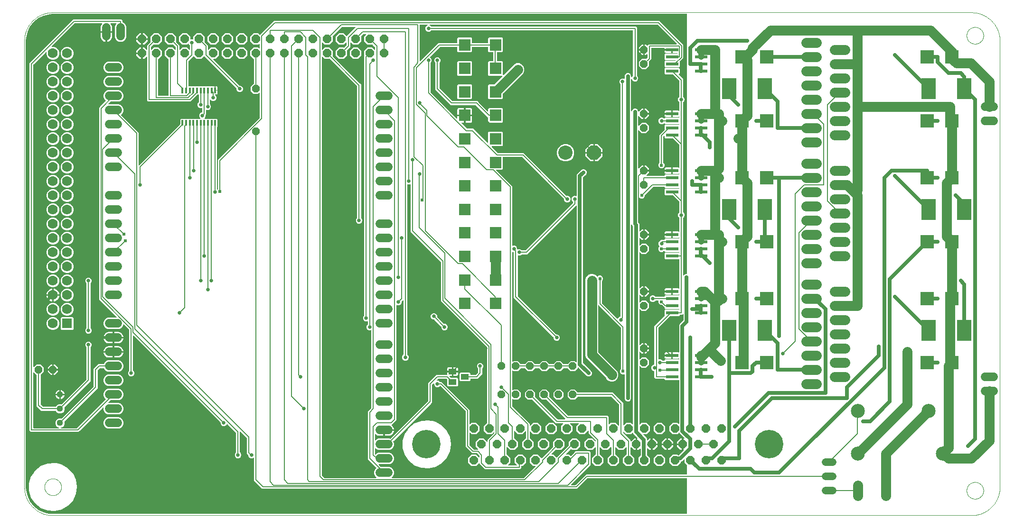
<source format=gtl>
G04 EAGLE Gerber RS-274X export*
G75*
%MOMM*%
%FSLAX34Y34*%
%LPD*%
%INTop Copper*%
%IPPOS*%
%AMOC8*
5,1,8,0,0,1.08239X$1,22.5*%
G01*
%ADD10C,0.000000*%
%ADD11C,2.540000*%
%ADD12P,2.749271X8X22.500000*%
%ADD13P,1.429621X8X292.500000*%
%ADD14P,1.649562X8X22.500000*%
%ADD15C,5.080000*%
%ADD16C,1.790700*%
%ADD17C,1.524000*%
%ADD18P,1.649562X8X202.500000*%
%ADD19R,2.400000X2.400000*%
%ADD20C,1.800000*%
%ADD21R,2.200000X0.600000*%
%ADD22P,1.429621X8X112.500000*%
%ADD23R,1.778000X1.778000*%
%ADD24C,1.778000*%
%ADD25C,2.500000*%
%ADD26R,0.304800X0.990600*%
%ADD27C,1.320800*%
%ADD28R,2.500000X3.810000*%
%ADD29R,2.100000X2.100000*%
%ADD30C,1.117600*%
%ADD31R,1.400000X1.000000*%
%ADD32P,1.429621X8X22.500000*%
%ADD33C,0.654800*%
%ADD34C,1.778000*%
%ADD35C,0.609600*%
%ADD36C,1.016000*%
%ADD37C,0.203200*%
%ADD38C,0.508000*%
%ADD39C,0.635000*%
%ADD40C,0.152400*%

G36*
X1181120Y2544D02*
X1181120Y2544D01*
X1181139Y2542D01*
X1181241Y2564D01*
X1181343Y2580D01*
X1181360Y2590D01*
X1181380Y2594D01*
X1181469Y2647D01*
X1181560Y2696D01*
X1181574Y2710D01*
X1181591Y2720D01*
X1181658Y2799D01*
X1181730Y2874D01*
X1181738Y2892D01*
X1181751Y2907D01*
X1181790Y3003D01*
X1181833Y3097D01*
X1181835Y3117D01*
X1181843Y3135D01*
X1181861Y3302D01*
X1181861Y65786D01*
X1181858Y65806D01*
X1181860Y65825D01*
X1181838Y65927D01*
X1181822Y66029D01*
X1181812Y66046D01*
X1181808Y66066D01*
X1181755Y66155D01*
X1181706Y66246D01*
X1181692Y66260D01*
X1181682Y66277D01*
X1181603Y66344D01*
X1181528Y66416D01*
X1181510Y66424D01*
X1181495Y66437D01*
X1181399Y66476D01*
X1181305Y66519D01*
X1181285Y66521D01*
X1181267Y66529D01*
X1181100Y66547D01*
X1004983Y66547D01*
X1004893Y66533D01*
X1004802Y66525D01*
X1004773Y66513D01*
X1004741Y66508D01*
X1004660Y66465D01*
X1004576Y66429D01*
X1004544Y66403D01*
X1004523Y66392D01*
X1004501Y66369D01*
X1004445Y66324D01*
X985618Y47497D01*
X424082Y47497D01*
X409447Y62132D01*
X409447Y102305D01*
X409440Y102350D01*
X409442Y102396D01*
X409420Y102471D01*
X409408Y102548D01*
X409386Y102588D01*
X409373Y102633D01*
X409329Y102697D01*
X409292Y102765D01*
X409259Y102797D01*
X409233Y102835D01*
X409170Y102881D01*
X409114Y102935D01*
X409072Y102954D01*
X409036Y102981D01*
X408962Y103006D01*
X408891Y103038D01*
X408845Y103043D01*
X408802Y103058D01*
X408724Y103057D01*
X408647Y103065D01*
X408602Y103056D01*
X408556Y103055D01*
X408424Y103017D01*
X408406Y103013D01*
X408402Y103011D01*
X408395Y103008D01*
X406287Y102135D01*
X403973Y102135D01*
X401836Y103021D01*
X400201Y104656D01*
X399315Y106793D01*
X399315Y107509D01*
X399301Y107599D01*
X399293Y107690D01*
X399281Y107719D01*
X399276Y107751D01*
X399233Y107832D01*
X399197Y107916D01*
X399171Y107948D01*
X399160Y107969D01*
X399137Y107991D01*
X399092Y108047D01*
X398905Y108234D01*
X396747Y110392D01*
X396747Y138017D01*
X396733Y138107D01*
X396725Y138198D01*
X396713Y138227D01*
X396708Y138259D01*
X396665Y138340D01*
X396629Y138424D01*
X396603Y138456D01*
X396592Y138477D01*
X396569Y138499D01*
X396542Y138533D01*
X396541Y138534D01*
X396540Y138535D01*
X396524Y138555D01*
X385602Y149477D01*
X385544Y149519D01*
X385492Y149568D01*
X385445Y149590D01*
X385403Y149621D01*
X385334Y149642D01*
X385269Y149672D01*
X385217Y149678D01*
X385167Y149693D01*
X385096Y149691D01*
X385025Y149699D01*
X384974Y149688D01*
X384922Y149687D01*
X384854Y149662D01*
X384784Y149647D01*
X384739Y149620D01*
X384691Y149602D01*
X384635Y149557D01*
X384573Y149520D01*
X384539Y149481D01*
X384499Y149448D01*
X384460Y149388D01*
X384413Y149334D01*
X384394Y149285D01*
X384366Y149241D01*
X384348Y149172D01*
X384321Y149105D01*
X384313Y149034D01*
X384305Y149003D01*
X384307Y148980D01*
X384303Y148939D01*
X384303Y113186D01*
X384317Y113096D01*
X384325Y113005D01*
X384337Y112975D01*
X384342Y112943D01*
X384385Y112862D01*
X384421Y112779D01*
X384447Y112746D01*
X384458Y112726D01*
X384481Y112704D01*
X384526Y112648D01*
X385929Y111244D01*
X386815Y109107D01*
X386815Y106793D01*
X385929Y104656D01*
X384294Y103021D01*
X382157Y102135D01*
X379843Y102135D01*
X377706Y103021D01*
X376071Y104656D01*
X375185Y106793D01*
X375185Y109107D01*
X376071Y111244D01*
X377474Y112648D01*
X377527Y112722D01*
X377587Y112791D01*
X377599Y112821D01*
X377618Y112847D01*
X377645Y112934D01*
X377679Y113019D01*
X377683Y113060D01*
X377690Y113082D01*
X377689Y113115D01*
X377697Y113186D01*
X377697Y147542D01*
X377683Y147632D01*
X377675Y147723D01*
X377663Y147752D01*
X377658Y147784D01*
X377615Y147865D01*
X377579Y147949D01*
X377553Y147981D01*
X377542Y148002D01*
X377519Y148024D01*
X377474Y148080D01*
X362278Y163276D01*
X362240Y163303D01*
X362209Y163337D01*
X362141Y163375D01*
X362078Y163420D01*
X362034Y163433D01*
X361994Y163456D01*
X361917Y163469D01*
X361843Y163492D01*
X361797Y163491D01*
X361752Y163499D01*
X361675Y163488D01*
X361597Y163486D01*
X361554Y163470D01*
X361509Y163464D01*
X361439Y163428D01*
X361366Y163402D01*
X361330Y163373D01*
X361289Y163352D01*
X361235Y163296D01*
X361174Y163248D01*
X361149Y163209D01*
X361117Y163176D01*
X361051Y163057D01*
X361041Y163041D01*
X361040Y163036D01*
X361036Y163029D01*
X360529Y161806D01*
X358894Y160171D01*
X356757Y159285D01*
X354443Y159285D01*
X352306Y160171D01*
X350671Y161806D01*
X349785Y163943D01*
X349785Y165929D01*
X349771Y166019D01*
X349763Y166110D01*
X349751Y166139D01*
X349746Y166171D01*
X349703Y166252D01*
X349667Y166336D01*
X349641Y166368D01*
X349630Y166389D01*
X349607Y166411D01*
X349562Y166467D01*
X195102Y320927D01*
X195044Y320969D01*
X194992Y321018D01*
X194945Y321040D01*
X194903Y321071D01*
X194834Y321092D01*
X194769Y321122D01*
X194717Y321128D01*
X194667Y321143D01*
X194596Y321141D01*
X194525Y321149D01*
X194474Y321138D01*
X194422Y321137D01*
X194354Y321112D01*
X194284Y321097D01*
X194240Y321070D01*
X194191Y321052D01*
X194135Y321007D01*
X194073Y320970D01*
X194039Y320931D01*
X193999Y320898D01*
X193960Y320838D01*
X193913Y320784D01*
X193894Y320735D01*
X193866Y320691D01*
X193848Y320622D01*
X193821Y320555D01*
X193813Y320484D01*
X193805Y320453D01*
X193807Y320430D01*
X193803Y320389D01*
X193803Y259236D01*
X193817Y259146D01*
X193825Y259055D01*
X193837Y259025D01*
X193842Y258993D01*
X193885Y258912D01*
X193921Y258829D01*
X193947Y258796D01*
X193958Y258776D01*
X193981Y258754D01*
X194026Y258698D01*
X195429Y257294D01*
X196315Y255157D01*
X196315Y252843D01*
X195429Y250706D01*
X193794Y249071D01*
X191657Y248185D01*
X189343Y248185D01*
X187206Y249071D01*
X185571Y250706D01*
X184685Y252843D01*
X184685Y255157D01*
X185571Y257294D01*
X186974Y258698D01*
X187027Y258772D01*
X187087Y258841D01*
X187099Y258871D01*
X187118Y258897D01*
X187145Y258984D01*
X187179Y259069D01*
X187183Y259110D01*
X187190Y259132D01*
X187189Y259165D01*
X187197Y259236D01*
X187197Y331692D01*
X187183Y331782D01*
X187175Y331873D01*
X187163Y331902D01*
X187158Y331934D01*
X187115Y332015D01*
X187079Y332099D01*
X187053Y332131D01*
X187042Y332152D01*
X187019Y332174D01*
X186974Y332230D01*
X177830Y341374D01*
X177772Y341416D01*
X177720Y341465D01*
X177673Y341487D01*
X177631Y341518D01*
X177562Y341539D01*
X177497Y341569D01*
X177445Y341575D01*
X177395Y341590D01*
X177324Y341588D01*
X177253Y341596D01*
X177202Y341585D01*
X177150Y341584D01*
X177082Y341559D01*
X177012Y341544D01*
X176967Y341517D01*
X176919Y341499D01*
X176863Y341454D01*
X176801Y341417D01*
X176767Y341378D01*
X176727Y341345D01*
X176688Y341285D01*
X176641Y341231D01*
X176622Y341182D01*
X176594Y341138D01*
X176576Y341069D01*
X176549Y341002D01*
X176541Y340931D01*
X176533Y340900D01*
X176534Y340888D01*
X174984Y337144D01*
X172126Y334286D01*
X168391Y332739D01*
X149109Y332739D01*
X145374Y334286D01*
X142516Y337144D01*
X140969Y340879D01*
X140969Y344921D01*
X142516Y348656D01*
X145374Y351514D01*
X149109Y353061D01*
X164306Y353061D01*
X164376Y353072D01*
X164448Y353074D01*
X164497Y353092D01*
X164548Y353100D01*
X164612Y353134D01*
X164679Y353159D01*
X164720Y353191D01*
X164766Y353216D01*
X164815Y353268D01*
X164871Y353312D01*
X164899Y353356D01*
X164935Y353394D01*
X164965Y353459D01*
X165004Y353519D01*
X165017Y353570D01*
X165039Y353617D01*
X165047Y353688D01*
X165064Y353758D01*
X165060Y353810D01*
X165066Y353861D01*
X165051Y353932D01*
X165045Y354003D01*
X165025Y354051D01*
X165014Y354102D01*
X164977Y354163D01*
X164949Y354229D01*
X164904Y354285D01*
X164887Y354313D01*
X164870Y354328D01*
X164844Y354360D01*
X133222Y385982D01*
X133222Y728443D01*
X135380Y730601D01*
X144882Y740102D01*
X144893Y740119D01*
X144909Y740131D01*
X144965Y740218D01*
X145025Y740302D01*
X145031Y740321D01*
X145042Y740338D01*
X145067Y740438D01*
X145098Y740537D01*
X145097Y740557D01*
X145102Y740576D01*
X145094Y740679D01*
X145091Y740783D01*
X145084Y740802D01*
X145083Y740822D01*
X145042Y740916D01*
X145007Y741014D01*
X144994Y741030D01*
X144986Y741048D01*
X144882Y741179D01*
X142516Y743544D01*
X140969Y747279D01*
X140969Y751321D01*
X142516Y755056D01*
X145374Y757914D01*
X149109Y759461D01*
X168391Y759461D01*
X172126Y757914D01*
X174984Y755056D01*
X176531Y751321D01*
X176531Y747279D01*
X174984Y743544D01*
X172126Y740686D01*
X168391Y739139D01*
X153575Y739139D01*
X153485Y739125D01*
X153394Y739117D01*
X153365Y739105D01*
X153333Y739100D01*
X153252Y739057D01*
X153168Y739021D01*
X153136Y738995D01*
X153115Y738984D01*
X153093Y738961D01*
X153037Y738916D01*
X149481Y735360D01*
X149439Y735302D01*
X149390Y735250D01*
X149368Y735203D01*
X149337Y735161D01*
X149316Y735092D01*
X149286Y735027D01*
X149280Y734975D01*
X149265Y734925D01*
X149267Y734854D01*
X149259Y734783D01*
X149270Y734732D01*
X149271Y734680D01*
X149296Y734612D01*
X149311Y734542D01*
X149338Y734498D01*
X149356Y734449D01*
X149401Y734393D01*
X149438Y734331D01*
X149477Y734297D01*
X149510Y734257D01*
X149570Y734218D01*
X149624Y734171D01*
X149673Y734152D01*
X149717Y734124D01*
X149786Y734106D01*
X149853Y734079D01*
X149924Y734071D01*
X149955Y734063D01*
X149978Y734065D01*
X150019Y734061D01*
X168391Y734061D01*
X172126Y732514D01*
X174984Y729656D01*
X176531Y725921D01*
X176531Y721879D01*
X174984Y718144D01*
X172618Y715779D01*
X172607Y715763D01*
X172591Y715750D01*
X172535Y715663D01*
X172475Y715579D01*
X172469Y715560D01*
X172458Y715543D01*
X172433Y715443D01*
X172402Y715344D01*
X172403Y715324D01*
X172398Y715305D01*
X172406Y715202D01*
X172409Y715098D01*
X172416Y715079D01*
X172417Y715060D01*
X172458Y714965D01*
X172493Y714867D01*
X172506Y714852D01*
X172514Y714833D01*
X172618Y714702D01*
X203328Y683993D01*
X203328Y625761D01*
X203339Y625691D01*
X203341Y625619D01*
X203359Y625570D01*
X203367Y625519D01*
X203401Y625455D01*
X203426Y625388D01*
X203458Y625347D01*
X203483Y625301D01*
X203534Y625252D01*
X203579Y625196D01*
X203623Y625168D01*
X203661Y625132D01*
X203726Y625102D01*
X203786Y625063D01*
X203837Y625050D01*
X203884Y625028D01*
X203955Y625020D01*
X204025Y625003D01*
X204077Y625007D01*
X204128Y625001D01*
X204199Y625016D01*
X204270Y625022D01*
X204318Y625042D01*
X204369Y625053D01*
X204430Y625090D01*
X204496Y625118D01*
X204552Y625163D01*
X204580Y625180D01*
X204595Y625197D01*
X204627Y625223D01*
X205230Y625826D01*
X277612Y698208D01*
X277665Y698282D01*
X277725Y698351D01*
X277737Y698382D01*
X277756Y698408D01*
X277783Y698495D01*
X277817Y698580D01*
X277821Y698621D01*
X277828Y698643D01*
X277827Y698675D01*
X277835Y698746D01*
X277835Y707077D01*
X279324Y708566D01*
X284476Y708566D01*
X284612Y708430D01*
X284628Y708419D01*
X284640Y708403D01*
X284709Y708359D01*
X284743Y708330D01*
X284762Y708322D01*
X284811Y708287D01*
X284830Y708281D01*
X284847Y708270D01*
X284948Y708245D01*
X285046Y708215D01*
X285066Y708215D01*
X285086Y708210D01*
X285189Y708218D01*
X285292Y708221D01*
X285311Y708228D01*
X285331Y708229D01*
X285399Y708258D01*
X285405Y708259D01*
X285419Y708267D01*
X285426Y708270D01*
X285523Y708305D01*
X285539Y708318D01*
X285557Y708326D01*
X285610Y708368D01*
X285622Y708374D01*
X285635Y708388D01*
X285688Y708430D01*
X285824Y708566D01*
X290976Y708566D01*
X291112Y708430D01*
X291128Y708419D01*
X291140Y708403D01*
X291209Y708359D01*
X291243Y708330D01*
X291262Y708322D01*
X291311Y708287D01*
X291330Y708281D01*
X291347Y708270D01*
X291448Y708245D01*
X291546Y708215D01*
X291566Y708215D01*
X291586Y708210D01*
X291689Y708218D01*
X291792Y708221D01*
X291811Y708228D01*
X291831Y708229D01*
X291899Y708258D01*
X291905Y708259D01*
X291919Y708267D01*
X291926Y708270D01*
X292023Y708305D01*
X292039Y708318D01*
X292057Y708326D01*
X292110Y708368D01*
X292122Y708374D01*
X292135Y708388D01*
X292188Y708430D01*
X292324Y708566D01*
X297476Y708566D01*
X297612Y708430D01*
X297628Y708419D01*
X297640Y708403D01*
X297709Y708359D01*
X297743Y708330D01*
X297762Y708322D01*
X297811Y708287D01*
X297830Y708281D01*
X297847Y708270D01*
X297948Y708245D01*
X298046Y708215D01*
X298066Y708215D01*
X298086Y708210D01*
X298189Y708218D01*
X298292Y708221D01*
X298311Y708228D01*
X298331Y708229D01*
X298399Y708258D01*
X298405Y708259D01*
X298419Y708267D01*
X298426Y708270D01*
X298523Y708305D01*
X298539Y708318D01*
X298557Y708326D01*
X298610Y708368D01*
X298622Y708374D01*
X298635Y708388D01*
X298688Y708430D01*
X298824Y708566D01*
X303976Y708566D01*
X304112Y708430D01*
X304128Y708419D01*
X304140Y708403D01*
X304209Y708359D01*
X304243Y708330D01*
X304262Y708322D01*
X304311Y708287D01*
X304330Y708281D01*
X304347Y708270D01*
X304448Y708245D01*
X304546Y708215D01*
X304566Y708215D01*
X304586Y708210D01*
X304689Y708218D01*
X304792Y708221D01*
X304811Y708228D01*
X304831Y708229D01*
X304899Y708258D01*
X304905Y708259D01*
X304919Y708267D01*
X304926Y708270D01*
X305023Y708305D01*
X305039Y708318D01*
X305057Y708326D01*
X305110Y708368D01*
X305122Y708374D01*
X305135Y708388D01*
X305188Y708430D01*
X305324Y708566D01*
X310476Y708566D01*
X310612Y708430D01*
X310628Y708419D01*
X310640Y708403D01*
X310709Y708359D01*
X310743Y708330D01*
X310762Y708322D01*
X310811Y708287D01*
X310830Y708281D01*
X310847Y708270D01*
X310948Y708245D01*
X311046Y708215D01*
X311066Y708215D01*
X311086Y708210D01*
X311189Y708218D01*
X311292Y708221D01*
X311311Y708228D01*
X311331Y708229D01*
X311399Y708258D01*
X311405Y708259D01*
X311419Y708267D01*
X311426Y708270D01*
X311523Y708305D01*
X311539Y708318D01*
X311557Y708326D01*
X311610Y708368D01*
X311622Y708374D01*
X311635Y708388D01*
X311688Y708430D01*
X311824Y708566D01*
X313248Y708566D01*
X313319Y708577D01*
X313391Y708579D01*
X313440Y708597D01*
X313491Y708605D01*
X313554Y708639D01*
X313622Y708664D01*
X313662Y708696D01*
X313708Y708721D01*
X313758Y708773D01*
X313814Y708817D01*
X313842Y708861D01*
X313878Y708899D01*
X313908Y708964D01*
X313947Y709024D01*
X313959Y709075D01*
X313981Y709122D01*
X313989Y709193D01*
X314007Y709263D01*
X314003Y709315D01*
X314008Y709366D01*
X313993Y709437D01*
X313988Y709508D01*
X313967Y709556D01*
X313956Y709607D01*
X313919Y709668D01*
X313891Y709734D01*
X313846Y709790D01*
X313830Y709818D01*
X313812Y709833D01*
X313786Y709865D01*
X312571Y711081D01*
X311685Y713218D01*
X311685Y715532D01*
X312571Y717669D01*
X314206Y719304D01*
X316343Y720190D01*
X316611Y720190D01*
X316631Y720193D01*
X316650Y720191D01*
X316752Y720213D01*
X316854Y720229D01*
X316871Y720239D01*
X316891Y720243D01*
X316980Y720296D01*
X317071Y720345D01*
X317085Y720359D01*
X317102Y720369D01*
X317169Y720448D01*
X317241Y720523D01*
X317249Y720541D01*
X317262Y720556D01*
X317301Y720652D01*
X317344Y720746D01*
X317346Y720766D01*
X317354Y720784D01*
X317372Y720951D01*
X317372Y727254D01*
X317369Y727272D01*
X317371Y727290D01*
X317366Y727316D01*
X317367Y727345D01*
X317345Y727420D01*
X317333Y727497D01*
X317322Y727517D01*
X317319Y727531D01*
X317307Y727550D01*
X317298Y727581D01*
X317254Y727645D01*
X317217Y727714D01*
X317198Y727732D01*
X317193Y727742D01*
X317179Y727754D01*
X317158Y727784D01*
X317095Y727830D01*
X317039Y727884D01*
X317012Y727896D01*
X317006Y727902D01*
X316992Y727907D01*
X316961Y727930D01*
X316887Y727954D01*
X316816Y727987D01*
X316785Y727991D01*
X316778Y727994D01*
X316761Y727995D01*
X316727Y728007D01*
X316666Y728006D01*
X316611Y728012D01*
X316603Y728012D01*
X316599Y728011D01*
X316572Y728014D01*
X316527Y728005D01*
X316481Y728004D01*
X316385Y727976D01*
X316360Y727972D01*
X316348Y727966D01*
X316331Y727962D01*
X316327Y727960D01*
X316320Y727957D01*
X315482Y727610D01*
X313168Y727610D01*
X311031Y728496D01*
X309396Y730131D01*
X308510Y732268D01*
X308510Y734582D01*
X309396Y736719D01*
X310799Y738123D01*
X310852Y738197D01*
X310912Y738266D01*
X310924Y738296D01*
X310943Y738322D01*
X310970Y738409D01*
X310977Y738427D01*
X310994Y738464D01*
X310995Y738472D01*
X311004Y738494D01*
X311008Y738535D01*
X311015Y738557D01*
X311014Y738590D01*
X311022Y738661D01*
X311022Y751173D01*
X311019Y751193D01*
X311021Y751212D01*
X310999Y751314D01*
X310983Y751416D01*
X310973Y751433D01*
X310969Y751453D01*
X310916Y751542D01*
X310867Y751633D01*
X310853Y751647D01*
X310843Y751664D01*
X310764Y751731D01*
X310689Y751803D01*
X310671Y751811D01*
X310656Y751824D01*
X310560Y751863D01*
X310466Y751906D01*
X310446Y751908D01*
X310428Y751916D01*
X310261Y751934D01*
X309245Y751934D01*
X309155Y751920D01*
X309064Y751912D01*
X309035Y751900D01*
X309003Y751895D01*
X308922Y751852D01*
X308838Y751816D01*
X308806Y751790D01*
X308785Y751779D01*
X308763Y751756D01*
X308707Y751711D01*
X298801Y741805D01*
X296643Y739647D01*
X220882Y739647D01*
X218947Y741582D01*
X218947Y818690D01*
X218936Y818761D01*
X218934Y818832D01*
X218916Y818881D01*
X218908Y818933D01*
X218874Y818996D01*
X218849Y819063D01*
X218817Y819104D01*
X218792Y819150D01*
X218740Y819200D01*
X218696Y819256D01*
X218652Y819284D01*
X218614Y819320D01*
X218549Y819350D01*
X218489Y819389D01*
X218438Y819401D01*
X218391Y819423D01*
X218320Y819431D01*
X218250Y819449D01*
X218198Y819445D01*
X218147Y819450D01*
X218076Y819435D01*
X218005Y819429D01*
X217957Y819409D01*
X217906Y819398D01*
X217845Y819361D01*
X217779Y819333D01*
X217723Y819288D01*
X217695Y819272D01*
X217680Y819254D01*
X217648Y819228D01*
X213759Y815339D01*
X211073Y815339D01*
X211073Y824738D01*
X211070Y824758D01*
X211072Y824777D01*
X211050Y824879D01*
X211033Y824981D01*
X211024Y824998D01*
X211020Y825018D01*
X210967Y825107D01*
X210918Y825198D01*
X210904Y825212D01*
X210894Y825229D01*
X210815Y825296D01*
X210740Y825367D01*
X210722Y825376D01*
X210707Y825389D01*
X210611Y825427D01*
X210517Y825471D01*
X210497Y825473D01*
X210479Y825481D01*
X210312Y825499D01*
X209549Y825499D01*
X209549Y825501D01*
X210312Y825501D01*
X210332Y825504D01*
X210351Y825502D01*
X210453Y825524D01*
X210555Y825541D01*
X210572Y825550D01*
X210592Y825554D01*
X210681Y825607D01*
X210772Y825656D01*
X210786Y825670D01*
X210803Y825680D01*
X210870Y825759D01*
X210941Y825834D01*
X210950Y825852D01*
X210963Y825867D01*
X211002Y825963D01*
X211045Y826057D01*
X211047Y826077D01*
X211055Y826095D01*
X211073Y826262D01*
X211073Y835661D01*
X213759Y835661D01*
X217648Y831772D01*
X217706Y831730D01*
X217758Y831680D01*
X217805Y831659D01*
X217847Y831628D01*
X217916Y831607D01*
X217981Y831577D01*
X218033Y831571D01*
X218083Y831556D01*
X218154Y831558D01*
X218225Y831550D01*
X218276Y831561D01*
X218328Y831562D01*
X218396Y831587D01*
X218466Y831602D01*
X218511Y831629D01*
X218559Y831647D01*
X218615Y831691D01*
X218677Y831728D01*
X218711Y831768D01*
X218751Y831800D01*
X218790Y831861D01*
X218837Y831915D01*
X218856Y831963D01*
X218884Y832007D01*
X218902Y832077D01*
X218929Y832143D01*
X218937Y832215D01*
X218945Y832246D01*
X218943Y832269D01*
X218947Y832310D01*
X218947Y839568D01*
X224892Y845512D01*
X224903Y845529D01*
X224919Y845541D01*
X224975Y845628D01*
X225035Y845712D01*
X225041Y845731D01*
X225052Y845748D01*
X225077Y845848D01*
X225108Y845947D01*
X225107Y845967D01*
X225112Y845986D01*
X225104Y846089D01*
X225101Y846193D01*
X225094Y846212D01*
X225093Y846232D01*
X225052Y846327D01*
X225017Y846424D01*
X225004Y846440D01*
X224996Y846458D01*
X224892Y846589D01*
X224789Y846691D01*
X224789Y855109D01*
X230741Y861061D01*
X239159Y861061D01*
X245111Y855109D01*
X245111Y846691D01*
X239159Y840739D01*
X230741Y840739D01*
X230639Y840842D01*
X230623Y840853D01*
X230610Y840869D01*
X230523Y840925D01*
X230439Y840985D01*
X230420Y840991D01*
X230403Y841002D01*
X230303Y841027D01*
X230204Y841058D01*
X230184Y841057D01*
X230165Y841062D01*
X230062Y841054D01*
X229958Y841051D01*
X229940Y841044D01*
X229920Y841043D01*
X229825Y841002D01*
X229727Y840967D01*
X229712Y840954D01*
X229693Y840946D01*
X229562Y840842D01*
X225776Y837055D01*
X225723Y836981D01*
X225663Y836912D01*
X225651Y836881D01*
X225632Y836855D01*
X225605Y836768D01*
X225571Y836683D01*
X225567Y836642D01*
X225560Y836620D01*
X225561Y836588D01*
X225553Y836517D01*
X225553Y832310D01*
X225564Y832239D01*
X225566Y832168D01*
X225584Y832119D01*
X225592Y832067D01*
X225626Y832004D01*
X225651Y831937D01*
X225683Y831896D01*
X225708Y831850D01*
X225760Y831800D01*
X225804Y831744D01*
X225848Y831716D01*
X225886Y831680D01*
X225951Y831650D01*
X226011Y831611D01*
X226062Y831599D01*
X226109Y831577D01*
X226180Y831569D01*
X226250Y831551D01*
X226302Y831555D01*
X226353Y831550D01*
X226424Y831565D01*
X226495Y831571D01*
X226543Y831591D01*
X226594Y831602D01*
X226655Y831639D01*
X226721Y831667D01*
X226777Y831712D01*
X226805Y831728D01*
X226820Y831746D01*
X226852Y831772D01*
X230741Y835661D01*
X239159Y835661D01*
X245111Y829709D01*
X245111Y821291D01*
X239159Y815339D01*
X239014Y815339D01*
X238994Y815336D01*
X238975Y815338D01*
X238873Y815316D01*
X238771Y815300D01*
X238754Y815290D01*
X238734Y815286D01*
X238645Y815233D01*
X238554Y815184D01*
X238540Y815170D01*
X238523Y815160D01*
X238456Y815081D01*
X238384Y815006D01*
X238376Y814988D01*
X238363Y814973D01*
X238324Y814877D01*
X238281Y814783D01*
X238279Y814763D01*
X238271Y814745D01*
X238253Y814578D01*
X238253Y750189D01*
X238256Y750169D01*
X238254Y750150D01*
X238276Y750048D01*
X238292Y749946D01*
X238302Y749929D01*
X238306Y749909D01*
X238359Y749820D01*
X238408Y749729D01*
X238422Y749715D01*
X238432Y749698D01*
X238511Y749631D01*
X238586Y749559D01*
X238604Y749551D01*
X238619Y749538D01*
X238715Y749499D01*
X238809Y749456D01*
X238829Y749454D01*
X238847Y749446D01*
X239014Y749428D01*
X256286Y749428D01*
X256306Y749431D01*
X256325Y749429D01*
X256427Y749451D01*
X256529Y749467D01*
X256546Y749477D01*
X256566Y749481D01*
X256655Y749534D01*
X256746Y749583D01*
X256760Y749597D01*
X256777Y749607D01*
X256844Y749686D01*
X256916Y749761D01*
X256924Y749779D01*
X256937Y749794D01*
X256976Y749890D01*
X257019Y749984D01*
X257021Y750004D01*
X257029Y750022D01*
X257047Y750189D01*
X257047Y814578D01*
X257044Y814598D01*
X257046Y814617D01*
X257024Y814719D01*
X257008Y814821D01*
X256998Y814838D01*
X256994Y814858D01*
X256941Y814947D01*
X256892Y815038D01*
X256878Y815052D01*
X256868Y815069D01*
X256789Y815136D01*
X256714Y815208D01*
X256696Y815216D01*
X256681Y815229D01*
X256585Y815268D01*
X256491Y815311D01*
X256471Y815313D01*
X256453Y815321D01*
X256286Y815339D01*
X256141Y815339D01*
X250189Y821291D01*
X250189Y829709D01*
X256141Y835661D01*
X264559Y835661D01*
X268448Y831772D01*
X268506Y831730D01*
X268558Y831680D01*
X268605Y831659D01*
X268647Y831628D01*
X268716Y831607D01*
X268781Y831577D01*
X268833Y831571D01*
X268883Y831556D01*
X268954Y831558D01*
X269025Y831550D01*
X269076Y831561D01*
X269128Y831562D01*
X269196Y831587D01*
X269266Y831602D01*
X269311Y831629D01*
X269359Y831647D01*
X269415Y831691D01*
X269477Y831728D01*
X269511Y831768D01*
X269551Y831800D01*
X269590Y831861D01*
X269637Y831915D01*
X269656Y831963D01*
X269684Y832007D01*
X269702Y832077D01*
X269729Y832143D01*
X269737Y832215D01*
X269745Y832246D01*
X269743Y832269D01*
X269747Y832310D01*
X269747Y836517D01*
X269733Y836607D01*
X269725Y836698D01*
X269713Y836727D01*
X269708Y836759D01*
X269665Y836840D01*
X269629Y836924D01*
X269603Y836956D01*
X269592Y836977D01*
X269569Y836999D01*
X269524Y837055D01*
X265738Y840842D01*
X265721Y840853D01*
X265709Y840869D01*
X265622Y840925D01*
X265538Y840985D01*
X265519Y840991D01*
X265502Y841002D01*
X265402Y841027D01*
X265303Y841058D01*
X265283Y841057D01*
X265264Y841062D01*
X265161Y841054D01*
X265057Y841051D01*
X265038Y841044D01*
X265018Y841043D01*
X264923Y841002D01*
X264826Y840967D01*
X264810Y840954D01*
X264792Y840946D01*
X264661Y840842D01*
X264559Y840739D01*
X256141Y840739D01*
X250189Y846691D01*
X250189Y855109D01*
X256141Y861061D01*
X264559Y861061D01*
X270511Y855109D01*
X270511Y846691D01*
X270408Y846589D01*
X270397Y846573D01*
X270381Y846560D01*
X270325Y846473D01*
X270265Y846389D01*
X270259Y846370D01*
X270248Y846353D01*
X270223Y846253D01*
X270192Y846154D01*
X270193Y846134D01*
X270188Y846115D01*
X270196Y846012D01*
X270199Y845908D01*
X270206Y845890D01*
X270207Y845870D01*
X270248Y845775D01*
X270283Y845677D01*
X270296Y845662D01*
X270304Y845643D01*
X270408Y845512D01*
X276353Y839568D01*
X276353Y832310D01*
X276364Y832239D01*
X276366Y832168D01*
X276384Y832119D01*
X276392Y832067D01*
X276426Y832004D01*
X276451Y831937D01*
X276483Y831896D01*
X276508Y831850D01*
X276560Y831800D01*
X276604Y831744D01*
X276648Y831716D01*
X276686Y831680D01*
X276751Y831650D01*
X276811Y831611D01*
X276862Y831599D01*
X276909Y831577D01*
X276980Y831569D01*
X277050Y831551D01*
X277102Y831555D01*
X277153Y831550D01*
X277224Y831565D01*
X277295Y831571D01*
X277343Y831591D01*
X277394Y831602D01*
X277455Y831639D01*
X277521Y831667D01*
X277577Y831712D01*
X277605Y831728D01*
X277620Y831746D01*
X277652Y831772D01*
X281541Y835661D01*
X289959Y835661D01*
X293594Y832026D01*
X293652Y831984D01*
X293704Y831934D01*
X293751Y831913D01*
X293793Y831882D01*
X293862Y831861D01*
X293927Y831831D01*
X293979Y831825D01*
X294029Y831810D01*
X294100Y831812D01*
X294171Y831804D01*
X294222Y831815D01*
X294274Y831816D01*
X294342Y831841D01*
X294412Y831856D01*
X294457Y831883D01*
X294505Y831901D01*
X294561Y831945D01*
X294623Y831982D01*
X294657Y832022D01*
X294697Y832054D01*
X294736Y832115D01*
X294783Y832169D01*
X294802Y832217D01*
X294830Y832261D01*
X294848Y832331D01*
X294875Y832397D01*
X294883Y832469D01*
X294891Y832500D01*
X294889Y832523D01*
X294893Y832564D01*
X294893Y839568D01*
X294879Y839658D01*
X294871Y839749D01*
X294859Y839779D01*
X294854Y839811D01*
X294811Y839892D01*
X294775Y839975D01*
X294749Y840008D01*
X294738Y840028D01*
X294715Y840050D01*
X294670Y840106D01*
X293521Y841256D01*
X293065Y842357D01*
X293040Y842396D01*
X293025Y842439D01*
X292976Y842499D01*
X292935Y842566D01*
X292900Y842595D01*
X292871Y842631D01*
X292806Y842673D01*
X292746Y842723D01*
X292703Y842739D01*
X292664Y842764D01*
X292589Y842783D01*
X292516Y842811D01*
X292470Y842813D01*
X292426Y842824D01*
X292348Y842818D01*
X292270Y842821D01*
X292226Y842808D01*
X292180Y842805D01*
X292109Y842774D01*
X292034Y842753D01*
X291996Y842726D01*
X291954Y842708D01*
X291847Y842623D01*
X291832Y842612D01*
X291829Y842608D01*
X291823Y842604D01*
X289959Y840739D01*
X281541Y840739D01*
X275589Y846691D01*
X275589Y855109D01*
X281541Y861061D01*
X289959Y861061D01*
X295911Y855109D01*
X295911Y850931D01*
X295918Y850886D01*
X295916Y850840D01*
X295938Y850765D01*
X295950Y850689D01*
X295972Y850648D01*
X295985Y850604D01*
X296029Y850540D01*
X296066Y850471D01*
X296099Y850440D01*
X296125Y850402D01*
X296188Y850355D01*
X296244Y850302D01*
X296286Y850282D01*
X296322Y850255D01*
X296396Y850231D01*
X296467Y850198D01*
X296513Y850193D01*
X296556Y850179D01*
X296634Y850180D01*
X296711Y850171D01*
X296756Y850181D01*
X296802Y850181D01*
X296933Y850219D01*
X296952Y850223D01*
X296956Y850226D01*
X296963Y850228D01*
X297293Y850365D01*
X299607Y850365D01*
X299937Y850228D01*
X299981Y850218D01*
X300023Y850198D01*
X300100Y850190D01*
X300176Y850172D01*
X300222Y850176D01*
X300267Y850171D01*
X300344Y850188D01*
X300421Y850195D01*
X300463Y850214D01*
X300508Y850223D01*
X300575Y850263D01*
X300646Y850295D01*
X300680Y850326D01*
X300719Y850350D01*
X300770Y850409D01*
X300827Y850461D01*
X300849Y850501D01*
X300879Y850536D01*
X300908Y850609D01*
X300945Y850677D01*
X300954Y850722D01*
X300971Y850765D01*
X300986Y850900D01*
X300989Y850919D01*
X300988Y850924D01*
X300989Y850931D01*
X300989Y855109D01*
X306941Y861061D01*
X315359Y861061D01*
X321311Y855109D01*
X321311Y846662D01*
X321305Y846653D01*
X321244Y846569D01*
X321239Y846550D01*
X321228Y846533D01*
X321202Y846432D01*
X321172Y846334D01*
X321173Y846314D01*
X321168Y846294D01*
X321176Y846192D01*
X321178Y846088D01*
X321185Y846069D01*
X321187Y846049D01*
X321227Y845954D01*
X321263Y845857D01*
X321275Y845841D01*
X321283Y845823D01*
X321388Y845692D01*
X325100Y841980D01*
X327407Y839673D01*
X327407Y832564D01*
X327418Y832493D01*
X327420Y832422D01*
X327438Y832373D01*
X327446Y832321D01*
X327480Y832258D01*
X327505Y832191D01*
X327537Y832150D01*
X327562Y832104D01*
X327614Y832054D01*
X327658Y831998D01*
X327702Y831970D01*
X327740Y831934D01*
X327805Y831904D01*
X327865Y831865D01*
X327916Y831853D01*
X327963Y831831D01*
X328034Y831823D01*
X328104Y831805D01*
X328156Y831809D01*
X328207Y831804D01*
X328278Y831819D01*
X328349Y831825D01*
X328397Y831845D01*
X328448Y831856D01*
X328509Y831893D01*
X328575Y831921D01*
X328631Y831966D01*
X328659Y831982D01*
X328674Y832000D01*
X328706Y832026D01*
X332341Y835661D01*
X340759Y835661D01*
X346711Y829709D01*
X346711Y821291D01*
X340759Y815339D01*
X337704Y815339D01*
X337633Y815328D01*
X337561Y815326D01*
X337512Y815308D01*
X337461Y815300D01*
X337397Y815266D01*
X337330Y815241D01*
X337289Y815209D01*
X337243Y815184D01*
X337194Y815132D01*
X337138Y815088D01*
X337110Y815044D01*
X337074Y815006D01*
X337044Y814941D01*
X337005Y814881D01*
X336992Y814830D01*
X336970Y814783D01*
X336962Y814712D01*
X336945Y814642D01*
X336949Y814590D01*
X336943Y814539D01*
X336959Y814468D01*
X336964Y814397D01*
X336984Y814349D01*
X336996Y814298D01*
X337032Y814237D01*
X337060Y814171D01*
X337105Y814115D01*
X337122Y814087D01*
X337140Y814072D01*
X337165Y814040D01*
X383167Y768038D01*
X383241Y767985D01*
X383311Y767925D01*
X383341Y767913D01*
X383367Y767894D01*
X383454Y767867D01*
X383539Y767833D01*
X383580Y767829D01*
X383602Y767822D01*
X383634Y767823D01*
X383706Y767815D01*
X385332Y767815D01*
X387469Y766929D01*
X389104Y765294D01*
X389990Y763157D01*
X389990Y760843D01*
X389104Y758706D01*
X387469Y757071D01*
X385332Y756185D01*
X383018Y756185D01*
X380881Y757071D01*
X379246Y758706D01*
X378360Y760843D01*
X378360Y762469D01*
X378346Y762560D01*
X378338Y762650D01*
X378326Y762680D01*
X378321Y762712D01*
X378278Y762793D01*
X378242Y762877D01*
X378216Y762909D01*
X378205Y762930D01*
X378182Y762952D01*
X378137Y763008D01*
X321120Y820025D01*
X321104Y820036D01*
X321092Y820052D01*
X321004Y820108D01*
X320921Y820168D01*
X320902Y820174D01*
X320885Y820185D01*
X320784Y820210D01*
X320686Y820240D01*
X320666Y820240D01*
X320646Y820245D01*
X320543Y820237D01*
X320440Y820234D01*
X320421Y820227D01*
X320401Y820226D01*
X320306Y820185D01*
X320209Y820150D01*
X320193Y820137D01*
X320175Y820129D01*
X320044Y820025D01*
X315359Y815339D01*
X306941Y815339D01*
X302256Y820025D01*
X302240Y820036D01*
X302227Y820052D01*
X302140Y820108D01*
X302056Y820168D01*
X302037Y820174D01*
X302021Y820185D01*
X301920Y820210D01*
X301821Y820240D01*
X301801Y820240D01*
X301782Y820245D01*
X301679Y820237D01*
X301575Y820234D01*
X301557Y820227D01*
X301537Y820226D01*
X301442Y820185D01*
X301344Y820150D01*
X301329Y820137D01*
X301310Y820129D01*
X301180Y820025D01*
X292705Y811550D01*
X292652Y811476D01*
X292592Y811406D01*
X292580Y811376D01*
X292561Y811350D01*
X292534Y811263D01*
X292500Y811178D01*
X292496Y811137D01*
X292489Y811115D01*
X292490Y811083D01*
X292482Y811011D01*
X292482Y767683D01*
X292485Y767663D01*
X292483Y767644D01*
X292505Y767542D01*
X292521Y767440D01*
X292531Y767423D01*
X292535Y767403D01*
X292588Y767314D01*
X292637Y767223D01*
X292651Y767209D01*
X292661Y767192D01*
X292740Y767125D01*
X292815Y767053D01*
X292833Y767045D01*
X292848Y767032D01*
X292944Y766993D01*
X293038Y766950D01*
X293058Y766948D01*
X293076Y766940D01*
X293243Y766922D01*
X297476Y766922D01*
X297612Y766786D01*
X297628Y766775D01*
X297640Y766759D01*
X297728Y766703D01*
X297811Y766643D01*
X297830Y766637D01*
X297847Y766626D01*
X297948Y766601D01*
X298047Y766571D01*
X298067Y766571D01*
X298086Y766566D01*
X298189Y766574D01*
X298292Y766577D01*
X298311Y766584D01*
X298331Y766585D01*
X298426Y766626D01*
X298523Y766661D01*
X298539Y766674D01*
X298557Y766682D01*
X298688Y766786D01*
X298824Y766922D01*
X303976Y766922D01*
X304112Y766786D01*
X304128Y766775D01*
X304140Y766759D01*
X304228Y766703D01*
X304311Y766643D01*
X304330Y766637D01*
X304347Y766626D01*
X304448Y766601D01*
X304547Y766571D01*
X304567Y766571D01*
X304586Y766566D01*
X304689Y766574D01*
X304792Y766577D01*
X304811Y766584D01*
X304831Y766585D01*
X304926Y766626D01*
X305023Y766661D01*
X305039Y766674D01*
X305057Y766682D01*
X305188Y766786D01*
X305324Y766922D01*
X310476Y766922D01*
X310612Y766786D01*
X310628Y766775D01*
X310640Y766759D01*
X310728Y766703D01*
X310811Y766643D01*
X310830Y766637D01*
X310847Y766626D01*
X310948Y766601D01*
X311047Y766571D01*
X311067Y766571D01*
X311086Y766566D01*
X311189Y766574D01*
X311292Y766577D01*
X311311Y766584D01*
X311331Y766585D01*
X311426Y766626D01*
X311523Y766661D01*
X311539Y766674D01*
X311557Y766682D01*
X311688Y766786D01*
X311824Y766922D01*
X316976Y766922D01*
X317112Y766786D01*
X317128Y766775D01*
X317140Y766759D01*
X317228Y766703D01*
X317311Y766643D01*
X317330Y766637D01*
X317347Y766626D01*
X317448Y766601D01*
X317547Y766571D01*
X317567Y766571D01*
X317586Y766566D01*
X317689Y766574D01*
X317792Y766577D01*
X317811Y766584D01*
X317831Y766585D01*
X317926Y766626D01*
X318023Y766661D01*
X318039Y766674D01*
X318057Y766682D01*
X318188Y766786D01*
X318324Y766922D01*
X323476Y766922D01*
X323612Y766786D01*
X323628Y766775D01*
X323640Y766759D01*
X323728Y766703D01*
X323811Y766643D01*
X323830Y766637D01*
X323847Y766626D01*
X323948Y766601D01*
X324047Y766571D01*
X324067Y766571D01*
X324086Y766566D01*
X324189Y766574D01*
X324292Y766577D01*
X324311Y766584D01*
X324331Y766585D01*
X324426Y766626D01*
X324523Y766661D01*
X324539Y766674D01*
X324557Y766682D01*
X324688Y766786D01*
X324824Y766922D01*
X329976Y766922D01*
X330112Y766786D01*
X330128Y766775D01*
X330140Y766759D01*
X330228Y766703D01*
X330311Y766643D01*
X330330Y766637D01*
X330347Y766626D01*
X330448Y766601D01*
X330546Y766571D01*
X330566Y766571D01*
X330586Y766566D01*
X330689Y766574D01*
X330792Y766577D01*
X330811Y766584D01*
X330831Y766585D01*
X330926Y766626D01*
X331023Y766661D01*
X331039Y766674D01*
X331057Y766682D01*
X331188Y766786D01*
X331324Y766922D01*
X336476Y766922D01*
X336693Y766706D01*
X336728Y766680D01*
X336758Y766648D01*
X336827Y766609D01*
X336892Y766562D01*
X336934Y766549D01*
X336972Y766528D01*
X337051Y766513D01*
X337127Y766490D01*
X337171Y766491D01*
X337214Y766483D01*
X337293Y766494D01*
X337373Y766496D01*
X337414Y766511D01*
X337458Y766517D01*
X337591Y766576D01*
X337604Y766581D01*
X337607Y766583D01*
X337611Y766585D01*
X337895Y766749D01*
X338542Y766922D01*
X339639Y766922D01*
X339639Y759428D01*
X339642Y759409D01*
X339640Y759389D01*
X339662Y759288D01*
X339678Y759186D01*
X339688Y759168D01*
X339692Y759149D01*
X339745Y759059D01*
X339793Y758968D01*
X339794Y758968D01*
X339808Y758954D01*
X339818Y758937D01*
X339819Y758937D01*
X339897Y758870D01*
X339972Y758798D01*
X339990Y758790D01*
X340005Y758777D01*
X340102Y758738D01*
X340195Y758695D01*
X340215Y758693D01*
X340234Y758685D01*
X340400Y758667D01*
X344465Y758667D01*
X344465Y754141D01*
X344292Y753494D01*
X343957Y752915D01*
X343484Y752442D01*
X342905Y752107D01*
X342258Y751934D01*
X340802Y751934D01*
X340731Y751923D01*
X340659Y751921D01*
X340610Y751903D01*
X340559Y751895D01*
X340496Y751861D01*
X340428Y751836D01*
X340388Y751804D01*
X340342Y751779D01*
X340292Y751727D01*
X340236Y751683D01*
X340208Y751639D01*
X340172Y751601D01*
X340142Y751536D01*
X340103Y751476D01*
X340091Y751425D01*
X340069Y751378D01*
X340061Y751307D01*
X340043Y751237D01*
X340047Y751185D01*
X340042Y751134D01*
X340057Y751063D01*
X340062Y750992D01*
X340083Y750944D01*
X340094Y750893D01*
X340131Y750832D01*
X340159Y750766D01*
X340204Y750710D01*
X340220Y750682D01*
X340238Y750667D01*
X340264Y750635D01*
X341479Y749419D01*
X342365Y747282D01*
X342365Y744968D01*
X341479Y742831D01*
X339844Y741196D01*
X337707Y740310D01*
X335393Y740310D01*
X333256Y741196D01*
X331627Y742824D01*
X331569Y742866D01*
X331517Y742916D01*
X331470Y742938D01*
X331428Y742968D01*
X331359Y742989D01*
X331294Y743019D01*
X331242Y743025D01*
X331192Y743040D01*
X331121Y743038D01*
X331050Y743046D01*
X330999Y743035D01*
X330947Y743034D01*
X330879Y743009D01*
X330809Y742994D01*
X330764Y742967D01*
X330716Y742950D01*
X330660Y742905D01*
X330598Y742868D01*
X330564Y742828D01*
X330524Y742796D01*
X330485Y742736D01*
X330438Y742681D01*
X330419Y742633D01*
X330391Y742589D01*
X330373Y742519D01*
X330346Y742453D01*
X330338Y742382D01*
X330330Y742350D01*
X330332Y742327D01*
X330328Y742286D01*
X330328Y735486D01*
X330342Y735396D01*
X330350Y735305D01*
X330362Y735275D01*
X330367Y735243D01*
X330410Y735162D01*
X330446Y735079D01*
X330472Y735046D01*
X330483Y735026D01*
X330506Y735004D01*
X330551Y734948D01*
X331954Y733544D01*
X332840Y731407D01*
X332840Y729093D01*
X331954Y726956D01*
X330319Y725321D01*
X328182Y724435D01*
X325868Y724435D01*
X325030Y724782D01*
X324986Y724793D01*
X324944Y724812D01*
X324867Y724821D01*
X324791Y724839D01*
X324745Y724834D01*
X324700Y724839D01*
X324623Y724823D01*
X324546Y724815D01*
X324504Y724797D01*
X324459Y724787D01*
X324392Y724747D01*
X324321Y724715D01*
X324287Y724684D01*
X324248Y724661D01*
X324197Y724602D01*
X324140Y724549D01*
X324118Y724509D01*
X324088Y724474D01*
X324059Y724402D01*
X324022Y724334D01*
X324013Y724288D01*
X323996Y724246D01*
X323981Y724110D01*
X323978Y724092D01*
X323979Y724087D01*
X323978Y724079D01*
X323978Y716182D01*
X323538Y715742D01*
X323485Y715668D01*
X323425Y715599D01*
X323413Y715568D01*
X323394Y715542D01*
X323367Y715455D01*
X323333Y715370D01*
X323329Y715329D01*
X323322Y715307D01*
X323323Y715275D01*
X323315Y715204D01*
X323315Y713218D01*
X322429Y711081D01*
X321214Y709865D01*
X321172Y709807D01*
X321122Y709755D01*
X321100Y709708D01*
X321070Y709666D01*
X321049Y709597D01*
X321019Y709532D01*
X321013Y709480D01*
X320998Y709430D01*
X321000Y709359D01*
X320992Y709288D01*
X321003Y709237D01*
X321004Y709185D01*
X321029Y709117D01*
X321044Y709047D01*
X321071Y709002D01*
X321088Y708954D01*
X321133Y708898D01*
X321170Y708836D01*
X321210Y708802D01*
X321242Y708762D01*
X321302Y708723D01*
X321357Y708676D01*
X321405Y708657D01*
X321449Y708629D01*
X321519Y708611D01*
X321585Y708584D01*
X321656Y708576D01*
X321688Y708568D01*
X321711Y708570D01*
X321752Y708566D01*
X323476Y708566D01*
X323612Y708430D01*
X323628Y708419D01*
X323640Y708403D01*
X323709Y708359D01*
X323743Y708330D01*
X323762Y708322D01*
X323811Y708287D01*
X323830Y708281D01*
X323847Y708270D01*
X323948Y708245D01*
X324046Y708215D01*
X324066Y708215D01*
X324086Y708210D01*
X324189Y708218D01*
X324292Y708221D01*
X324311Y708228D01*
X324331Y708229D01*
X324399Y708258D01*
X324405Y708259D01*
X324419Y708267D01*
X324426Y708270D01*
X324523Y708305D01*
X324539Y708318D01*
X324557Y708326D01*
X324610Y708368D01*
X324622Y708374D01*
X324635Y708388D01*
X324688Y708430D01*
X324824Y708566D01*
X329976Y708566D01*
X330112Y708430D01*
X330128Y708419D01*
X330140Y708403D01*
X330209Y708359D01*
X330243Y708330D01*
X330262Y708322D01*
X330311Y708287D01*
X330330Y708281D01*
X330347Y708270D01*
X330448Y708245D01*
X330546Y708215D01*
X330566Y708215D01*
X330586Y708210D01*
X330689Y708218D01*
X330792Y708221D01*
X330811Y708228D01*
X330831Y708229D01*
X330899Y708258D01*
X330905Y708259D01*
X330919Y708267D01*
X330926Y708270D01*
X331023Y708305D01*
X331039Y708318D01*
X331057Y708326D01*
X331110Y708368D01*
X331122Y708374D01*
X331135Y708388D01*
X331188Y708430D01*
X331324Y708566D01*
X336476Y708566D01*
X336612Y708430D01*
X336628Y708419D01*
X336640Y708403D01*
X336709Y708359D01*
X336743Y708330D01*
X336762Y708322D01*
X336811Y708287D01*
X336830Y708281D01*
X336847Y708270D01*
X336948Y708245D01*
X337046Y708215D01*
X337066Y708215D01*
X337086Y708210D01*
X337189Y708218D01*
X337292Y708221D01*
X337311Y708228D01*
X337331Y708229D01*
X337399Y708258D01*
X337405Y708259D01*
X337419Y708267D01*
X337426Y708270D01*
X337523Y708305D01*
X337539Y708318D01*
X337557Y708326D01*
X337610Y708368D01*
X337622Y708374D01*
X337635Y708388D01*
X337688Y708430D01*
X337824Y708566D01*
X342976Y708566D01*
X344465Y707077D01*
X344465Y695067D01*
X343251Y693853D01*
X343198Y693779D01*
X343138Y693709D01*
X343126Y693679D01*
X343107Y693653D01*
X343080Y693566D01*
X343046Y693481D01*
X343042Y693440D01*
X343035Y693418D01*
X343036Y693386D01*
X343028Y693314D01*
X343028Y583086D01*
X343042Y582996D01*
X343050Y582905D01*
X343062Y582875D01*
X343067Y582843D01*
X343110Y582763D01*
X343146Y582679D01*
X343172Y582646D01*
X343183Y582626D01*
X343206Y582604D01*
X343251Y582548D01*
X343347Y582451D01*
X343363Y582440D01*
X343376Y582424D01*
X343463Y582368D01*
X343547Y582308D01*
X343566Y582302D01*
X343583Y582291D01*
X343683Y582266D01*
X343782Y582235D01*
X343802Y582236D01*
X343821Y582231D01*
X343924Y582239D01*
X344028Y582242D01*
X344046Y582249D01*
X344066Y582250D01*
X344161Y582291D01*
X344259Y582326D01*
X344274Y582339D01*
X344293Y582346D01*
X344424Y582451D01*
X344708Y582736D01*
X344761Y582810D01*
X344821Y582879D01*
X344833Y582910D01*
X344852Y582936D01*
X344879Y583023D01*
X344913Y583108D01*
X344917Y583148D01*
X344924Y583171D01*
X344923Y583203D01*
X344931Y583274D01*
X344931Y635352D01*
X419384Y709805D01*
X419437Y709879D01*
X419497Y709948D01*
X419509Y709979D01*
X419528Y710005D01*
X419555Y710092D01*
X419589Y710177D01*
X419593Y710218D01*
X419600Y710240D01*
X419599Y710272D01*
X419607Y710343D01*
X419607Y754087D01*
X419596Y754158D01*
X419594Y754229D01*
X419576Y754278D01*
X419568Y754330D01*
X419534Y754393D01*
X419509Y754460D01*
X419477Y754501D01*
X419452Y754547D01*
X419400Y754596D01*
X419356Y754652D01*
X419312Y754681D01*
X419274Y754716D01*
X419209Y754747D01*
X419149Y754785D01*
X419098Y754798D01*
X419051Y754820D01*
X418980Y754828D01*
X418910Y754845D01*
X418858Y754841D01*
X418807Y754847D01*
X418736Y754832D01*
X418665Y754826D01*
X418617Y754806D01*
X418566Y754795D01*
X418505Y754758D01*
X418439Y754730D01*
X418383Y754685D01*
X418355Y754669D01*
X418340Y754651D01*
X418308Y754625D01*
X416538Y752855D01*
X408962Y752855D01*
X403605Y758212D01*
X403605Y765788D01*
X409084Y771267D01*
X409146Y771300D01*
X409160Y771314D01*
X409177Y771324D01*
X409244Y771403D01*
X409316Y771478D01*
X409324Y771496D01*
X409337Y771511D01*
X409376Y771607D01*
X409419Y771701D01*
X409421Y771721D01*
X409429Y771739D01*
X409447Y771906D01*
X409447Y814578D01*
X409444Y814598D01*
X409446Y814617D01*
X409424Y814719D01*
X409408Y814821D01*
X409398Y814838D01*
X409394Y814858D01*
X409341Y814947D01*
X409292Y815038D01*
X409278Y815052D01*
X409268Y815069D01*
X409189Y815136D01*
X409114Y815208D01*
X409096Y815216D01*
X409081Y815229D01*
X408985Y815268D01*
X408891Y815311D01*
X408871Y815313D01*
X408853Y815321D01*
X408686Y815339D01*
X408541Y815339D01*
X402589Y821291D01*
X402589Y829709D01*
X408541Y835661D01*
X416959Y835661D01*
X418308Y834312D01*
X418366Y834270D01*
X418418Y834220D01*
X418465Y834199D01*
X418507Y834168D01*
X418576Y834147D01*
X418641Y834117D01*
X418693Y834111D01*
X418743Y834096D01*
X418814Y834098D01*
X418885Y834090D01*
X418936Y834101D01*
X418988Y834102D01*
X419056Y834127D01*
X419126Y834142D01*
X419171Y834169D01*
X419219Y834187D01*
X419275Y834231D01*
X419337Y834268D01*
X419371Y834308D01*
X419411Y834340D01*
X419450Y834401D01*
X419497Y834455D01*
X419516Y834503D01*
X419544Y834547D01*
X419562Y834617D01*
X419589Y834683D01*
X419597Y834755D01*
X419605Y834786D01*
X419603Y834809D01*
X419607Y834850D01*
X419607Y841550D01*
X419596Y841621D01*
X419594Y841692D01*
X419576Y841741D01*
X419568Y841793D01*
X419534Y841856D01*
X419509Y841923D01*
X419477Y841964D01*
X419452Y842010D01*
X419400Y842060D01*
X419356Y842116D01*
X419312Y842144D01*
X419274Y842180D01*
X419209Y842210D01*
X419149Y842249D01*
X419098Y842261D01*
X419051Y842283D01*
X418980Y842291D01*
X418910Y842309D01*
X418858Y842305D01*
X418807Y842310D01*
X418736Y842295D01*
X418665Y842289D01*
X418617Y842269D01*
X418566Y842258D01*
X418505Y842221D01*
X418439Y842193D01*
X418383Y842148D01*
X418355Y842132D01*
X418340Y842114D01*
X418308Y842088D01*
X416959Y840739D01*
X408541Y840739D01*
X402589Y846691D01*
X402589Y855109D01*
X408541Y861061D01*
X416959Y861061D01*
X419347Y858672D01*
X419363Y858661D01*
X419376Y858645D01*
X419463Y858589D01*
X419547Y858529D01*
X419566Y858523D01*
X419583Y858512D01*
X419683Y858487D01*
X419782Y858456D01*
X419802Y858457D01*
X419821Y858452D01*
X419924Y858460D01*
X420028Y858463D01*
X420047Y858470D01*
X420066Y858471D01*
X420161Y858512D01*
X420259Y858547D01*
X420274Y858560D01*
X420293Y858568D01*
X420424Y858672D01*
X421765Y860014D01*
X445164Y883413D01*
X1132176Y883413D01*
X1175259Y840330D01*
X1175259Y817020D01*
X1168864Y810625D01*
X1168811Y810551D01*
X1168751Y810482D01*
X1168739Y810451D01*
X1168720Y810425D01*
X1168693Y810338D01*
X1168659Y810253D01*
X1168655Y810212D01*
X1168648Y810190D01*
X1168649Y810158D01*
X1168641Y810087D01*
X1168641Y802398D01*
X1167152Y800909D01*
X1143048Y800909D01*
X1141559Y802398D01*
X1141559Y810502D01*
X1143048Y811991D01*
X1160573Y811991D01*
X1160663Y812005D01*
X1160754Y812013D01*
X1160783Y812025D01*
X1160815Y812030D01*
X1160896Y812073D01*
X1160980Y812109D01*
X1161012Y812135D01*
X1161033Y812146D01*
X1161055Y812169D01*
X1161111Y812214D01*
X1161207Y812310D01*
X1161249Y812368D01*
X1161298Y812420D01*
X1161320Y812467D01*
X1161350Y812509D01*
X1161372Y812578D01*
X1161402Y812643D01*
X1161408Y812695D01*
X1161423Y812744D01*
X1161421Y812816D01*
X1161429Y812887D01*
X1161418Y812938D01*
X1161417Y812990D01*
X1161392Y813058D01*
X1161377Y813128D01*
X1161350Y813173D01*
X1161332Y813221D01*
X1161287Y813277D01*
X1161250Y813339D01*
X1161211Y813373D01*
X1161178Y813413D01*
X1161118Y813452D01*
X1161064Y813499D01*
X1161015Y813518D01*
X1160972Y813546D01*
X1160902Y813564D01*
X1160835Y813591D01*
X1160764Y813599D01*
X1160733Y813607D01*
X1160710Y813605D01*
X1160669Y813609D01*
X1143048Y813609D01*
X1141559Y815098D01*
X1141559Y823202D01*
X1143048Y824691D01*
X1164336Y824691D01*
X1164356Y824694D01*
X1164375Y824692D01*
X1164477Y824714D01*
X1164579Y824730D01*
X1164596Y824740D01*
X1164616Y824744D01*
X1164705Y824797D01*
X1164796Y824846D01*
X1164810Y824860D01*
X1164827Y824870D01*
X1164894Y824949D01*
X1164966Y825024D01*
X1164974Y825042D01*
X1164987Y825057D01*
X1165026Y825153D01*
X1165069Y825247D01*
X1165071Y825267D01*
X1165079Y825285D01*
X1165097Y825452D01*
X1165097Y825548D01*
X1165094Y825568D01*
X1165096Y825587D01*
X1165074Y825689D01*
X1165058Y825791D01*
X1165048Y825808D01*
X1165044Y825828D01*
X1164991Y825917D01*
X1164942Y826008D01*
X1164928Y826022D01*
X1164918Y826039D01*
X1164839Y826106D01*
X1164764Y826178D01*
X1164746Y826186D01*
X1164731Y826199D01*
X1164635Y826238D01*
X1164541Y826281D01*
X1164521Y826283D01*
X1164503Y826291D01*
X1164336Y826309D01*
X1156599Y826309D01*
X1156599Y831112D01*
X1156596Y831131D01*
X1156598Y831151D01*
X1156576Y831253D01*
X1156560Y831355D01*
X1156550Y831372D01*
X1156546Y831392D01*
X1156493Y831481D01*
X1156444Y831572D01*
X1156430Y831586D01*
X1156420Y831603D01*
X1156341Y831670D01*
X1156266Y831741D01*
X1156248Y831750D01*
X1156233Y831763D01*
X1156137Y831801D01*
X1156043Y831845D01*
X1156023Y831847D01*
X1156005Y831855D01*
X1155838Y831873D01*
X1155123Y831873D01*
X1155123Y832588D01*
X1155120Y832608D01*
X1155122Y832627D01*
X1155100Y832729D01*
X1155083Y832831D01*
X1155074Y832848D01*
X1155070Y832868D01*
X1155017Y832957D01*
X1154968Y833048D01*
X1154954Y833062D01*
X1154944Y833079D01*
X1154865Y833146D01*
X1154790Y833218D01*
X1154772Y833226D01*
X1154757Y833239D01*
X1154660Y833278D01*
X1154567Y833321D01*
X1154547Y833323D01*
X1154529Y833331D01*
X1154362Y833349D01*
X1141559Y833349D01*
X1141559Y834136D01*
X1141556Y834156D01*
X1141558Y834175D01*
X1141536Y834277D01*
X1141520Y834379D01*
X1141510Y834396D01*
X1141506Y834416D01*
X1141453Y834505D01*
X1141404Y834596D01*
X1141390Y834610D01*
X1141380Y834627D01*
X1141301Y834694D01*
X1141226Y834766D01*
X1141208Y834774D01*
X1141193Y834787D01*
X1141097Y834826D01*
X1141003Y834869D01*
X1140983Y834871D01*
X1140965Y834879D01*
X1140798Y834897D01*
X1118489Y834897D01*
X1118469Y834894D01*
X1118450Y834896D01*
X1118348Y834874D01*
X1118246Y834858D01*
X1118229Y834848D01*
X1118209Y834844D01*
X1118120Y834791D01*
X1118029Y834742D01*
X1118015Y834728D01*
X1117998Y834718D01*
X1117931Y834639D01*
X1117859Y834564D01*
X1117851Y834546D01*
X1117838Y834531D01*
X1117799Y834435D01*
X1117756Y834341D01*
X1117754Y834321D01*
X1117746Y834303D01*
X1117728Y834136D01*
X1117728Y814607D01*
X1114240Y811119D01*
X1114228Y811103D01*
X1114213Y811091D01*
X1114157Y811003D01*
X1114096Y810919D01*
X1114091Y810900D01*
X1114080Y810884D01*
X1114054Y810783D01*
X1114024Y810684D01*
X1114025Y810664D01*
X1114020Y810645D01*
X1114028Y810542D01*
X1114030Y810439D01*
X1114037Y810420D01*
X1114039Y810400D01*
X1114045Y810386D01*
X1114045Y802662D01*
X1108688Y797305D01*
X1101112Y797305D01*
X1095755Y802662D01*
X1095755Y810238D01*
X1101112Y815595D01*
X1108860Y815595D01*
X1108927Y815574D01*
X1108947Y815575D01*
X1108967Y815570D01*
X1109070Y815578D01*
X1109173Y815580D01*
X1109192Y815587D01*
X1109212Y815589D01*
X1109307Y815629D01*
X1109404Y815665D01*
X1109420Y815677D01*
X1109438Y815685D01*
X1109569Y815790D01*
X1110899Y817120D01*
X1110952Y817194D01*
X1111012Y817263D01*
X1111024Y817294D01*
X1111043Y817320D01*
X1111070Y817407D01*
X1111104Y817492D01*
X1111108Y817533D01*
X1111115Y817555D01*
X1111114Y817587D01*
X1111122Y817658D01*
X1111122Y823302D01*
X1111111Y823373D01*
X1111109Y823444D01*
X1111091Y823493D01*
X1111083Y823545D01*
X1111049Y823608D01*
X1111024Y823675D01*
X1110992Y823716D01*
X1110967Y823762D01*
X1110915Y823811D01*
X1110871Y823867D01*
X1110827Y823896D01*
X1110789Y823931D01*
X1110724Y823962D01*
X1110664Y824000D01*
X1110613Y824013D01*
X1110566Y824035D01*
X1110495Y824043D01*
X1110425Y824060D01*
X1110373Y824056D01*
X1110322Y824062D01*
X1110251Y824047D01*
X1110180Y824041D01*
X1110132Y824021D01*
X1110081Y824010D01*
X1110020Y823973D01*
X1109954Y823945D01*
X1109898Y823900D01*
X1109870Y823884D01*
X1109855Y823866D01*
X1109823Y823840D01*
X1108688Y822705D01*
X1106423Y822705D01*
X1106423Y831088D01*
X1106420Y831108D01*
X1106422Y831127D01*
X1106400Y831229D01*
X1106383Y831331D01*
X1106374Y831348D01*
X1106370Y831368D01*
X1106317Y831457D01*
X1106268Y831548D01*
X1106254Y831562D01*
X1106244Y831579D01*
X1106165Y831646D01*
X1106090Y831717D01*
X1106072Y831726D01*
X1106057Y831739D01*
X1105961Y831777D01*
X1105867Y831821D01*
X1105847Y831823D01*
X1105829Y831831D01*
X1105662Y831849D01*
X1104899Y831849D01*
X1104899Y831851D01*
X1105662Y831851D01*
X1105682Y831854D01*
X1105701Y831852D01*
X1105803Y831874D01*
X1105905Y831891D01*
X1105922Y831900D01*
X1105942Y831904D01*
X1106031Y831957D01*
X1106122Y832006D01*
X1106136Y832020D01*
X1106153Y832030D01*
X1106220Y832109D01*
X1106291Y832184D01*
X1106300Y832202D01*
X1106313Y832217D01*
X1106352Y832313D01*
X1106395Y832407D01*
X1106397Y832427D01*
X1106405Y832445D01*
X1106423Y832612D01*
X1106423Y840995D01*
X1108688Y840995D01*
X1110080Y839602D01*
X1110096Y839591D01*
X1110109Y839575D01*
X1110196Y839519D01*
X1110280Y839459D01*
X1110299Y839453D01*
X1110316Y839442D01*
X1110416Y839417D01*
X1110515Y839387D01*
X1110535Y839387D01*
X1110554Y839382D01*
X1110657Y839390D01*
X1110761Y839393D01*
X1110780Y839400D01*
X1110799Y839401D01*
X1110894Y839442D01*
X1110992Y839477D01*
X1111007Y839490D01*
X1111026Y839498D01*
X1111157Y839602D01*
X1113057Y841503D01*
X1162907Y841503D01*
X1162977Y841514D01*
X1163049Y841516D01*
X1163098Y841534D01*
X1163149Y841542D01*
X1163213Y841576D01*
X1163280Y841601D01*
X1163321Y841633D01*
X1163367Y841658D01*
X1163416Y841710D01*
X1163472Y841754D01*
X1163500Y841798D01*
X1163536Y841836D01*
X1163566Y841901D01*
X1163605Y841961D01*
X1163618Y842012D01*
X1163640Y842059D01*
X1163648Y842130D01*
X1163665Y842200D01*
X1163661Y842252D01*
X1163667Y842303D01*
X1163652Y842374D01*
X1163646Y842445D01*
X1163626Y842493D01*
X1163615Y842544D01*
X1163578Y842605D01*
X1163550Y842671D01*
X1163505Y842727D01*
X1163488Y842755D01*
X1163471Y842770D01*
X1163445Y842802D01*
X1129663Y876584D01*
X1129589Y876637D01*
X1129520Y876697D01*
X1129489Y876709D01*
X1129463Y876728D01*
X1129376Y876755D01*
X1129291Y876789D01*
X1129250Y876793D01*
X1129228Y876800D01*
X1129196Y876799D01*
X1129125Y876807D01*
X723192Y876807D01*
X723096Y876792D01*
X722999Y876782D01*
X722975Y876772D01*
X722949Y876768D01*
X722863Y876722D01*
X722774Y876682D01*
X722755Y876665D01*
X722732Y876652D01*
X722665Y876582D01*
X722593Y876516D01*
X722580Y876493D01*
X722562Y876474D01*
X722521Y876386D01*
X722474Y876300D01*
X722470Y876275D01*
X722459Y876251D01*
X722448Y876154D01*
X722431Y876058D01*
X722434Y876032D01*
X722432Y876007D01*
X722452Y875912D01*
X722466Y875815D01*
X722478Y875792D01*
X722484Y875766D01*
X722534Y875682D01*
X722578Y875596D01*
X722597Y875578D01*
X722610Y875555D01*
X722684Y875492D01*
X722753Y875424D01*
X722782Y875408D01*
X722797Y875395D01*
X722828Y875383D01*
X722900Y875343D01*
X724019Y874879D01*
X725169Y873730D01*
X725243Y873677D01*
X725312Y873617D01*
X725342Y873605D01*
X725368Y873586D01*
X725455Y873559D01*
X725540Y873525D01*
X725581Y873521D01*
X725603Y873514D01*
X725636Y873515D01*
X725707Y873507D01*
X1090498Y873507D01*
X1092582Y871423D01*
X1092582Y786032D01*
X1092596Y785942D01*
X1092604Y785851D01*
X1092616Y785821D01*
X1092621Y785789D01*
X1092664Y785708D01*
X1092700Y785625D01*
X1092726Y785592D01*
X1092737Y785572D01*
X1092760Y785550D01*
X1092805Y785494D01*
X1093954Y784344D01*
X1094840Y782207D01*
X1094840Y779893D01*
X1093954Y777756D01*
X1092319Y776121D01*
X1090182Y775235D01*
X1087868Y775235D01*
X1085731Y776121D01*
X1084096Y777756D01*
X1083505Y779181D01*
X1083454Y779264D01*
X1083408Y779350D01*
X1083389Y779368D01*
X1083376Y779390D01*
X1083301Y779452D01*
X1083230Y779519D01*
X1083206Y779530D01*
X1083186Y779547D01*
X1083095Y779582D01*
X1083007Y779623D01*
X1082981Y779626D01*
X1082957Y779635D01*
X1082859Y779639D01*
X1082763Y779650D01*
X1082737Y779645D01*
X1082711Y779646D01*
X1082617Y779619D01*
X1082522Y779598D01*
X1082500Y779584D01*
X1082475Y779577D01*
X1082395Y779522D01*
X1082311Y779472D01*
X1082294Y779452D01*
X1082273Y779437D01*
X1082214Y779359D01*
X1082151Y779285D01*
X1082141Y779260D01*
X1082126Y779239D01*
X1082096Y779147D01*
X1082059Y779057D01*
X1082056Y779024D01*
X1082050Y779006D01*
X1082050Y778973D01*
X1082041Y778890D01*
X1082041Y722885D01*
X1082056Y722789D01*
X1082066Y722692D01*
X1082076Y722668D01*
X1082080Y722642D01*
X1082126Y722557D01*
X1082166Y722467D01*
X1082183Y722448D01*
X1082196Y722425D01*
X1082266Y722358D01*
X1082332Y722286D01*
X1082355Y722274D01*
X1082374Y722256D01*
X1082462Y722215D01*
X1082548Y722168D01*
X1082573Y722163D01*
X1082597Y722152D01*
X1082694Y722141D01*
X1082790Y722124D01*
X1082816Y722128D01*
X1082841Y722125D01*
X1082937Y722146D01*
X1083033Y722160D01*
X1083056Y722172D01*
X1083082Y722177D01*
X1083165Y722227D01*
X1083252Y722271D01*
X1083271Y722290D01*
X1083293Y722303D01*
X1083356Y722377D01*
X1083424Y722447D01*
X1083440Y722475D01*
X1083453Y722490D01*
X1083465Y722521D01*
X1083505Y722594D01*
X1084096Y724019D01*
X1085731Y725654D01*
X1087868Y726540D01*
X1090182Y726540D01*
X1092319Y725654D01*
X1093954Y724019D01*
X1094831Y721902D01*
X1094855Y721863D01*
X1094871Y721820D01*
X1094920Y721759D01*
X1094961Y721693D01*
X1094996Y721664D01*
X1095025Y721628D01*
X1095090Y721586D01*
X1095150Y721536D01*
X1095193Y721520D01*
X1095232Y721495D01*
X1095307Y721476D01*
X1095380Y721448D01*
X1095426Y721446D01*
X1095470Y721435D01*
X1095548Y721441D01*
X1095626Y721438D01*
X1095670Y721451D01*
X1095715Y721454D01*
X1095787Y721485D01*
X1095862Y721506D01*
X1095900Y721533D01*
X1095942Y721551D01*
X1096048Y721636D01*
X1096064Y721647D01*
X1096067Y721651D01*
X1096073Y721655D01*
X1101112Y726695D01*
X1103377Y726695D01*
X1103377Y718312D01*
X1103380Y718292D01*
X1103378Y718273D01*
X1103400Y718171D01*
X1103417Y718069D01*
X1103426Y718052D01*
X1103430Y718032D01*
X1103483Y717943D01*
X1103532Y717852D01*
X1103546Y717838D01*
X1103556Y717821D01*
X1103635Y717754D01*
X1103710Y717683D01*
X1103728Y717674D01*
X1103743Y717661D01*
X1103839Y717623D01*
X1103933Y717579D01*
X1103953Y717577D01*
X1103971Y717569D01*
X1104138Y717551D01*
X1104901Y717551D01*
X1104901Y717549D01*
X1104138Y717549D01*
X1104118Y717546D01*
X1104099Y717548D01*
X1103997Y717526D01*
X1103895Y717509D01*
X1103878Y717500D01*
X1103858Y717496D01*
X1103769Y717443D01*
X1103678Y717394D01*
X1103664Y717380D01*
X1103647Y717370D01*
X1103580Y717291D01*
X1103509Y717216D01*
X1103500Y717198D01*
X1103487Y717183D01*
X1103448Y717087D01*
X1103405Y716993D01*
X1103403Y716973D01*
X1103395Y716955D01*
X1103377Y716788D01*
X1103377Y708405D01*
X1101112Y708405D01*
X1096040Y713477D01*
X1095982Y713519D01*
X1095930Y713568D01*
X1095883Y713590D01*
X1095841Y713621D01*
X1095772Y713642D01*
X1095707Y713672D01*
X1095655Y713678D01*
X1095605Y713693D01*
X1095534Y713691D01*
X1095463Y713699D01*
X1095412Y713688D01*
X1095360Y713687D01*
X1095292Y713662D01*
X1095222Y713647D01*
X1095177Y713620D01*
X1095129Y713602D01*
X1095073Y713557D01*
X1095011Y713521D01*
X1094977Y713481D01*
X1094937Y713449D01*
X1094898Y713388D01*
X1094851Y713334D01*
X1094832Y713285D01*
X1094804Y713242D01*
X1094786Y713172D01*
X1094759Y713106D01*
X1094751Y713034D01*
X1094743Y713003D01*
X1094745Y712980D01*
X1094741Y712939D01*
X1094741Y696761D01*
X1094752Y696690D01*
X1094754Y696619D01*
X1094772Y696570D01*
X1094780Y696518D01*
X1094814Y696455D01*
X1094839Y696388D01*
X1094871Y696347D01*
X1094896Y696301D01*
X1094948Y696252D01*
X1094992Y696196D01*
X1095036Y696167D01*
X1095074Y696132D01*
X1095139Y696101D01*
X1095199Y696063D01*
X1095250Y696050D01*
X1095297Y696028D01*
X1095368Y696020D01*
X1095438Y696003D01*
X1095490Y696007D01*
X1095541Y696001D01*
X1095612Y696016D01*
X1095683Y696022D01*
X1095731Y696042D01*
X1095782Y696053D01*
X1095843Y696090D01*
X1095909Y696118D01*
X1095965Y696163D01*
X1095993Y696179D01*
X1096008Y696197D01*
X1096040Y696223D01*
X1101112Y701295D01*
X1108688Y701295D01*
X1114045Y695938D01*
X1114045Y688362D01*
X1108688Y683005D01*
X1101112Y683005D01*
X1096040Y688077D01*
X1095982Y688119D01*
X1095930Y688168D01*
X1095883Y688190D01*
X1095841Y688221D01*
X1095772Y688242D01*
X1095707Y688272D01*
X1095655Y688278D01*
X1095605Y688293D01*
X1095534Y688291D01*
X1095463Y688299D01*
X1095412Y688288D01*
X1095360Y688287D01*
X1095292Y688262D01*
X1095222Y688247D01*
X1095177Y688220D01*
X1095129Y688202D01*
X1095073Y688157D01*
X1095011Y688121D01*
X1094977Y688081D01*
X1094937Y688049D01*
X1094898Y687988D01*
X1094851Y687934D01*
X1094832Y687885D01*
X1094804Y687842D01*
X1094786Y687772D01*
X1094759Y687706D01*
X1094751Y687634D01*
X1094743Y687603D01*
X1094745Y687580D01*
X1094741Y687539D01*
X1094741Y620561D01*
X1094752Y620490D01*
X1094754Y620419D01*
X1094772Y620370D01*
X1094780Y620318D01*
X1094814Y620255D01*
X1094839Y620188D01*
X1094871Y620147D01*
X1094896Y620101D01*
X1094948Y620052D01*
X1094992Y619996D01*
X1095036Y619967D01*
X1095074Y619932D01*
X1095139Y619901D01*
X1095199Y619863D01*
X1095250Y619850D01*
X1095297Y619828D01*
X1095368Y619820D01*
X1095438Y619803D01*
X1095490Y619807D01*
X1095541Y619801D01*
X1095612Y619816D01*
X1095683Y619822D01*
X1095731Y619842D01*
X1095782Y619853D01*
X1095843Y619890D01*
X1095909Y619918D01*
X1095965Y619963D01*
X1095993Y619979D01*
X1096008Y619997D01*
X1096040Y620023D01*
X1101112Y625095D01*
X1103377Y625095D01*
X1103377Y616712D01*
X1103380Y616692D01*
X1103378Y616673D01*
X1103400Y616571D01*
X1103417Y616469D01*
X1103426Y616452D01*
X1103430Y616432D01*
X1103483Y616343D01*
X1103532Y616252D01*
X1103546Y616238D01*
X1103556Y616221D01*
X1103635Y616154D01*
X1103710Y616083D01*
X1103728Y616074D01*
X1103743Y616061D01*
X1103839Y616023D01*
X1103933Y615979D01*
X1103953Y615977D01*
X1103971Y615969D01*
X1104138Y615951D01*
X1104901Y615951D01*
X1104901Y615188D01*
X1104904Y615168D01*
X1104902Y615149D01*
X1104924Y615047D01*
X1104941Y614945D01*
X1104950Y614928D01*
X1104954Y614908D01*
X1105007Y614819D01*
X1105056Y614728D01*
X1105070Y614714D01*
X1105080Y614697D01*
X1105159Y614630D01*
X1105234Y614559D01*
X1105252Y614550D01*
X1105267Y614537D01*
X1105363Y614498D01*
X1105457Y614455D01*
X1105477Y614453D01*
X1105495Y614445D01*
X1105662Y614427D01*
X1114045Y614427D01*
X1114045Y612162D01*
X1109735Y607852D01*
X1109693Y607794D01*
X1109644Y607742D01*
X1109622Y607695D01*
X1109591Y607653D01*
X1109570Y607584D01*
X1109540Y607519D01*
X1109534Y607467D01*
X1109519Y607417D01*
X1109521Y607346D01*
X1109513Y607275D01*
X1109524Y607224D01*
X1109525Y607172D01*
X1109550Y607104D01*
X1109565Y607034D01*
X1109592Y606989D01*
X1109610Y606941D01*
X1109655Y606885D01*
X1109691Y606823D01*
X1109731Y606789D01*
X1109763Y606749D01*
X1109824Y606710D01*
X1109878Y606663D01*
X1109927Y606644D01*
X1109970Y606616D01*
X1110040Y606598D01*
X1110106Y606571D01*
X1110178Y606563D01*
X1110209Y606555D01*
X1110232Y606557D01*
X1110273Y606553D01*
X1140798Y606553D01*
X1140818Y606556D01*
X1140837Y606554D01*
X1140939Y606576D01*
X1141041Y606592D01*
X1141058Y606602D01*
X1141078Y606606D01*
X1141167Y606659D01*
X1141258Y606708D01*
X1141272Y606722D01*
X1141289Y606732D01*
X1141356Y606811D01*
X1141428Y606886D01*
X1141436Y606904D01*
X1141449Y606919D01*
X1141488Y607015D01*
X1141531Y607109D01*
X1141533Y607129D01*
X1141541Y607147D01*
X1141558Y607301D01*
X1143048Y608791D01*
X1167257Y608791D01*
X1167277Y608794D01*
X1167296Y608792D01*
X1167398Y608814D01*
X1167500Y608830D01*
X1167517Y608840D01*
X1167537Y608844D01*
X1167626Y608897D01*
X1167717Y608946D01*
X1167731Y608960D01*
X1167748Y608970D01*
X1167815Y609049D01*
X1167887Y609124D01*
X1167895Y609142D01*
X1167908Y609157D01*
X1167947Y609253D01*
X1167990Y609347D01*
X1167992Y609367D01*
X1168000Y609385D01*
X1168018Y609552D01*
X1168018Y609842D01*
X1167999Y609958D01*
X1167981Y610076D01*
X1167979Y610080D01*
X1167979Y610084D01*
X1167923Y610189D01*
X1167868Y610295D01*
X1167865Y610298D01*
X1167863Y610302D01*
X1167778Y610383D01*
X1167692Y610466D01*
X1167688Y610468D01*
X1167685Y610471D01*
X1167578Y610521D01*
X1167470Y610572D01*
X1167466Y610573D01*
X1167462Y610575D01*
X1167344Y610588D01*
X1167226Y610602D01*
X1167221Y610601D01*
X1167218Y610602D01*
X1167204Y610599D01*
X1167060Y610577D01*
X1166434Y610409D01*
X1156599Y610409D01*
X1156599Y615212D01*
X1156596Y615231D01*
X1156598Y615251D01*
X1156576Y615353D01*
X1156560Y615455D01*
X1156550Y615472D01*
X1156546Y615492D01*
X1156493Y615581D01*
X1156444Y615672D01*
X1156430Y615686D01*
X1156420Y615703D01*
X1156341Y615770D01*
X1156266Y615841D01*
X1156248Y615850D01*
X1156233Y615863D01*
X1156137Y615901D01*
X1156043Y615945D01*
X1156023Y615947D01*
X1156005Y615954D01*
X1156081Y615967D01*
X1156098Y615976D01*
X1156118Y615980D01*
X1156207Y616033D01*
X1156298Y616082D01*
X1156312Y616096D01*
X1156329Y616106D01*
X1156396Y616185D01*
X1156468Y616260D01*
X1156476Y616278D01*
X1156489Y616293D01*
X1156528Y616390D01*
X1156571Y616483D01*
X1156573Y616503D01*
X1156581Y616521D01*
X1156599Y616688D01*
X1156599Y621491D01*
X1166434Y621491D01*
X1167060Y621323D01*
X1167179Y621311D01*
X1167296Y621298D01*
X1167301Y621299D01*
X1167305Y621299D01*
X1167420Y621325D01*
X1167537Y621350D01*
X1167540Y621353D01*
X1167544Y621354D01*
X1167646Y621416D01*
X1167748Y621477D01*
X1167751Y621480D01*
X1167754Y621482D01*
X1167830Y621573D01*
X1167908Y621664D01*
X1167909Y621668D01*
X1167912Y621671D01*
X1167955Y621780D01*
X1168000Y621892D01*
X1168000Y621897D01*
X1168002Y621900D01*
X1168002Y621913D01*
X1168018Y622058D01*
X1168018Y661786D01*
X1168015Y661805D01*
X1168017Y661823D01*
X1168002Y661891D01*
X1167996Y661967D01*
X1167984Y661997D01*
X1167979Y662029D01*
X1167968Y662049D01*
X1167965Y662063D01*
X1167933Y662117D01*
X1167900Y662194D01*
X1167874Y662226D01*
X1167863Y662247D01*
X1167845Y662265D01*
X1167839Y662274D01*
X1167829Y662282D01*
X1167795Y662325D01*
X1156434Y673686D01*
X1156360Y673739D01*
X1156290Y673799D01*
X1156260Y673811D01*
X1156234Y673830D01*
X1156147Y673857D01*
X1156062Y673891D01*
X1156021Y673895D01*
X1155999Y673902D01*
X1155967Y673901D01*
X1155895Y673909D01*
X1143048Y673909D01*
X1141559Y675398D01*
X1141559Y677089D01*
X1141548Y677159D01*
X1141546Y677231D01*
X1141528Y677280D01*
X1141520Y677331D01*
X1141486Y677395D01*
X1141461Y677462D01*
X1141429Y677503D01*
X1141404Y677549D01*
X1141352Y677598D01*
X1141308Y677654D01*
X1141264Y677682D01*
X1141226Y677718D01*
X1141161Y677748D01*
X1141101Y677787D01*
X1141050Y677800D01*
X1141003Y677822D01*
X1140932Y677830D01*
X1140862Y677847D01*
X1140810Y677843D01*
X1140759Y677849D01*
X1140688Y677834D01*
X1140617Y677828D01*
X1140569Y677808D01*
X1140518Y677797D01*
X1140457Y677760D01*
X1140391Y677732D01*
X1140335Y677687D01*
X1140307Y677670D01*
X1140292Y677653D01*
X1140260Y677627D01*
X1139668Y677035D01*
X1139614Y676961D01*
X1139555Y676892D01*
X1139543Y676861D01*
X1139524Y676835D01*
X1139497Y676748D01*
X1139463Y676663D01*
X1139459Y676622D01*
X1139452Y676600D01*
X1139453Y676568D01*
X1139445Y676497D01*
X1139445Y630518D01*
X1139459Y630428D01*
X1139467Y630337D01*
X1139479Y630307D01*
X1139484Y630276D01*
X1139527Y630195D01*
X1139563Y630111D01*
X1139589Y630079D01*
X1139600Y630058D01*
X1139623Y630036D01*
X1139668Y629980D01*
X1140880Y628768D01*
X1141731Y626714D01*
X1141731Y624490D01*
X1140880Y622436D01*
X1139308Y620864D01*
X1137254Y620013D01*
X1135030Y620013D01*
X1132976Y620864D01*
X1131404Y622436D01*
X1130553Y624490D01*
X1130553Y626714D01*
X1131404Y628768D01*
X1132616Y629980D01*
X1132669Y630054D01*
X1132729Y630123D01*
X1132741Y630154D01*
X1132760Y630180D01*
X1132787Y630267D01*
X1132821Y630352D01*
X1132825Y630392D01*
X1132832Y630415D01*
X1132831Y630447D01*
X1132839Y630518D01*
X1132839Y679548D01*
X1141336Y688045D01*
X1141389Y688119D01*
X1141449Y688188D01*
X1141461Y688219D01*
X1141480Y688245D01*
X1141507Y688332D01*
X1141541Y688417D01*
X1141545Y688458D01*
X1141552Y688480D01*
X1141551Y688512D01*
X1141559Y688583D01*
X1141559Y696202D01*
X1143048Y697691D01*
X1167257Y697691D01*
X1167277Y697694D01*
X1167296Y697692D01*
X1167398Y697714D01*
X1167500Y697730D01*
X1167517Y697740D01*
X1167537Y697744D01*
X1167626Y697797D01*
X1167717Y697846D01*
X1167731Y697860D01*
X1167748Y697870D01*
X1167815Y697949D01*
X1167887Y698024D01*
X1167895Y698042D01*
X1167908Y698057D01*
X1167947Y698153D01*
X1167990Y698247D01*
X1167992Y698267D01*
X1168000Y698285D01*
X1168018Y698452D01*
X1168018Y698548D01*
X1168015Y698568D01*
X1168017Y698587D01*
X1167995Y698689D01*
X1167979Y698791D01*
X1167969Y698808D01*
X1167965Y698828D01*
X1167912Y698917D01*
X1167863Y699008D01*
X1167849Y699022D01*
X1167839Y699039D01*
X1167760Y699106D01*
X1167685Y699178D01*
X1167667Y699186D01*
X1167652Y699199D01*
X1167556Y699238D01*
X1167462Y699281D01*
X1167442Y699283D01*
X1167424Y699291D01*
X1167257Y699309D01*
X1143048Y699309D01*
X1141728Y700629D01*
X1141712Y700640D01*
X1141700Y700656D01*
X1141613Y700712D01*
X1141529Y700772D01*
X1141510Y700778D01*
X1141493Y700789D01*
X1141392Y700814D01*
X1141294Y700844D01*
X1141274Y700844D01*
X1141254Y700849D01*
X1141151Y700841D01*
X1141048Y700838D01*
X1141029Y700831D01*
X1141009Y700830D01*
X1140914Y700789D01*
X1140817Y700754D01*
X1140801Y700741D01*
X1140783Y700733D01*
X1140652Y700629D01*
X1139944Y699921D01*
X1137807Y699035D01*
X1135493Y699035D01*
X1133356Y699921D01*
X1131721Y701556D01*
X1130835Y703693D01*
X1130835Y706007D01*
X1131721Y708144D01*
X1133356Y709779D01*
X1135493Y710665D01*
X1137807Y710665D01*
X1139944Y709779D01*
X1140652Y709071D01*
X1140668Y709060D01*
X1140680Y709044D01*
X1140768Y708988D01*
X1140852Y708928D01*
X1140871Y708922D01*
X1140887Y708911D01*
X1140988Y708886D01*
X1141087Y708856D01*
X1141107Y708856D01*
X1141126Y708851D01*
X1141229Y708859D01*
X1141332Y708862D01*
X1141351Y708869D01*
X1141371Y708870D01*
X1141466Y708911D01*
X1141564Y708946D01*
X1141579Y708959D01*
X1141597Y708967D01*
X1141728Y709071D01*
X1143048Y710391D01*
X1167257Y710391D01*
X1167277Y710394D01*
X1167296Y710392D01*
X1167398Y710414D01*
X1167500Y710430D01*
X1167517Y710440D01*
X1167537Y710444D01*
X1167626Y710497D01*
X1167717Y710546D01*
X1167731Y710560D01*
X1167748Y710570D01*
X1167815Y710649D01*
X1167887Y710724D01*
X1167895Y710742D01*
X1167908Y710757D01*
X1167947Y710853D01*
X1167990Y710947D01*
X1167992Y710967D01*
X1168000Y710985D01*
X1168018Y711152D01*
X1168018Y711442D01*
X1167999Y711558D01*
X1167981Y711676D01*
X1167979Y711680D01*
X1167979Y711684D01*
X1167923Y711789D01*
X1167868Y711895D01*
X1167865Y711898D01*
X1167863Y711902D01*
X1167778Y711983D01*
X1167692Y712066D01*
X1167688Y712068D01*
X1167685Y712071D01*
X1167578Y712121D01*
X1167470Y712172D01*
X1167466Y712173D01*
X1167462Y712175D01*
X1167344Y712188D01*
X1167226Y712202D01*
X1167221Y712201D01*
X1167218Y712202D01*
X1167204Y712199D01*
X1167060Y712177D01*
X1166434Y712009D01*
X1156599Y712009D01*
X1156599Y716812D01*
X1156596Y716831D01*
X1156598Y716851D01*
X1156576Y716953D01*
X1156560Y717055D01*
X1156550Y717072D01*
X1156546Y717092D01*
X1156493Y717181D01*
X1156444Y717272D01*
X1156430Y717286D01*
X1156420Y717303D01*
X1156341Y717370D01*
X1156266Y717441D01*
X1156248Y717450D01*
X1156233Y717463D01*
X1156137Y717501D01*
X1156043Y717545D01*
X1156023Y717547D01*
X1156005Y717554D01*
X1156081Y717567D01*
X1156098Y717576D01*
X1156118Y717580D01*
X1156207Y717633D01*
X1156298Y717682D01*
X1156312Y717696D01*
X1156329Y717706D01*
X1156396Y717785D01*
X1156468Y717860D01*
X1156476Y717878D01*
X1156489Y717893D01*
X1156528Y717990D01*
X1156571Y718083D01*
X1156573Y718103D01*
X1156581Y718121D01*
X1156599Y718288D01*
X1156599Y723091D01*
X1166434Y723091D01*
X1167060Y722923D01*
X1167179Y722911D01*
X1167296Y722898D01*
X1167301Y722899D01*
X1167305Y722899D01*
X1167420Y722925D01*
X1167537Y722950D01*
X1167540Y722953D01*
X1167544Y722954D01*
X1167646Y723016D01*
X1167748Y723077D01*
X1167751Y723080D01*
X1167754Y723082D01*
X1167830Y723173D01*
X1167908Y723264D01*
X1167909Y723268D01*
X1167912Y723271D01*
X1167955Y723380D01*
X1168000Y723492D01*
X1168000Y723497D01*
X1168002Y723500D01*
X1168002Y723513D01*
X1168018Y723658D01*
X1168018Y737968D01*
X1168004Y738058D01*
X1167996Y738149D01*
X1167984Y738179D01*
X1167979Y738211D01*
X1167936Y738292D01*
X1167900Y738375D01*
X1167874Y738408D01*
X1167863Y738428D01*
X1167840Y738450D01*
X1167795Y738506D01*
X1166646Y739656D01*
X1165760Y741793D01*
X1165760Y744107D01*
X1166646Y746244D01*
X1167795Y747394D01*
X1167848Y747468D01*
X1167908Y747537D01*
X1167920Y747567D01*
X1167939Y747593D01*
X1167966Y747680D01*
X1168000Y747765D01*
X1168004Y747806D01*
X1168011Y747828D01*
X1168010Y747861D01*
X1168018Y747932D01*
X1168018Y776086D01*
X1168004Y776177D01*
X1167996Y776267D01*
X1167984Y776297D01*
X1167979Y776329D01*
X1167936Y776410D01*
X1167900Y776494D01*
X1167874Y776526D01*
X1167863Y776547D01*
X1167840Y776569D01*
X1167795Y776625D01*
X1156434Y787986D01*
X1156360Y788039D01*
X1156290Y788099D01*
X1156260Y788111D01*
X1156234Y788130D01*
X1156147Y788157D01*
X1156062Y788191D01*
X1156021Y788195D01*
X1155999Y788202D01*
X1155967Y788201D01*
X1155895Y788209D01*
X1143048Y788209D01*
X1141559Y789698D01*
X1141559Y797802D01*
X1143048Y799291D01*
X1167152Y799291D01*
X1168641Y797802D01*
X1168641Y789698D01*
X1167250Y788307D01*
X1167238Y788291D01*
X1167223Y788278D01*
X1167167Y788191D01*
X1167106Y788107D01*
X1167100Y788088D01*
X1167090Y788071D01*
X1167064Y787971D01*
X1167034Y787872D01*
X1167034Y787852D01*
X1167030Y787833D01*
X1167038Y787730D01*
X1167040Y787626D01*
X1167047Y787607D01*
X1167049Y787587D01*
X1167089Y787493D01*
X1167125Y787395D01*
X1167137Y787379D01*
X1167145Y787361D01*
X1167250Y787230D01*
X1172825Y781655D01*
X1175132Y779348D01*
X1175132Y747932D01*
X1175146Y747842D01*
X1175154Y747751D01*
X1175166Y747721D01*
X1175171Y747689D01*
X1175214Y747608D01*
X1175250Y747525D01*
X1175276Y747492D01*
X1175287Y747472D01*
X1175310Y747450D01*
X1175355Y747394D01*
X1176504Y746244D01*
X1177390Y744107D01*
X1177390Y741793D01*
X1176504Y739656D01*
X1175355Y738506D01*
X1175302Y738432D01*
X1175242Y738363D01*
X1175230Y738333D01*
X1175211Y738307D01*
X1175184Y738220D01*
X1175150Y738135D01*
X1175146Y738094D01*
X1175139Y738072D01*
X1175140Y738039D01*
X1175132Y737968D01*
X1175132Y541557D01*
X1175146Y541467D01*
X1175154Y541376D01*
X1175166Y541346D01*
X1175171Y541314D01*
X1175214Y541233D01*
X1175250Y541150D01*
X1175276Y541117D01*
X1175287Y541097D01*
X1175310Y541075D01*
X1175355Y541019D01*
X1176504Y539869D01*
X1177390Y537732D01*
X1177390Y535418D01*
X1176504Y533281D01*
X1175355Y532131D01*
X1175310Y532070D01*
X1175280Y532038D01*
X1175274Y532026D01*
X1175242Y531988D01*
X1175230Y531958D01*
X1175211Y531932D01*
X1175184Y531845D01*
X1175150Y531760D01*
X1175146Y531719D01*
X1175139Y531697D01*
X1175140Y531664D01*
X1175132Y531593D01*
X1175132Y429543D01*
X1175143Y429472D01*
X1175145Y429400D01*
X1175163Y429351D01*
X1175171Y429300D01*
X1175205Y429237D01*
X1175230Y429169D01*
X1175262Y429129D01*
X1175287Y429083D01*
X1175339Y429033D01*
X1175383Y428977D01*
X1175427Y428949D01*
X1175465Y428913D01*
X1175530Y428883D01*
X1175590Y428844D01*
X1175641Y428832D01*
X1175688Y428810D01*
X1175759Y428802D01*
X1175829Y428784D01*
X1175881Y428788D01*
X1175932Y428783D01*
X1176003Y428798D01*
X1176074Y428803D01*
X1176122Y428824D01*
X1176173Y428835D01*
X1176234Y428872D01*
X1176300Y428900D01*
X1176356Y428945D01*
X1176384Y428961D01*
X1176399Y428979D01*
X1176431Y429005D01*
X1177806Y430379D01*
X1179943Y431265D01*
X1181100Y431265D01*
X1181120Y431268D01*
X1181139Y431266D01*
X1181241Y431288D01*
X1181343Y431304D01*
X1181360Y431314D01*
X1181380Y431318D01*
X1181469Y431371D01*
X1181560Y431420D01*
X1181574Y431434D01*
X1181591Y431444D01*
X1181658Y431523D01*
X1181730Y431598D01*
X1181738Y431616D01*
X1181751Y431631D01*
X1181790Y431727D01*
X1181833Y431821D01*
X1181835Y431841D01*
X1181843Y431859D01*
X1181861Y432026D01*
X1181861Y804855D01*
X1181851Y804920D01*
X1181850Y804985D01*
X1181827Y805065D01*
X1181822Y805098D01*
X1181812Y805115D01*
X1181803Y805146D01*
X1181734Y805313D01*
X1181734Y836162D01*
X1181803Y836329D01*
X1181818Y836392D01*
X1181843Y836453D01*
X1181852Y836536D01*
X1181859Y836568D01*
X1181858Y836587D01*
X1181861Y836620D01*
X1181861Y895098D01*
X1181858Y895118D01*
X1181860Y895137D01*
X1181838Y895239D01*
X1181822Y895341D01*
X1181812Y895358D01*
X1181808Y895378D01*
X1181755Y895467D01*
X1181706Y895558D01*
X1181692Y895572D01*
X1181682Y895589D01*
X1181603Y895656D01*
X1181528Y895728D01*
X1181510Y895736D01*
X1181495Y895749D01*
X1181399Y895788D01*
X1181305Y895831D01*
X1181285Y895833D01*
X1181267Y895841D01*
X1181100Y895859D01*
X50800Y895859D01*
X50784Y895857D01*
X50757Y895858D01*
X45439Y895559D01*
X45408Y895552D01*
X45313Y895542D01*
X34943Y893175D01*
X34942Y893174D01*
X34940Y893174D01*
X34782Y893118D01*
X25199Y888504D01*
X25198Y888503D01*
X25197Y888502D01*
X25055Y888413D01*
X16739Y881781D01*
X16738Y881780D01*
X16737Y881780D01*
X16619Y881661D01*
X9987Y873345D01*
X9987Y873344D01*
X9985Y873343D01*
X9896Y873201D01*
X5282Y863618D01*
X5281Y863616D01*
X5280Y863615D01*
X5225Y863457D01*
X2858Y853088D01*
X2856Y853055D01*
X2841Y852961D01*
X2542Y847643D01*
X2544Y847626D01*
X2541Y847600D01*
X2541Y50800D01*
X2543Y50784D01*
X2542Y50757D01*
X2841Y45439D01*
X2848Y45408D01*
X2858Y45313D01*
X5225Y34943D01*
X5226Y34942D01*
X5226Y34940D01*
X5282Y34782D01*
X9896Y25199D01*
X9897Y25198D01*
X9898Y25197D01*
X9987Y25055D01*
X16619Y16739D01*
X16620Y16738D01*
X16620Y16737D01*
X16739Y16619D01*
X25055Y9987D01*
X25056Y9987D01*
X25057Y9985D01*
X25199Y9896D01*
X34782Y5282D01*
X34784Y5281D01*
X34785Y5280D01*
X34943Y5225D01*
X36618Y4843D01*
X39953Y4082D01*
X43288Y3320D01*
X43289Y3320D01*
X45312Y2858D01*
X45345Y2856D01*
X45439Y2841D01*
X50757Y2542D01*
X50774Y2544D01*
X50800Y2541D01*
X1181100Y2541D01*
X1181120Y2544D01*
G37*
G36*
X982657Y54117D02*
X982657Y54117D01*
X982748Y54125D01*
X982777Y54137D01*
X982809Y54142D01*
X982890Y54185D01*
X982974Y54221D01*
X983006Y54247D01*
X983027Y54258D01*
X983049Y54281D01*
X983105Y54326D01*
X1001932Y73153D01*
X1181100Y73153D01*
X1181120Y73156D01*
X1181139Y73154D01*
X1181241Y73176D01*
X1181343Y73192D01*
X1181360Y73202D01*
X1181380Y73206D01*
X1181469Y73259D01*
X1181560Y73308D01*
X1181574Y73322D01*
X1181591Y73332D01*
X1181658Y73411D01*
X1181730Y73486D01*
X1181738Y73504D01*
X1181751Y73519D01*
X1181790Y73615D01*
X1181833Y73709D01*
X1181835Y73729D01*
X1181843Y73747D01*
X1181861Y73914D01*
X1181861Y89964D01*
X1181847Y90054D01*
X1181839Y90145D01*
X1181827Y90175D01*
X1181822Y90207D01*
X1181779Y90287D01*
X1181743Y90371D01*
X1181717Y90403D01*
X1181706Y90424D01*
X1181683Y90446D01*
X1181638Y90502D01*
X1177797Y94343D01*
X1177797Y99806D01*
X1177786Y99877D01*
X1177784Y99949D01*
X1177766Y99998D01*
X1177758Y100049D01*
X1177724Y100112D01*
X1177699Y100180D01*
X1177667Y100220D01*
X1177642Y100266D01*
X1177590Y100316D01*
X1177546Y100372D01*
X1177502Y100400D01*
X1177464Y100436D01*
X1177399Y100466D01*
X1177339Y100505D01*
X1177288Y100517D01*
X1177241Y100539D01*
X1177170Y100547D01*
X1177100Y100565D01*
X1177048Y100561D01*
X1176997Y100566D01*
X1176926Y100551D01*
X1176855Y100546D01*
X1176807Y100525D01*
X1176756Y100514D01*
X1176695Y100477D01*
X1176629Y100449D01*
X1176573Y100404D01*
X1176545Y100388D01*
X1176530Y100370D01*
X1176498Y100344D01*
X1172908Y96754D01*
X1170903Y95924D01*
X1170803Y95862D01*
X1170703Y95802D01*
X1170699Y95798D01*
X1170694Y95794D01*
X1170619Y95704D01*
X1170543Y95616D01*
X1170541Y95610D01*
X1170537Y95605D01*
X1170495Y95496D01*
X1170451Y95387D01*
X1170450Y95380D01*
X1170449Y95375D01*
X1170448Y95357D01*
X1170433Y95221D01*
X1170433Y94343D01*
X1164481Y88391D01*
X1156063Y88391D01*
X1150111Y94343D01*
X1150111Y102761D01*
X1156063Y108713D01*
X1164481Y108713D01*
X1165655Y107539D01*
X1165729Y107486D01*
X1165798Y107426D01*
X1165828Y107414D01*
X1165854Y107395D01*
X1165941Y107368D01*
X1166026Y107334D01*
X1166067Y107330D01*
X1166090Y107323D01*
X1166122Y107324D01*
X1166193Y107316D01*
X1166987Y107316D01*
X1167077Y107330D01*
X1167168Y107338D01*
X1167198Y107350D01*
X1167230Y107355D01*
X1167311Y107398D01*
X1167394Y107434D01*
X1167427Y107460D01*
X1167447Y107471D01*
X1167469Y107494D01*
X1167525Y107539D01*
X1175542Y115556D01*
X1175595Y115629D01*
X1175655Y115699D01*
X1175667Y115729D01*
X1175686Y115755D01*
X1175713Y115842D01*
X1175747Y115927D01*
X1175751Y115968D01*
X1175758Y115990D01*
X1175757Y116023D01*
X1175765Y116094D01*
X1175765Y126238D01*
X1175762Y126258D01*
X1175764Y126277D01*
X1175742Y126379D01*
X1175725Y126481D01*
X1175716Y126498D01*
X1175712Y126518D01*
X1175659Y126607D01*
X1175610Y126698D01*
X1175596Y126712D01*
X1175586Y126729D01*
X1175507Y126796D01*
X1175432Y126867D01*
X1175414Y126876D01*
X1175399Y126889D01*
X1175303Y126927D01*
X1175209Y126971D01*
X1175189Y126973D01*
X1175171Y126981D01*
X1175004Y126999D01*
X1174241Y126999D01*
X1174241Y127001D01*
X1175004Y127001D01*
X1175024Y127004D01*
X1175043Y127002D01*
X1175145Y127024D01*
X1175247Y127041D01*
X1175264Y127050D01*
X1175284Y127054D01*
X1175373Y127107D01*
X1175464Y127156D01*
X1175478Y127170D01*
X1175495Y127180D01*
X1175562Y127259D01*
X1175633Y127334D01*
X1175642Y127352D01*
X1175655Y127367D01*
X1175694Y127463D01*
X1175737Y127557D01*
X1175739Y127577D01*
X1175747Y127595D01*
X1175765Y127762D01*
X1175765Y137161D01*
X1176893Y137161D01*
X1176964Y137172D01*
X1177036Y137174D01*
X1177085Y137192D01*
X1177136Y137200D01*
X1177199Y137234D01*
X1177267Y137259D01*
X1177307Y137291D01*
X1177353Y137316D01*
X1177403Y137367D01*
X1177459Y137412D01*
X1177487Y137456D01*
X1177523Y137494D01*
X1177553Y137559D01*
X1177592Y137619D01*
X1177604Y137670D01*
X1177626Y137717D01*
X1177634Y137788D01*
X1177652Y137858D01*
X1177648Y137910D01*
X1177653Y137961D01*
X1177638Y138032D01*
X1177633Y138103D01*
X1177612Y138151D01*
X1177601Y138202D01*
X1177564Y138263D01*
X1177536Y138329D01*
X1177492Y138385D01*
X1177475Y138413D01*
X1177457Y138428D01*
X1177431Y138460D01*
X1168634Y147257D01*
X1168431Y147749D01*
X1168407Y147788D01*
X1168391Y147831D01*
X1168342Y147892D01*
X1168301Y147958D01*
X1168266Y147987D01*
X1168237Y148023D01*
X1168172Y148065D01*
X1168112Y148115D01*
X1168069Y148131D01*
X1168030Y148156D01*
X1167955Y148175D01*
X1167882Y148203D01*
X1167836Y148205D01*
X1167792Y148216D01*
X1167714Y148210D01*
X1167636Y148213D01*
X1167592Y148201D01*
X1167547Y148197D01*
X1167475Y148166D01*
X1167400Y148145D01*
X1167362Y148119D01*
X1167320Y148101D01*
X1167213Y148015D01*
X1167198Y148005D01*
X1167195Y148000D01*
X1167189Y147996D01*
X1164481Y145287D01*
X1156063Y145287D01*
X1150111Y151239D01*
X1150111Y159657D01*
X1156063Y165609D01*
X1164481Y165609D01*
X1166465Y163625D01*
X1166523Y163583D01*
X1166575Y163533D01*
X1166622Y163512D01*
X1166664Y163481D01*
X1166733Y163460D01*
X1166798Y163430D01*
X1166850Y163424D01*
X1166900Y163409D01*
X1166971Y163411D01*
X1167042Y163403D01*
X1167093Y163414D01*
X1167145Y163415D01*
X1167213Y163440D01*
X1167283Y163455D01*
X1167328Y163482D01*
X1167376Y163500D01*
X1167432Y163544D01*
X1167494Y163581D01*
X1167528Y163621D01*
X1167568Y163653D01*
X1167607Y163714D01*
X1167654Y163768D01*
X1167673Y163816D01*
X1167701Y163860D01*
X1167719Y163930D01*
X1167746Y163996D01*
X1167754Y164068D01*
X1167762Y164099D01*
X1167760Y164122D01*
X1167764Y164163D01*
X1167764Y241348D01*
X1167761Y241368D01*
X1167763Y241387D01*
X1167741Y241489D01*
X1167725Y241591D01*
X1167715Y241608D01*
X1167711Y241628D01*
X1167658Y241717D01*
X1167609Y241808D01*
X1167595Y241822D01*
X1167585Y241839D01*
X1167506Y241906D01*
X1167431Y241978D01*
X1167413Y241986D01*
X1167398Y241999D01*
X1167302Y242038D01*
X1167208Y242081D01*
X1167188Y242083D01*
X1167170Y242091D01*
X1167003Y242109D01*
X1143048Y242109D01*
X1141449Y243708D01*
X1141404Y243792D01*
X1141390Y243806D01*
X1141380Y243823D01*
X1141301Y243890D01*
X1141226Y243962D01*
X1141208Y243970D01*
X1141193Y243983D01*
X1141097Y244022D01*
X1141003Y244065D01*
X1140983Y244067D01*
X1140965Y244075D01*
X1140798Y244093D01*
X1125652Y244093D01*
X1123568Y246177D01*
X1123568Y256949D01*
X1123565Y256969D01*
X1123567Y256988D01*
X1123545Y257090D01*
X1123529Y257192D01*
X1123519Y257209D01*
X1123515Y257229D01*
X1123462Y257318D01*
X1123413Y257409D01*
X1123399Y257423D01*
X1123389Y257440D01*
X1123310Y257507D01*
X1123235Y257579D01*
X1123217Y257587D01*
X1123202Y257600D01*
X1123106Y257639D01*
X1123012Y257682D01*
X1122992Y257684D01*
X1122974Y257692D01*
X1122807Y257710D01*
X1122793Y257710D01*
X1120656Y258596D01*
X1119021Y260231D01*
X1118135Y262368D01*
X1118135Y264682D01*
X1119021Y266819D01*
X1120656Y268454D01*
X1122793Y269340D01*
X1122807Y269340D01*
X1122827Y269343D01*
X1122846Y269341D01*
X1122948Y269363D01*
X1123050Y269379D01*
X1123067Y269389D01*
X1123087Y269393D01*
X1123176Y269446D01*
X1123267Y269495D01*
X1123281Y269509D01*
X1123298Y269519D01*
X1123365Y269598D01*
X1123437Y269673D01*
X1123445Y269691D01*
X1123458Y269706D01*
X1123497Y269802D01*
X1123540Y269896D01*
X1123542Y269916D01*
X1123550Y269934D01*
X1123568Y270101D01*
X1123568Y338023D01*
X1141963Y356418D01*
X1141974Y356434D01*
X1141990Y356446D01*
X1142046Y356534D01*
X1142106Y356617D01*
X1142112Y356636D01*
X1142123Y356653D01*
X1142148Y356754D01*
X1142179Y356852D01*
X1142178Y356872D01*
X1142183Y356892D01*
X1142175Y356995D01*
X1142172Y357098D01*
X1142165Y357117D01*
X1142164Y357137D01*
X1142123Y357232D01*
X1142088Y357329D01*
X1142075Y357345D01*
X1142067Y357363D01*
X1141963Y357494D01*
X1141559Y357898D01*
X1141559Y366002D01*
X1143048Y367491D01*
X1167257Y367491D01*
X1167277Y367494D01*
X1167296Y367492D01*
X1167398Y367514D01*
X1167500Y367530D01*
X1167517Y367540D01*
X1167537Y367544D01*
X1167626Y367597D01*
X1167717Y367646D01*
X1167731Y367660D01*
X1167748Y367670D01*
X1167815Y367749D01*
X1167887Y367824D01*
X1167895Y367842D01*
X1167908Y367857D01*
X1167947Y367953D01*
X1167990Y368047D01*
X1167992Y368067D01*
X1168000Y368085D01*
X1168018Y368252D01*
X1168018Y368348D01*
X1168015Y368368D01*
X1168017Y368387D01*
X1167995Y368489D01*
X1167979Y368591D01*
X1167969Y368608D01*
X1167965Y368628D01*
X1167912Y368717D01*
X1167863Y368808D01*
X1167849Y368822D01*
X1167839Y368839D01*
X1167760Y368906D01*
X1167685Y368978D01*
X1167667Y368986D01*
X1167652Y368999D01*
X1167556Y369038D01*
X1167462Y369081D01*
X1167442Y369083D01*
X1167424Y369091D01*
X1167257Y369109D01*
X1143048Y369109D01*
X1141559Y370598D01*
X1141559Y371359D01*
X1141545Y371449D01*
X1141537Y371540D01*
X1141525Y371569D01*
X1141520Y371601D01*
X1141477Y371682D01*
X1141441Y371766D01*
X1141415Y371798D01*
X1141404Y371819D01*
X1141381Y371841D01*
X1141336Y371897D01*
X1137283Y375950D01*
X1137209Y376003D01*
X1137140Y376063D01*
X1137109Y376075D01*
X1137083Y376094D01*
X1136996Y376121D01*
X1136911Y376155D01*
X1136870Y376159D01*
X1136848Y376166D01*
X1136816Y376165D01*
X1136745Y376173D01*
X1135030Y376173D01*
X1132976Y377024D01*
X1131404Y378596D01*
X1130553Y380650D01*
X1130553Y382874D01*
X1130603Y382995D01*
X1130614Y383039D01*
X1130633Y383081D01*
X1130642Y383158D01*
X1130660Y383234D01*
X1130655Y383280D01*
X1130660Y383325D01*
X1130644Y383402D01*
X1130636Y383479D01*
X1130618Y383521D01*
X1130608Y383566D01*
X1130568Y383633D01*
X1130537Y383704D01*
X1130505Y383738D01*
X1130482Y383777D01*
X1130423Y383828D01*
X1130370Y383885D01*
X1130330Y383907D01*
X1130295Y383937D01*
X1130223Y383966D01*
X1130155Y384003D01*
X1130109Y384012D01*
X1130067Y384029D01*
X1129931Y384044D01*
X1129913Y384047D01*
X1129908Y384046D01*
X1129900Y384047D01*
X1126011Y384047D01*
X1125921Y384033D01*
X1125830Y384025D01*
X1125800Y384013D01*
X1125768Y384008D01*
X1125687Y383965D01*
X1125604Y383929D01*
X1125571Y383903D01*
X1125551Y383892D01*
X1125529Y383869D01*
X1125473Y383824D01*
X1124069Y382421D01*
X1121932Y381535D01*
X1119618Y381535D01*
X1117481Y382421D01*
X1115846Y384056D01*
X1114960Y386193D01*
X1114960Y388507D01*
X1115846Y390644D01*
X1117481Y392279D01*
X1119618Y393165D01*
X1121932Y393165D01*
X1124069Y392279D01*
X1125473Y390876D01*
X1125547Y390823D01*
X1125616Y390763D01*
X1125646Y390751D01*
X1125672Y390732D01*
X1125759Y390705D01*
X1125844Y390671D01*
X1125885Y390667D01*
X1125907Y390660D01*
X1125940Y390661D01*
X1126011Y390653D01*
X1140798Y390653D01*
X1140818Y390656D01*
X1140837Y390654D01*
X1140939Y390676D01*
X1141041Y390692D01*
X1141058Y390702D01*
X1141078Y390706D01*
X1141167Y390759D01*
X1141258Y390808D01*
X1141272Y390822D01*
X1141289Y390832D01*
X1141356Y390911D01*
X1141428Y390986D01*
X1141436Y391004D01*
X1141449Y391019D01*
X1141488Y391115D01*
X1141531Y391209D01*
X1141533Y391229D01*
X1141541Y391247D01*
X1141558Y391401D01*
X1143048Y392891D01*
X1167257Y392891D01*
X1167277Y392894D01*
X1167296Y392892D01*
X1167398Y392914D01*
X1167500Y392930D01*
X1167517Y392940D01*
X1167537Y392944D01*
X1167626Y392997D01*
X1167717Y393046D01*
X1167731Y393060D01*
X1167748Y393070D01*
X1167815Y393149D01*
X1167887Y393224D01*
X1167895Y393242D01*
X1167908Y393257D01*
X1167947Y393353D01*
X1167990Y393447D01*
X1167992Y393467D01*
X1168000Y393485D01*
X1168018Y393652D01*
X1168018Y393942D01*
X1167999Y394058D01*
X1167981Y394176D01*
X1167979Y394180D01*
X1167979Y394184D01*
X1167923Y394289D01*
X1167868Y394395D01*
X1167865Y394398D01*
X1167863Y394402D01*
X1167778Y394483D01*
X1167692Y394566D01*
X1167688Y394568D01*
X1167685Y394571D01*
X1167578Y394621D01*
X1167470Y394672D01*
X1167466Y394673D01*
X1167462Y394675D01*
X1167344Y394688D01*
X1167226Y394702D01*
X1167221Y394701D01*
X1167218Y394702D01*
X1167204Y394699D01*
X1167060Y394677D01*
X1166434Y394509D01*
X1156599Y394509D01*
X1156599Y399312D01*
X1156596Y399331D01*
X1156598Y399351D01*
X1156576Y399453D01*
X1156560Y399555D01*
X1156550Y399572D01*
X1156546Y399592D01*
X1156493Y399681D01*
X1156444Y399772D01*
X1156430Y399786D01*
X1156420Y399803D01*
X1156341Y399870D01*
X1156266Y399941D01*
X1156248Y399950D01*
X1156233Y399963D01*
X1156137Y400001D01*
X1156043Y400045D01*
X1156023Y400047D01*
X1156005Y400054D01*
X1156081Y400067D01*
X1156098Y400076D01*
X1156118Y400080D01*
X1156207Y400133D01*
X1156298Y400182D01*
X1156312Y400196D01*
X1156329Y400206D01*
X1156396Y400285D01*
X1156468Y400360D01*
X1156476Y400378D01*
X1156489Y400393D01*
X1156528Y400490D01*
X1156571Y400583D01*
X1156573Y400603D01*
X1156581Y400621D01*
X1156599Y400788D01*
X1156599Y405591D01*
X1166434Y405591D01*
X1167060Y405423D01*
X1167179Y405411D01*
X1167296Y405398D01*
X1167301Y405399D01*
X1167305Y405399D01*
X1167420Y405425D01*
X1167537Y405450D01*
X1167540Y405453D01*
X1167544Y405454D01*
X1167646Y405516D01*
X1167748Y405577D01*
X1167751Y405580D01*
X1167754Y405582D01*
X1167830Y405673D01*
X1167908Y405764D01*
X1167909Y405768D01*
X1167912Y405771D01*
X1167955Y405880D01*
X1168000Y405992D01*
X1168000Y405997D01*
X1168002Y406000D01*
X1168002Y406013D01*
X1168018Y406158D01*
X1168018Y457248D01*
X1168015Y457268D01*
X1168017Y457287D01*
X1167995Y457389D01*
X1167979Y457491D01*
X1167969Y457508D01*
X1167965Y457528D01*
X1167912Y457617D01*
X1167863Y457708D01*
X1167849Y457722D01*
X1167839Y457739D01*
X1167760Y457806D01*
X1167685Y457878D01*
X1167667Y457886D01*
X1167652Y457899D01*
X1167556Y457938D01*
X1167462Y457981D01*
X1167442Y457983D01*
X1167424Y457991D01*
X1167257Y458009D01*
X1143048Y458009D01*
X1141559Y459498D01*
X1141559Y467602D01*
X1143048Y469091D01*
X1167257Y469091D01*
X1167277Y469094D01*
X1167296Y469092D01*
X1167398Y469114D01*
X1167500Y469130D01*
X1167517Y469140D01*
X1167537Y469144D01*
X1167626Y469197D01*
X1167717Y469246D01*
X1167731Y469260D01*
X1167748Y469270D01*
X1167815Y469349D01*
X1167887Y469424D01*
X1167895Y469442D01*
X1167908Y469457D01*
X1167947Y469553D01*
X1167990Y469647D01*
X1167992Y469667D01*
X1168000Y469685D01*
X1168018Y469852D01*
X1168018Y469948D01*
X1168015Y469968D01*
X1168017Y469987D01*
X1167995Y470089D01*
X1167979Y470191D01*
X1167969Y470208D01*
X1167965Y470228D01*
X1167912Y470317D01*
X1167863Y470408D01*
X1167849Y470422D01*
X1167839Y470439D01*
X1167760Y470506D01*
X1167685Y470578D01*
X1167667Y470586D01*
X1167652Y470599D01*
X1167556Y470638D01*
X1167462Y470681D01*
X1167442Y470683D01*
X1167424Y470691D01*
X1167257Y470709D01*
X1143048Y470709D01*
X1141464Y472293D01*
X1141461Y472299D01*
X1141429Y472340D01*
X1141404Y472386D01*
X1141352Y472435D01*
X1141308Y472491D01*
X1141264Y472519D01*
X1141226Y472555D01*
X1141161Y472586D01*
X1141101Y472624D01*
X1141050Y472637D01*
X1141003Y472659D01*
X1140932Y472667D01*
X1140862Y472684D01*
X1140810Y472680D01*
X1140759Y472686D01*
X1140688Y472671D01*
X1140617Y472665D01*
X1140569Y472645D01*
X1140518Y472634D01*
X1140457Y472597D01*
X1140391Y472569D01*
X1140335Y472524D01*
X1140307Y472508D01*
X1140292Y472490D01*
X1140260Y472464D01*
X1139308Y471512D01*
X1137254Y470661D01*
X1135030Y470661D01*
X1132976Y471512D01*
X1131404Y473084D01*
X1130553Y475138D01*
X1130553Y477362D01*
X1131404Y479416D01*
X1132557Y480568D01*
X1132568Y480585D01*
X1132584Y480597D01*
X1132640Y480684D01*
X1132700Y480768D01*
X1132706Y480787D01*
X1132717Y480804D01*
X1132742Y480904D01*
X1132773Y481003D01*
X1132772Y481023D01*
X1132777Y481042D01*
X1132769Y481145D01*
X1132766Y481249D01*
X1132759Y481268D01*
X1132758Y481288D01*
X1132717Y481383D01*
X1132682Y481480D01*
X1132669Y481496D01*
X1132662Y481514D01*
X1132557Y481645D01*
X1131721Y482481D01*
X1130835Y484618D01*
X1130835Y486932D01*
X1131721Y489069D01*
X1133356Y490704D01*
X1133861Y490913D01*
X1133916Y490948D01*
X1133977Y490974D01*
X1134042Y491026D01*
X1134070Y491043D01*
X1134082Y491058D01*
X1134108Y491079D01*
X1135282Y492253D01*
X1140798Y492253D01*
X1140818Y492256D01*
X1140837Y492254D01*
X1140939Y492276D01*
X1141041Y492292D01*
X1141058Y492302D01*
X1141078Y492306D01*
X1141167Y492359D01*
X1141258Y492408D01*
X1141272Y492422D01*
X1141289Y492432D01*
X1141356Y492511D01*
X1141428Y492586D01*
X1141436Y492604D01*
X1141449Y492619D01*
X1141488Y492715D01*
X1141531Y492809D01*
X1141533Y492829D01*
X1141541Y492847D01*
X1141558Y493001D01*
X1143048Y494491D01*
X1167257Y494491D01*
X1167277Y494494D01*
X1167296Y494492D01*
X1167398Y494514D01*
X1167500Y494530D01*
X1167517Y494540D01*
X1167537Y494544D01*
X1167626Y494597D01*
X1167717Y494646D01*
X1167731Y494660D01*
X1167748Y494670D01*
X1167815Y494749D01*
X1167887Y494824D01*
X1167895Y494842D01*
X1167908Y494857D01*
X1167947Y494953D01*
X1167990Y495047D01*
X1167992Y495067D01*
X1168000Y495085D01*
X1168018Y495252D01*
X1168018Y495542D01*
X1167999Y495658D01*
X1167981Y495776D01*
X1167979Y495780D01*
X1167979Y495784D01*
X1167923Y495889D01*
X1167868Y495995D01*
X1167865Y495998D01*
X1167863Y496002D01*
X1167778Y496083D01*
X1167692Y496166D01*
X1167688Y496168D01*
X1167685Y496171D01*
X1167578Y496221D01*
X1167470Y496272D01*
X1167466Y496273D01*
X1167462Y496275D01*
X1167344Y496288D01*
X1167226Y496302D01*
X1167221Y496301D01*
X1167218Y496302D01*
X1167204Y496299D01*
X1167060Y496277D01*
X1166434Y496109D01*
X1156599Y496109D01*
X1156599Y500912D01*
X1156596Y500931D01*
X1156598Y500951D01*
X1156576Y501053D01*
X1156560Y501155D01*
X1156550Y501172D01*
X1156546Y501192D01*
X1156493Y501281D01*
X1156444Y501372D01*
X1156430Y501386D01*
X1156420Y501403D01*
X1156341Y501470D01*
X1156266Y501541D01*
X1156248Y501550D01*
X1156233Y501563D01*
X1156137Y501601D01*
X1156043Y501645D01*
X1156023Y501647D01*
X1156005Y501654D01*
X1156081Y501667D01*
X1156098Y501676D01*
X1156118Y501680D01*
X1156207Y501733D01*
X1156298Y501782D01*
X1156312Y501796D01*
X1156329Y501806D01*
X1156396Y501885D01*
X1156468Y501960D01*
X1156476Y501978D01*
X1156489Y501993D01*
X1156528Y502090D01*
X1156571Y502183D01*
X1156573Y502203D01*
X1156581Y502221D01*
X1156599Y502388D01*
X1156599Y507191D01*
X1166434Y507191D01*
X1167060Y507023D01*
X1167179Y507011D01*
X1167296Y506998D01*
X1167301Y506999D01*
X1167305Y506999D01*
X1167420Y507025D01*
X1167537Y507050D01*
X1167540Y507053D01*
X1167544Y507054D01*
X1167646Y507116D01*
X1167748Y507177D01*
X1167751Y507180D01*
X1167754Y507182D01*
X1167830Y507273D01*
X1167908Y507364D01*
X1167909Y507368D01*
X1167912Y507371D01*
X1167955Y507480D01*
X1168000Y507592D01*
X1168000Y507597D01*
X1168002Y507600D01*
X1168002Y507613D01*
X1168018Y507758D01*
X1168018Y531593D01*
X1168004Y531683D01*
X1167996Y531774D01*
X1167984Y531804D01*
X1167979Y531836D01*
X1167936Y531917D01*
X1167900Y532000D01*
X1167874Y532033D01*
X1167863Y532053D01*
X1167840Y532075D01*
X1167829Y532089D01*
X1167822Y532100D01*
X1167815Y532107D01*
X1167795Y532131D01*
X1166646Y533281D01*
X1165760Y535418D01*
X1165760Y537732D01*
X1166646Y539869D01*
X1167795Y541019D01*
X1167848Y541093D01*
X1167908Y541162D01*
X1167920Y541192D01*
X1167939Y541218D01*
X1167966Y541305D01*
X1168000Y541390D01*
X1168004Y541431D01*
X1168011Y541453D01*
X1168010Y541486D01*
X1168018Y541557D01*
X1168018Y560186D01*
X1168004Y560277D01*
X1167996Y560367D01*
X1167984Y560397D01*
X1167979Y560429D01*
X1167936Y560510D01*
X1167900Y560594D01*
X1167874Y560626D01*
X1167863Y560647D01*
X1167840Y560669D01*
X1167795Y560725D01*
X1156434Y572086D01*
X1156360Y572139D01*
X1156290Y572199D01*
X1156260Y572211D01*
X1156234Y572230D01*
X1156147Y572257D01*
X1156062Y572291D01*
X1156021Y572295D01*
X1155999Y572302D01*
X1155967Y572301D01*
X1155895Y572309D01*
X1143048Y572309D01*
X1141559Y573798D01*
X1141559Y581902D01*
X1143048Y583391D01*
X1167257Y583391D01*
X1167277Y583394D01*
X1167296Y583392D01*
X1167398Y583414D01*
X1167500Y583430D01*
X1167517Y583440D01*
X1167537Y583444D01*
X1167626Y583497D01*
X1167717Y583546D01*
X1167731Y583560D01*
X1167748Y583570D01*
X1167815Y583649D01*
X1167887Y583724D01*
X1167895Y583742D01*
X1167908Y583757D01*
X1167947Y583853D01*
X1167990Y583947D01*
X1167992Y583967D01*
X1168000Y583985D01*
X1168018Y584152D01*
X1168018Y584248D01*
X1168015Y584268D01*
X1168017Y584287D01*
X1167995Y584389D01*
X1167979Y584491D01*
X1167969Y584508D01*
X1167965Y584528D01*
X1167912Y584617D01*
X1167863Y584708D01*
X1167849Y584722D01*
X1167839Y584739D01*
X1167760Y584806D01*
X1167685Y584878D01*
X1167667Y584886D01*
X1167652Y584899D01*
X1167556Y584938D01*
X1167462Y584981D01*
X1167442Y584983D01*
X1167424Y584991D01*
X1167257Y585009D01*
X1143048Y585009D01*
X1141557Y586500D01*
X1141556Y586506D01*
X1141558Y586525D01*
X1141536Y586627D01*
X1141520Y586729D01*
X1141510Y586746D01*
X1141506Y586766D01*
X1141453Y586855D01*
X1141404Y586946D01*
X1141390Y586960D01*
X1141380Y586977D01*
X1141301Y587044D01*
X1141226Y587116D01*
X1141208Y587124D01*
X1141193Y587137D01*
X1141097Y587176D01*
X1141003Y587219D01*
X1140983Y587221D01*
X1140965Y587229D01*
X1140798Y587247D01*
X1121823Y587247D01*
X1121733Y587233D01*
X1121642Y587225D01*
X1121613Y587213D01*
X1121581Y587208D01*
X1121500Y587165D01*
X1121416Y587129D01*
X1121384Y587103D01*
X1121363Y587092D01*
X1121341Y587069D01*
X1121285Y587024D01*
X1106902Y572641D01*
X1106849Y572567D01*
X1106789Y572498D01*
X1106777Y572467D01*
X1106758Y572441D01*
X1106731Y572354D01*
X1106697Y572269D01*
X1106693Y572228D01*
X1106686Y572206D01*
X1106687Y572174D01*
X1106679Y572103D01*
X1106679Y570388D01*
X1105828Y568334D01*
X1104256Y566762D01*
X1102202Y565911D01*
X1099978Y565911D01*
X1097924Y566762D01*
X1096352Y568334D01*
X1096205Y568689D01*
X1096154Y568772D01*
X1096108Y568858D01*
X1096089Y568875D01*
X1096076Y568898D01*
X1096001Y568960D01*
X1095930Y569027D01*
X1095906Y569038D01*
X1095886Y569055D01*
X1095795Y569089D01*
X1095707Y569131D01*
X1095681Y569133D01*
X1095657Y569143D01*
X1095559Y569147D01*
X1095463Y569158D01*
X1095437Y569152D01*
X1095411Y569153D01*
X1095317Y569126D01*
X1095222Y569105D01*
X1095200Y569092D01*
X1095175Y569085D01*
X1095095Y569029D01*
X1095011Y568979D01*
X1094994Y568959D01*
X1094973Y568944D01*
X1094915Y568866D01*
X1094851Y568792D01*
X1094841Y568768D01*
X1094826Y568747D01*
X1094796Y568655D01*
X1094759Y568564D01*
X1094756Y568532D01*
X1094750Y568513D01*
X1094750Y568480D01*
X1094741Y568397D01*
X1094741Y523383D01*
X1094755Y523293D01*
X1094763Y523202D01*
X1094775Y523172D01*
X1094780Y523140D01*
X1094823Y523059D01*
X1094859Y522976D01*
X1094885Y522943D01*
X1094896Y522923D01*
X1094919Y522901D01*
X1094964Y522845D01*
X1095776Y522033D01*
X1096646Y519932D01*
X1096646Y508166D01*
X1096657Y508095D01*
X1096659Y508024D01*
X1096677Y507975D01*
X1096685Y507923D01*
X1096719Y507860D01*
X1096744Y507793D01*
X1096776Y507752D01*
X1096801Y507706D01*
X1096853Y507657D01*
X1096897Y507601D01*
X1096941Y507572D01*
X1096979Y507537D01*
X1097044Y507506D01*
X1097104Y507468D01*
X1097155Y507455D01*
X1097202Y507433D01*
X1097273Y507425D01*
X1097343Y507408D01*
X1097395Y507412D01*
X1097446Y507406D01*
X1097517Y507421D01*
X1097588Y507427D01*
X1097636Y507447D01*
X1097687Y507458D01*
X1097748Y507495D01*
X1097814Y507523D01*
X1097870Y507568D01*
X1097898Y507584D01*
X1097913Y507602D01*
X1097945Y507628D01*
X1101112Y510795D01*
X1103377Y510795D01*
X1103377Y502412D01*
X1103380Y502392D01*
X1103378Y502373D01*
X1103400Y502271D01*
X1103417Y502169D01*
X1103426Y502152D01*
X1103430Y502132D01*
X1103483Y502043D01*
X1103532Y501952D01*
X1103546Y501938D01*
X1103556Y501921D01*
X1103635Y501854D01*
X1103710Y501783D01*
X1103728Y501774D01*
X1103743Y501761D01*
X1103839Y501723D01*
X1103933Y501679D01*
X1103953Y501677D01*
X1103971Y501669D01*
X1104138Y501651D01*
X1104901Y501651D01*
X1104901Y501649D01*
X1104138Y501649D01*
X1104118Y501646D01*
X1104099Y501648D01*
X1103997Y501626D01*
X1103895Y501609D01*
X1103878Y501600D01*
X1103858Y501596D01*
X1103769Y501543D01*
X1103678Y501494D01*
X1103664Y501480D01*
X1103647Y501470D01*
X1103580Y501391D01*
X1103509Y501316D01*
X1103500Y501298D01*
X1103487Y501283D01*
X1103448Y501187D01*
X1103405Y501093D01*
X1103403Y501073D01*
X1103395Y501055D01*
X1103377Y500888D01*
X1103377Y492505D01*
X1101112Y492505D01*
X1097945Y495672D01*
X1097887Y495714D01*
X1097835Y495763D01*
X1097788Y495785D01*
X1097746Y495816D01*
X1097677Y495837D01*
X1097612Y495867D01*
X1097560Y495873D01*
X1097510Y495888D01*
X1097439Y495886D01*
X1097368Y495894D01*
X1097317Y495883D01*
X1097265Y495882D01*
X1097197Y495857D01*
X1097127Y495842D01*
X1097082Y495815D01*
X1097034Y495797D01*
X1096978Y495752D01*
X1096916Y495716D01*
X1096882Y495676D01*
X1096842Y495644D01*
X1096803Y495583D01*
X1096756Y495529D01*
X1096737Y495480D01*
X1096709Y495437D01*
X1096691Y495367D01*
X1096664Y495301D01*
X1096656Y495229D01*
X1096648Y495198D01*
X1096650Y495175D01*
X1096646Y495134D01*
X1096646Y482766D01*
X1096657Y482695D01*
X1096659Y482624D01*
X1096677Y482575D01*
X1096685Y482523D01*
X1096719Y482460D01*
X1096744Y482393D01*
X1096776Y482352D01*
X1096801Y482306D01*
X1096853Y482257D01*
X1096897Y482201D01*
X1096941Y482172D01*
X1096979Y482137D01*
X1097044Y482106D01*
X1097104Y482068D01*
X1097155Y482055D01*
X1097202Y482033D01*
X1097273Y482025D01*
X1097343Y482008D01*
X1097395Y482012D01*
X1097446Y482006D01*
X1097517Y482021D01*
X1097588Y482027D01*
X1097636Y482047D01*
X1097687Y482058D01*
X1097748Y482095D01*
X1097814Y482123D01*
X1097870Y482168D01*
X1097898Y482184D01*
X1097913Y482202D01*
X1097945Y482228D01*
X1101112Y485395D01*
X1108688Y485395D01*
X1114045Y480038D01*
X1114045Y472462D01*
X1108688Y467105D01*
X1101112Y467105D01*
X1097945Y470272D01*
X1097887Y470314D01*
X1097835Y470363D01*
X1097788Y470385D01*
X1097746Y470416D01*
X1097677Y470437D01*
X1097612Y470467D01*
X1097560Y470473D01*
X1097510Y470488D01*
X1097439Y470486D01*
X1097368Y470494D01*
X1097317Y470483D01*
X1097265Y470482D01*
X1097197Y470457D01*
X1097127Y470442D01*
X1097082Y470415D01*
X1097034Y470397D01*
X1096978Y470352D01*
X1096916Y470316D01*
X1096882Y470276D01*
X1096842Y470244D01*
X1096803Y470183D01*
X1096756Y470129D01*
X1096737Y470080D01*
X1096709Y470037D01*
X1096691Y469967D01*
X1096664Y469901D01*
X1096656Y469829D01*
X1096648Y469798D01*
X1096650Y469775D01*
X1096646Y469734D01*
X1096646Y406566D01*
X1096657Y406495D01*
X1096659Y406424D01*
X1096677Y406375D01*
X1096685Y406323D01*
X1096719Y406260D01*
X1096744Y406193D01*
X1096776Y406152D01*
X1096801Y406106D01*
X1096853Y406057D01*
X1096897Y406001D01*
X1096941Y405972D01*
X1096979Y405937D01*
X1097044Y405906D01*
X1097104Y405868D01*
X1097155Y405855D01*
X1097202Y405833D01*
X1097273Y405825D01*
X1097343Y405808D01*
X1097395Y405812D01*
X1097446Y405806D01*
X1097517Y405821D01*
X1097588Y405827D01*
X1097636Y405847D01*
X1097687Y405858D01*
X1097748Y405895D01*
X1097814Y405923D01*
X1097870Y405968D01*
X1097898Y405984D01*
X1097913Y406002D01*
X1097945Y406028D01*
X1101112Y409195D01*
X1103377Y409195D01*
X1103377Y400812D01*
X1103380Y400792D01*
X1103378Y400773D01*
X1103400Y400671D01*
X1103417Y400569D01*
X1103426Y400552D01*
X1103430Y400532D01*
X1103483Y400443D01*
X1103532Y400352D01*
X1103546Y400338D01*
X1103556Y400321D01*
X1103635Y400254D01*
X1103710Y400183D01*
X1103728Y400174D01*
X1103743Y400161D01*
X1103839Y400123D01*
X1103933Y400079D01*
X1103953Y400077D01*
X1103971Y400069D01*
X1104138Y400051D01*
X1104901Y400051D01*
X1104901Y400049D01*
X1104138Y400049D01*
X1104118Y400046D01*
X1104099Y400048D01*
X1103997Y400026D01*
X1103895Y400009D01*
X1103878Y400000D01*
X1103858Y399996D01*
X1103769Y399943D01*
X1103678Y399894D01*
X1103664Y399880D01*
X1103647Y399870D01*
X1103580Y399791D01*
X1103509Y399716D01*
X1103500Y399698D01*
X1103487Y399683D01*
X1103448Y399587D01*
X1103405Y399493D01*
X1103403Y399473D01*
X1103395Y399455D01*
X1103377Y399288D01*
X1103377Y390905D01*
X1101112Y390905D01*
X1097945Y394072D01*
X1097887Y394114D01*
X1097835Y394163D01*
X1097788Y394185D01*
X1097746Y394216D01*
X1097677Y394237D01*
X1097612Y394267D01*
X1097560Y394273D01*
X1097510Y394288D01*
X1097439Y394286D01*
X1097368Y394294D01*
X1097317Y394283D01*
X1097265Y394282D01*
X1097197Y394257D01*
X1097127Y394242D01*
X1097082Y394215D01*
X1097034Y394197D01*
X1096978Y394152D01*
X1096916Y394116D01*
X1096882Y394076D01*
X1096842Y394044D01*
X1096803Y393983D01*
X1096756Y393929D01*
X1096737Y393880D01*
X1096709Y393837D01*
X1096691Y393767D01*
X1096664Y393701D01*
X1096656Y393629D01*
X1096648Y393598D01*
X1096650Y393575D01*
X1096646Y393534D01*
X1096646Y381166D01*
X1096657Y381095D01*
X1096659Y381024D01*
X1096677Y380975D01*
X1096685Y380923D01*
X1096719Y380860D01*
X1096744Y380793D01*
X1096776Y380752D01*
X1096801Y380706D01*
X1096853Y380657D01*
X1096897Y380601D01*
X1096941Y380572D01*
X1096979Y380537D01*
X1097044Y380506D01*
X1097104Y380468D01*
X1097155Y380455D01*
X1097202Y380433D01*
X1097273Y380425D01*
X1097343Y380408D01*
X1097395Y380412D01*
X1097446Y380406D01*
X1097517Y380421D01*
X1097588Y380427D01*
X1097636Y380447D01*
X1097687Y380458D01*
X1097748Y380495D01*
X1097814Y380523D01*
X1097870Y380568D01*
X1097898Y380584D01*
X1097913Y380602D01*
X1097945Y380628D01*
X1101112Y383795D01*
X1108688Y383795D01*
X1114045Y378438D01*
X1114045Y370862D01*
X1108688Y365505D01*
X1101112Y365505D01*
X1097945Y368672D01*
X1097887Y368714D01*
X1097835Y368763D01*
X1097788Y368785D01*
X1097746Y368816D01*
X1097677Y368837D01*
X1097612Y368867D01*
X1097560Y368873D01*
X1097510Y368888D01*
X1097439Y368886D01*
X1097368Y368894D01*
X1097317Y368883D01*
X1097265Y368882D01*
X1097197Y368857D01*
X1097127Y368842D01*
X1097082Y368815D01*
X1097034Y368797D01*
X1096978Y368752D01*
X1096916Y368716D01*
X1096882Y368676D01*
X1096842Y368644D01*
X1096803Y368583D01*
X1096756Y368529D01*
X1096737Y368480D01*
X1096709Y368437D01*
X1096691Y368367D01*
X1096664Y368301D01*
X1096656Y368229D01*
X1096648Y368198D01*
X1096650Y368175D01*
X1096646Y368134D01*
X1096646Y304966D01*
X1096657Y304895D01*
X1096659Y304824D01*
X1096677Y304775D01*
X1096685Y304723D01*
X1096719Y304660D01*
X1096744Y304593D01*
X1096776Y304552D01*
X1096801Y304506D01*
X1096853Y304457D01*
X1096897Y304401D01*
X1096941Y304372D01*
X1096979Y304337D01*
X1097044Y304306D01*
X1097104Y304268D01*
X1097155Y304255D01*
X1097202Y304233D01*
X1097273Y304225D01*
X1097343Y304208D01*
X1097395Y304212D01*
X1097446Y304206D01*
X1097517Y304221D01*
X1097588Y304227D01*
X1097636Y304247D01*
X1097687Y304258D01*
X1097748Y304295D01*
X1097814Y304323D01*
X1097870Y304368D01*
X1097898Y304384D01*
X1097913Y304402D01*
X1097945Y304428D01*
X1101112Y307595D01*
X1103377Y307595D01*
X1103377Y299212D01*
X1103380Y299192D01*
X1103378Y299173D01*
X1103400Y299071D01*
X1103417Y298969D01*
X1103426Y298952D01*
X1103430Y298932D01*
X1103483Y298843D01*
X1103532Y298752D01*
X1103546Y298738D01*
X1103556Y298721D01*
X1103635Y298654D01*
X1103710Y298583D01*
X1103728Y298574D01*
X1103743Y298561D01*
X1103839Y298523D01*
X1103933Y298479D01*
X1103953Y298477D01*
X1103971Y298469D01*
X1104138Y298451D01*
X1104901Y298451D01*
X1104901Y298449D01*
X1104138Y298449D01*
X1104118Y298446D01*
X1104099Y298448D01*
X1103997Y298426D01*
X1103895Y298409D01*
X1103878Y298400D01*
X1103858Y298396D01*
X1103769Y298343D01*
X1103678Y298294D01*
X1103664Y298280D01*
X1103647Y298270D01*
X1103580Y298191D01*
X1103509Y298116D01*
X1103500Y298098D01*
X1103487Y298083D01*
X1103448Y297987D01*
X1103405Y297893D01*
X1103403Y297873D01*
X1103395Y297855D01*
X1103377Y297688D01*
X1103377Y289305D01*
X1101112Y289305D01*
X1097945Y292472D01*
X1097887Y292514D01*
X1097835Y292563D01*
X1097788Y292585D01*
X1097746Y292616D01*
X1097677Y292637D01*
X1097612Y292667D01*
X1097560Y292673D01*
X1097510Y292688D01*
X1097439Y292686D01*
X1097368Y292694D01*
X1097317Y292683D01*
X1097265Y292682D01*
X1097197Y292657D01*
X1097127Y292642D01*
X1097082Y292615D01*
X1097034Y292597D01*
X1096978Y292552D01*
X1096916Y292516D01*
X1096882Y292476D01*
X1096842Y292444D01*
X1096803Y292383D01*
X1096756Y292329D01*
X1096737Y292280D01*
X1096709Y292237D01*
X1096691Y292167D01*
X1096664Y292101D01*
X1096656Y292029D01*
X1096648Y291998D01*
X1096650Y291975D01*
X1096646Y291934D01*
X1096646Y279566D01*
X1096657Y279495D01*
X1096659Y279424D01*
X1096677Y279375D01*
X1096685Y279323D01*
X1096719Y279260D01*
X1096744Y279193D01*
X1096776Y279152D01*
X1096801Y279106D01*
X1096853Y279057D01*
X1096897Y279001D01*
X1096941Y278972D01*
X1096979Y278937D01*
X1097044Y278906D01*
X1097104Y278868D01*
X1097155Y278855D01*
X1097202Y278833D01*
X1097273Y278825D01*
X1097343Y278808D01*
X1097395Y278812D01*
X1097446Y278806D01*
X1097517Y278821D01*
X1097588Y278827D01*
X1097636Y278847D01*
X1097687Y278858D01*
X1097748Y278895D01*
X1097814Y278923D01*
X1097870Y278968D01*
X1097898Y278984D01*
X1097913Y279002D01*
X1097945Y279028D01*
X1101112Y282195D01*
X1108688Y282195D01*
X1114045Y276838D01*
X1114045Y269262D01*
X1108688Y263905D01*
X1101112Y263905D01*
X1097945Y267072D01*
X1097887Y267114D01*
X1097835Y267163D01*
X1097788Y267185D01*
X1097746Y267216D01*
X1097677Y267237D01*
X1097612Y267267D01*
X1097560Y267273D01*
X1097510Y267288D01*
X1097439Y267286D01*
X1097368Y267294D01*
X1097317Y267283D01*
X1097265Y267282D01*
X1097197Y267257D01*
X1097127Y267242D01*
X1097082Y267215D01*
X1097034Y267197D01*
X1096978Y267152D01*
X1096916Y267116D01*
X1096882Y267076D01*
X1096842Y267044D01*
X1096803Y266983D01*
X1096756Y266929D01*
X1096737Y266880D01*
X1096709Y266837D01*
X1096691Y266767D01*
X1096664Y266701D01*
X1096656Y266629D01*
X1096648Y266598D01*
X1096650Y266575D01*
X1096646Y266534D01*
X1096646Y163147D01*
X1096648Y163134D01*
X1096647Y163125D01*
X1096657Y163077D01*
X1096657Y163076D01*
X1096659Y163005D01*
X1096677Y162956D01*
X1096685Y162904D01*
X1096719Y162841D01*
X1096744Y162774D01*
X1096776Y162733D01*
X1096801Y162687D01*
X1096853Y162637D01*
X1096897Y162581D01*
X1096941Y162553D01*
X1096979Y162517D01*
X1097044Y162487D01*
X1097104Y162448D01*
X1097155Y162436D01*
X1097202Y162414D01*
X1097273Y162406D01*
X1097343Y162388D01*
X1097395Y162392D01*
X1097446Y162387D01*
X1097517Y162402D01*
X1097588Y162408D01*
X1097636Y162428D01*
X1097687Y162439D01*
X1097748Y162476D01*
X1097814Y162504D01*
X1097870Y162549D01*
X1097898Y162565D01*
X1097913Y162583D01*
X1097945Y162609D01*
X1100945Y165609D01*
X1109363Y165609D01*
X1115315Y159657D01*
X1115315Y151239D01*
X1109363Y145287D01*
X1104789Y145287D01*
X1104718Y145276D01*
X1104646Y145274D01*
X1104597Y145256D01*
X1104546Y145248D01*
X1104483Y145214D01*
X1104415Y145189D01*
X1104375Y145157D01*
X1104329Y145132D01*
X1104279Y145080D01*
X1104223Y145036D01*
X1104195Y144992D01*
X1104159Y144954D01*
X1104129Y144889D01*
X1104090Y144829D01*
X1104078Y144778D01*
X1104056Y144731D01*
X1104048Y144660D01*
X1104030Y144590D01*
X1104034Y144538D01*
X1104029Y144487D01*
X1104044Y144416D01*
X1104049Y144345D01*
X1104070Y144297D01*
X1104081Y144246D01*
X1104118Y144185D01*
X1104146Y144119D01*
X1104190Y144063D01*
X1104207Y144035D01*
X1104225Y144020D01*
X1104251Y143988D01*
X1109746Y138493D01*
X1110616Y136392D01*
X1110616Y134953D01*
X1110627Y134882D01*
X1110629Y134811D01*
X1110647Y134762D01*
X1110655Y134710D01*
X1110689Y134647D01*
X1110714Y134580D01*
X1110746Y134539D01*
X1110771Y134493D01*
X1110823Y134443D01*
X1110867Y134387D01*
X1110911Y134359D01*
X1110949Y134323D01*
X1111014Y134293D01*
X1111074Y134254D01*
X1111125Y134242D01*
X1111172Y134220D01*
X1111243Y134212D01*
X1111313Y134194D01*
X1111365Y134198D01*
X1111416Y134193D01*
X1111487Y134208D01*
X1111558Y134214D01*
X1111606Y134234D01*
X1111657Y134245D01*
X1111718Y134282D01*
X1111784Y134310D01*
X1111840Y134355D01*
X1111868Y134371D01*
X1111883Y134389D01*
X1111915Y134415D01*
X1114661Y137161D01*
X1117347Y137161D01*
X1117347Y128523D01*
X1111377Y128523D01*
X1111357Y128520D01*
X1111338Y128522D01*
X1111236Y128500D01*
X1111134Y128483D01*
X1111117Y128474D01*
X1111097Y128470D01*
X1111008Y128417D01*
X1110917Y128368D01*
X1110903Y128354D01*
X1110886Y128344D01*
X1110819Y128265D01*
X1110747Y128190D01*
X1110739Y128172D01*
X1110726Y128157D01*
X1110687Y128061D01*
X1110644Y127967D01*
X1110642Y127947D01*
X1110634Y127929D01*
X1110616Y127762D01*
X1110616Y126238D01*
X1110619Y126218D01*
X1110617Y126199D01*
X1110639Y126097D01*
X1110655Y125995D01*
X1110665Y125978D01*
X1110669Y125958D01*
X1110722Y125869D01*
X1110771Y125778D01*
X1110785Y125764D01*
X1110795Y125747D01*
X1110874Y125680D01*
X1110949Y125609D01*
X1110967Y125600D01*
X1110982Y125587D01*
X1111078Y125548D01*
X1111172Y125505D01*
X1111192Y125503D01*
X1111210Y125495D01*
X1111377Y125477D01*
X1117347Y125477D01*
X1117347Y116839D01*
X1114661Y116839D01*
X1111915Y119585D01*
X1111857Y119627D01*
X1111805Y119677D01*
X1111758Y119698D01*
X1111716Y119729D01*
X1111647Y119750D01*
X1111582Y119780D01*
X1111530Y119786D01*
X1111480Y119801D01*
X1111409Y119799D01*
X1111338Y119807D01*
X1111287Y119796D01*
X1111235Y119795D01*
X1111167Y119770D01*
X1111097Y119755D01*
X1111052Y119728D01*
X1111004Y119710D01*
X1110948Y119666D01*
X1110886Y119629D01*
X1110852Y119589D01*
X1110812Y119557D01*
X1110773Y119496D01*
X1110726Y119442D01*
X1110707Y119394D01*
X1110679Y119350D01*
X1110661Y119280D01*
X1110634Y119214D01*
X1110626Y119142D01*
X1110618Y119111D01*
X1110620Y119088D01*
X1110616Y119047D01*
X1110616Y107775D01*
X1110630Y107685D01*
X1110638Y107594D01*
X1110650Y107564D01*
X1110655Y107532D01*
X1110698Y107452D01*
X1110734Y107368D01*
X1110760Y107336D01*
X1110771Y107315D01*
X1110794Y107293D01*
X1110839Y107237D01*
X1115315Y102761D01*
X1115315Y94343D01*
X1109363Y88391D01*
X1100945Y88391D01*
X1094993Y94343D01*
X1094993Y102761D01*
X1098961Y106729D01*
X1099014Y106803D01*
X1099074Y106872D01*
X1099086Y106902D01*
X1099105Y106928D01*
X1099132Y107015D01*
X1099166Y107100D01*
X1099170Y107141D01*
X1099177Y107164D01*
X1099176Y107196D01*
X1099184Y107267D01*
X1099184Y118539D01*
X1099173Y118610D01*
X1099171Y118681D01*
X1099153Y118730D01*
X1099145Y118782D01*
X1099111Y118845D01*
X1099086Y118912D01*
X1099054Y118953D01*
X1099029Y118999D01*
X1098977Y119049D01*
X1098933Y119105D01*
X1098889Y119133D01*
X1098851Y119169D01*
X1098786Y119199D01*
X1098726Y119238D01*
X1098675Y119250D01*
X1098628Y119272D01*
X1098557Y119280D01*
X1098487Y119298D01*
X1098435Y119294D01*
X1098384Y119299D01*
X1098313Y119284D01*
X1098242Y119278D01*
X1098194Y119258D01*
X1098143Y119247D01*
X1098082Y119210D01*
X1098016Y119182D01*
X1097960Y119137D01*
X1097932Y119121D01*
X1097917Y119103D01*
X1097885Y119077D01*
X1095647Y116839D01*
X1092961Y116839D01*
X1092961Y126238D01*
X1092958Y126258D01*
X1092960Y126277D01*
X1092938Y126379D01*
X1092921Y126481D01*
X1092912Y126498D01*
X1092908Y126518D01*
X1092855Y126607D01*
X1092806Y126698D01*
X1092792Y126712D01*
X1092782Y126729D01*
X1092703Y126796D01*
X1092628Y126867D01*
X1092610Y126876D01*
X1092595Y126889D01*
X1092499Y126927D01*
X1092405Y126971D01*
X1092385Y126973D01*
X1092367Y126981D01*
X1092200Y126999D01*
X1090676Y126999D01*
X1090656Y126996D01*
X1090637Y126998D01*
X1090535Y126976D01*
X1090433Y126959D01*
X1090416Y126950D01*
X1090396Y126946D01*
X1090307Y126893D01*
X1090216Y126844D01*
X1090202Y126830D01*
X1090185Y126820D01*
X1090118Y126741D01*
X1090047Y126666D01*
X1090038Y126648D01*
X1090025Y126633D01*
X1089986Y126537D01*
X1089943Y126443D01*
X1089941Y126423D01*
X1089933Y126405D01*
X1089915Y126238D01*
X1089915Y116839D01*
X1087229Y116839D01*
X1082451Y121617D01*
X1082393Y121659D01*
X1082341Y121709D01*
X1082294Y121730D01*
X1082252Y121761D01*
X1082183Y121782D01*
X1082118Y121812D01*
X1082066Y121818D01*
X1082016Y121833D01*
X1081945Y121831D01*
X1081874Y121839D01*
X1081823Y121828D01*
X1081771Y121827D01*
X1081703Y121802D01*
X1081633Y121787D01*
X1081588Y121760D01*
X1081540Y121742D01*
X1081484Y121698D01*
X1081422Y121661D01*
X1081388Y121621D01*
X1081348Y121589D01*
X1081309Y121528D01*
X1081262Y121474D01*
X1081243Y121426D01*
X1081215Y121382D01*
X1081197Y121312D01*
X1081170Y121246D01*
X1081162Y121174D01*
X1081154Y121143D01*
X1081156Y121120D01*
X1081152Y121079D01*
X1081152Y109474D01*
X1081155Y109454D01*
X1081153Y109435D01*
X1081175Y109333D01*
X1081191Y109231D01*
X1081201Y109214D01*
X1081205Y109194D01*
X1081258Y109105D01*
X1081307Y109014D01*
X1081321Y109000D01*
X1081331Y108983D01*
X1081410Y108916D01*
X1081485Y108844D01*
X1081503Y108836D01*
X1081518Y108823D01*
X1081599Y108791D01*
X1087629Y102761D01*
X1087629Y94343D01*
X1081677Y88391D01*
X1073259Y88391D01*
X1067307Y94343D01*
X1067307Y102761D01*
X1073259Y108713D01*
X1073277Y108713D01*
X1073297Y108716D01*
X1073316Y108714D01*
X1073418Y108736D01*
X1073520Y108752D01*
X1073537Y108762D01*
X1073557Y108766D01*
X1073646Y108819D01*
X1073737Y108868D01*
X1073751Y108882D01*
X1073768Y108892D01*
X1073835Y108971D01*
X1073907Y109046D01*
X1073915Y109064D01*
X1073928Y109079D01*
X1073967Y109175D01*
X1074010Y109269D01*
X1074012Y109289D01*
X1074020Y109307D01*
X1074038Y109474D01*
X1074038Y121079D01*
X1074027Y121150D01*
X1074025Y121221D01*
X1074007Y121270D01*
X1073999Y121322D01*
X1073965Y121385D01*
X1073940Y121452D01*
X1073908Y121493D01*
X1073883Y121539D01*
X1073831Y121589D01*
X1073787Y121645D01*
X1073743Y121673D01*
X1073705Y121709D01*
X1073640Y121739D01*
X1073580Y121778D01*
X1073529Y121790D01*
X1073482Y121812D01*
X1073411Y121820D01*
X1073341Y121838D01*
X1073289Y121834D01*
X1073238Y121839D01*
X1073167Y121824D01*
X1073096Y121818D01*
X1073048Y121798D01*
X1072997Y121787D01*
X1072936Y121750D01*
X1072870Y121722D01*
X1072814Y121677D01*
X1072786Y121661D01*
X1072771Y121643D01*
X1072739Y121617D01*
X1067961Y116839D01*
X1059543Y116839D01*
X1055146Y121236D01*
X1055088Y121278D01*
X1055036Y121328D01*
X1054989Y121349D01*
X1054947Y121380D01*
X1054878Y121401D01*
X1054813Y121431D01*
X1054761Y121437D01*
X1054711Y121452D01*
X1054640Y121450D01*
X1054569Y121458D01*
X1054518Y121447D01*
X1054466Y121446D01*
X1054398Y121421D01*
X1054328Y121406D01*
X1054283Y121379D01*
X1054235Y121361D01*
X1054179Y121317D01*
X1054117Y121280D01*
X1054083Y121240D01*
X1054043Y121208D01*
X1054004Y121147D01*
X1053957Y121093D01*
X1053938Y121045D01*
X1053910Y121001D01*
X1053892Y120931D01*
X1053865Y120865D01*
X1053857Y120793D01*
X1053849Y120762D01*
X1053851Y120739D01*
X1053847Y120698D01*
X1053847Y109426D01*
X1053861Y109336D01*
X1053869Y109245D01*
X1053881Y109215D01*
X1053886Y109183D01*
X1053929Y109103D01*
X1053965Y109019D01*
X1053991Y108987D01*
X1054002Y108966D01*
X1054025Y108944D01*
X1054070Y108888D01*
X1060197Y102761D01*
X1060197Y94343D01*
X1054245Y88391D01*
X1045827Y88391D01*
X1039875Y94343D01*
X1039875Y102761D01*
X1045827Y108713D01*
X1045972Y108713D01*
X1045992Y108716D01*
X1046011Y108714D01*
X1046113Y108736D01*
X1046215Y108752D01*
X1046232Y108762D01*
X1046252Y108766D01*
X1046341Y108819D01*
X1046432Y108868D01*
X1046446Y108882D01*
X1046463Y108892D01*
X1046530Y108971D01*
X1046602Y109046D01*
X1046610Y109064D01*
X1046623Y109079D01*
X1046662Y109175D01*
X1046705Y109269D01*
X1046707Y109289D01*
X1046715Y109307D01*
X1046733Y109474D01*
X1046733Y121460D01*
X1046722Y121531D01*
X1046720Y121602D01*
X1046702Y121651D01*
X1046694Y121703D01*
X1046660Y121766D01*
X1046635Y121833D01*
X1046603Y121874D01*
X1046578Y121920D01*
X1046526Y121970D01*
X1046482Y122026D01*
X1046438Y122054D01*
X1046400Y122090D01*
X1046335Y122120D01*
X1046275Y122159D01*
X1046224Y122171D01*
X1046177Y122193D01*
X1046106Y122201D01*
X1046036Y122219D01*
X1045984Y122215D01*
X1045933Y122220D01*
X1045862Y122205D01*
X1045791Y122199D01*
X1045743Y122179D01*
X1045692Y122168D01*
X1045631Y122131D01*
X1045565Y122103D01*
X1045509Y122058D01*
X1045481Y122042D01*
X1045466Y122024D01*
X1045434Y121998D01*
X1040275Y116839D01*
X1031857Y116839D01*
X1027206Y121490D01*
X1027148Y121532D01*
X1027096Y121582D01*
X1027049Y121603D01*
X1027007Y121634D01*
X1026938Y121655D01*
X1026873Y121685D01*
X1026821Y121691D01*
X1026771Y121706D01*
X1026700Y121704D01*
X1026629Y121712D01*
X1026578Y121701D01*
X1026526Y121700D01*
X1026458Y121675D01*
X1026388Y121660D01*
X1026343Y121633D01*
X1026295Y121615D01*
X1026239Y121571D01*
X1026177Y121534D01*
X1026143Y121494D01*
X1026103Y121462D01*
X1026064Y121401D01*
X1026017Y121347D01*
X1025998Y121299D01*
X1025970Y121255D01*
X1025952Y121185D01*
X1025925Y121119D01*
X1025917Y121047D01*
X1025909Y121016D01*
X1025911Y120993D01*
X1025907Y120952D01*
X1025907Y109474D01*
X1025910Y109454D01*
X1025908Y109435D01*
X1025930Y109333D01*
X1025946Y109231D01*
X1025956Y109214D01*
X1025960Y109194D01*
X1026013Y109105D01*
X1026062Y109014D01*
X1026076Y109000D01*
X1026086Y108983D01*
X1026165Y108916D01*
X1026240Y108844D01*
X1026258Y108836D01*
X1026273Y108823D01*
X1026369Y108784D01*
X1026463Y108741D01*
X1026483Y108739D01*
X1026501Y108731D01*
X1026545Y108726D01*
X1032511Y102761D01*
X1032511Y94343D01*
X1026559Y88391D01*
X1018141Y88391D01*
X1012189Y94343D01*
X1012189Y102761D01*
X1018162Y108733D01*
X1018173Y108736D01*
X1018275Y108752D01*
X1018292Y108762D01*
X1018312Y108766D01*
X1018401Y108819D01*
X1018492Y108868D01*
X1018506Y108882D01*
X1018523Y108892D01*
X1018590Y108971D01*
X1018662Y109046D01*
X1018670Y109064D01*
X1018683Y109079D01*
X1018722Y109175D01*
X1018765Y109269D01*
X1018767Y109289D01*
X1018775Y109307D01*
X1018793Y109474D01*
X1018793Y120952D01*
X1018782Y121023D01*
X1018780Y121094D01*
X1018762Y121143D01*
X1018754Y121195D01*
X1018720Y121258D01*
X1018695Y121325D01*
X1018663Y121366D01*
X1018638Y121412D01*
X1018586Y121462D01*
X1018542Y121518D01*
X1018498Y121546D01*
X1018460Y121582D01*
X1018395Y121612D01*
X1018335Y121651D01*
X1018284Y121663D01*
X1018237Y121685D01*
X1018166Y121693D01*
X1018096Y121711D01*
X1018044Y121707D01*
X1017993Y121712D01*
X1017922Y121697D01*
X1017851Y121691D01*
X1017803Y121671D01*
X1017752Y121660D01*
X1017691Y121623D01*
X1017625Y121595D01*
X1017569Y121550D01*
X1017541Y121534D01*
X1017526Y121516D01*
X1017494Y121490D01*
X1012843Y116839D01*
X1004425Y116839D01*
X998473Y122791D01*
X998473Y131209D01*
X1004425Y137161D01*
X1012843Y137161D01*
X1017494Y132510D01*
X1017552Y132468D01*
X1017604Y132418D01*
X1017651Y132397D01*
X1017693Y132366D01*
X1017762Y132345D01*
X1017827Y132315D01*
X1017879Y132309D01*
X1017929Y132294D01*
X1018000Y132296D01*
X1018071Y132288D01*
X1018122Y132299D01*
X1018174Y132300D01*
X1018242Y132325D01*
X1018312Y132340D01*
X1018357Y132367D01*
X1018405Y132385D01*
X1018461Y132429D01*
X1018523Y132466D01*
X1018557Y132506D01*
X1018597Y132538D01*
X1018636Y132599D01*
X1018683Y132653D01*
X1018702Y132701D01*
X1018730Y132745D01*
X1018748Y132815D01*
X1018775Y132881D01*
X1018783Y132953D01*
X1018791Y132984D01*
X1018789Y133007D01*
X1018793Y133048D01*
X1018793Y133466D01*
X1018779Y133557D01*
X1018771Y133647D01*
X1018759Y133677D01*
X1018754Y133709D01*
X1018732Y133750D01*
X1018731Y133756D01*
X1018716Y133780D01*
X1018711Y133790D01*
X1018675Y133874D01*
X1018649Y133906D01*
X1018638Y133927D01*
X1018615Y133948D01*
X1018604Y133967D01*
X1018593Y133977D01*
X1018570Y134005D01*
X1006093Y146482D01*
X1006093Y150670D01*
X1006082Y150741D01*
X1006080Y150812D01*
X1006062Y150861D01*
X1006054Y150913D01*
X1006020Y150976D01*
X1005995Y151043D01*
X1005963Y151084D01*
X1005938Y151130D01*
X1005886Y151180D01*
X1005842Y151236D01*
X1005798Y151264D01*
X1005760Y151300D01*
X1005695Y151330D01*
X1005635Y151369D01*
X1005584Y151381D01*
X1005537Y151403D01*
X1005466Y151411D01*
X1005396Y151429D01*
X1005344Y151425D01*
X1005293Y151430D01*
X1005222Y151415D01*
X1005151Y151409D01*
X1005103Y151389D01*
X1005052Y151378D01*
X1004991Y151341D01*
X1004925Y151313D01*
X1004869Y151268D01*
X1004841Y151252D01*
X1004826Y151234D01*
X1004794Y151208D01*
X998873Y145287D01*
X990455Y145287D01*
X984503Y151239D01*
X984503Y159657D01*
X988265Y163419D01*
X988307Y163477D01*
X988357Y163529D01*
X988378Y163576D01*
X988409Y163618D01*
X988430Y163687D01*
X988460Y163752D01*
X988466Y163804D01*
X988481Y163854D01*
X988479Y163925D01*
X988487Y163996D01*
X988476Y164047D01*
X988475Y164099D01*
X988450Y164167D01*
X988435Y164237D01*
X988408Y164282D01*
X988390Y164330D01*
X988346Y164386D01*
X988309Y164448D01*
X988269Y164482D01*
X988237Y164522D01*
X988176Y164561D01*
X988122Y164608D01*
X988074Y164627D01*
X988030Y164655D01*
X987960Y164673D01*
X987894Y164700D01*
X987822Y164708D01*
X987791Y164716D01*
X987768Y164714D01*
X987727Y164718D01*
X974169Y164718D01*
X974098Y164707D01*
X974027Y164705D01*
X973978Y164687D01*
X973926Y164679D01*
X973863Y164645D01*
X973796Y164620D01*
X973755Y164588D01*
X973709Y164563D01*
X973659Y164511D01*
X973603Y164467D01*
X973575Y164423D01*
X973539Y164385D01*
X973509Y164320D01*
X973470Y164260D01*
X973458Y164209D01*
X973436Y164162D01*
X973428Y164091D01*
X973410Y164021D01*
X973414Y163969D01*
X973409Y163918D01*
X973424Y163847D01*
X973430Y163776D01*
X973450Y163728D01*
X973461Y163677D01*
X973498Y163616D01*
X973526Y163550D01*
X973571Y163494D01*
X973587Y163466D01*
X973605Y163451D01*
X973631Y163419D01*
X977393Y159657D01*
X977393Y151239D01*
X971441Y145287D01*
X963023Y145287D01*
X957071Y151239D01*
X957071Y159657D01*
X960833Y163419D01*
X960875Y163477D01*
X960925Y163529D01*
X960946Y163576D01*
X960977Y163618D01*
X960998Y163687D01*
X961028Y163752D01*
X961034Y163804D01*
X961049Y163854D01*
X961047Y163925D01*
X961055Y163996D01*
X961044Y164047D01*
X961043Y164099D01*
X961018Y164167D01*
X961003Y164237D01*
X960976Y164282D01*
X960958Y164330D01*
X960914Y164386D01*
X960877Y164448D01*
X960837Y164482D01*
X960805Y164522D01*
X960744Y164561D01*
X960690Y164608D01*
X960642Y164627D01*
X960598Y164655D01*
X960528Y164673D01*
X960462Y164700D01*
X960390Y164708D01*
X960359Y164716D01*
X960336Y164714D01*
X960295Y164718D01*
X947852Y164718D01*
X945545Y167025D01*
X906038Y206532D01*
X905964Y206585D01*
X905894Y206645D01*
X905864Y206657D01*
X905838Y206676D01*
X905751Y206703D01*
X905666Y206737D01*
X905625Y206741D01*
X905603Y206748D01*
X905571Y206747D01*
X905499Y206755D01*
X897912Y206755D01*
X892555Y212112D01*
X892555Y219688D01*
X897912Y225045D01*
X905488Y225045D01*
X910845Y219688D01*
X910845Y212101D01*
X910859Y212010D01*
X910867Y211920D01*
X910879Y211890D01*
X910884Y211858D01*
X910927Y211777D01*
X910963Y211693D01*
X910989Y211661D01*
X911000Y211640D01*
X911023Y211618D01*
X911068Y211562D01*
X950575Y172055D01*
X950649Y172002D01*
X950719Y171942D01*
X950749Y171930D01*
X950775Y171911D01*
X950862Y171884D01*
X950947Y171850D01*
X950988Y171846D01*
X951010Y171839D01*
X951042Y171840D01*
X951114Y171832D01*
X964300Y171832D01*
X964371Y171843D01*
X964443Y171845D01*
X964492Y171863D01*
X964543Y171871D01*
X964607Y171905D01*
X964674Y171930D01*
X964715Y171962D01*
X964761Y171987D01*
X964810Y172038D01*
X964866Y172083D01*
X964894Y172127D01*
X964930Y172165D01*
X964960Y172230D01*
X964999Y172290D01*
X965012Y172341D01*
X965034Y172388D01*
X965042Y172459D01*
X965059Y172529D01*
X965055Y172581D01*
X965061Y172632D01*
X965045Y172703D01*
X965040Y172774D01*
X965020Y172822D01*
X965008Y172873D01*
X964972Y172934D01*
X964944Y173000D01*
X964899Y173056D01*
X964882Y173084D01*
X964864Y173099D01*
X964839Y173131D01*
X964595Y173375D01*
X931438Y206532D01*
X931364Y206585D01*
X931294Y206645D01*
X931264Y206657D01*
X931238Y206676D01*
X931151Y206703D01*
X931066Y206737D01*
X931025Y206741D01*
X931003Y206748D01*
X930971Y206747D01*
X930899Y206755D01*
X923312Y206755D01*
X917955Y212112D01*
X917955Y219688D01*
X923312Y225045D01*
X930888Y225045D01*
X936245Y219688D01*
X936245Y212101D01*
X936259Y212010D01*
X936267Y211920D01*
X936279Y211890D01*
X936284Y211858D01*
X936327Y211777D01*
X936363Y211693D01*
X936389Y211661D01*
X936400Y211640D01*
X936423Y211618D01*
X936468Y211562D01*
X969625Y178405D01*
X969699Y178352D01*
X969769Y178292D01*
X969799Y178280D01*
X969825Y178261D01*
X969912Y178234D01*
X969997Y178200D01*
X970038Y178196D01*
X970060Y178189D01*
X970092Y178190D01*
X970164Y178182D01*
X1039698Y178182D01*
X1041782Y176098D01*
X1041782Y163401D01*
X1041793Y163330D01*
X1041795Y163259D01*
X1041813Y163210D01*
X1041821Y163158D01*
X1041855Y163095D01*
X1041880Y163028D01*
X1041912Y162987D01*
X1041937Y162941D01*
X1041989Y162891D01*
X1042033Y162835D01*
X1042077Y162807D01*
X1042115Y162771D01*
X1042180Y162741D01*
X1042240Y162702D01*
X1042291Y162690D01*
X1042338Y162668D01*
X1042409Y162660D01*
X1042479Y162642D01*
X1042531Y162646D01*
X1042582Y162641D01*
X1042653Y162656D01*
X1042724Y162662D01*
X1042772Y162682D01*
X1042823Y162693D01*
X1042884Y162730D01*
X1042950Y162758D01*
X1043006Y162803D01*
X1043034Y162819D01*
X1043049Y162837D01*
X1043081Y162863D01*
X1045827Y165609D01*
X1054245Y165609D01*
X1059404Y160450D01*
X1059462Y160408D01*
X1059514Y160358D01*
X1059561Y160337D01*
X1059603Y160306D01*
X1059672Y160285D01*
X1059737Y160255D01*
X1059789Y160249D01*
X1059839Y160234D01*
X1059910Y160236D01*
X1059981Y160228D01*
X1060032Y160239D01*
X1060084Y160240D01*
X1060152Y160265D01*
X1060222Y160280D01*
X1060267Y160307D01*
X1060315Y160325D01*
X1060371Y160369D01*
X1060433Y160406D01*
X1060467Y160446D01*
X1060507Y160478D01*
X1060546Y160539D01*
X1060593Y160593D01*
X1060612Y160641D01*
X1060640Y160685D01*
X1060658Y160755D01*
X1060685Y160821D01*
X1060693Y160893D01*
X1060701Y160924D01*
X1060699Y160947D01*
X1060703Y160988D01*
X1060703Y197601D01*
X1060689Y197692D01*
X1060681Y197782D01*
X1060669Y197812D01*
X1060664Y197844D01*
X1060621Y197925D01*
X1060585Y198009D01*
X1060559Y198041D01*
X1060548Y198062D01*
X1060525Y198084D01*
X1060480Y198140D01*
X1046500Y212120D01*
X1046426Y212173D01*
X1046356Y212233D01*
X1046326Y212245D01*
X1046300Y212264D01*
X1046213Y212291D01*
X1046128Y212325D01*
X1046087Y212329D01*
X1046065Y212336D01*
X1046033Y212335D01*
X1045961Y212343D01*
X987591Y212343D01*
X987501Y212329D01*
X987410Y212321D01*
X987380Y212309D01*
X987348Y212304D01*
X987268Y212261D01*
X987184Y212225D01*
X987152Y212199D01*
X987131Y212188D01*
X987109Y212165D01*
X987053Y212120D01*
X981688Y206755D01*
X974112Y206755D01*
X968755Y212112D01*
X968755Y219688D01*
X974112Y225045D01*
X981688Y225045D01*
X987053Y219680D01*
X987127Y219627D01*
X987196Y219567D01*
X987226Y219555D01*
X987253Y219536D01*
X987340Y219509D01*
X987424Y219475D01*
X987465Y219471D01*
X987488Y219464D01*
X987520Y219465D01*
X987591Y219457D01*
X1049223Y219457D01*
X1067817Y200863D01*
X1067817Y162004D01*
X1067828Y161933D01*
X1067830Y161862D01*
X1067848Y161813D01*
X1067856Y161761D01*
X1067890Y161698D01*
X1067915Y161631D01*
X1067947Y161590D01*
X1067972Y161544D01*
X1068024Y161494D01*
X1068068Y161438D01*
X1068112Y161410D01*
X1068150Y161374D01*
X1068215Y161344D01*
X1068275Y161305D01*
X1068326Y161293D01*
X1068373Y161271D01*
X1068444Y161263D01*
X1068514Y161245D01*
X1068566Y161249D01*
X1068617Y161244D01*
X1068688Y161259D01*
X1068759Y161265D01*
X1068807Y161285D01*
X1068858Y161296D01*
X1068919Y161333D01*
X1068985Y161361D01*
X1069041Y161406D01*
X1069069Y161422D01*
X1069084Y161440D01*
X1069116Y161466D01*
X1073259Y165609D01*
X1081677Y165609D01*
X1083915Y163371D01*
X1083973Y163329D01*
X1084025Y163279D01*
X1084072Y163258D01*
X1084114Y163227D01*
X1084183Y163206D01*
X1084248Y163176D01*
X1084300Y163170D01*
X1084350Y163155D01*
X1084421Y163157D01*
X1084492Y163149D01*
X1084543Y163160D01*
X1084595Y163161D01*
X1084663Y163186D01*
X1084733Y163201D01*
X1084778Y163228D01*
X1084826Y163246D01*
X1084882Y163290D01*
X1084944Y163327D01*
X1084978Y163367D01*
X1085018Y163399D01*
X1085057Y163460D01*
X1085104Y163514D01*
X1085123Y163562D01*
X1085151Y163606D01*
X1085169Y163676D01*
X1085196Y163742D01*
X1085204Y163814D01*
X1085212Y163845D01*
X1085210Y163868D01*
X1085214Y163909D01*
X1085214Y516112D01*
X1085200Y516202D01*
X1085192Y516293D01*
X1085180Y516323D01*
X1085175Y516355D01*
X1085132Y516436D01*
X1085096Y516519D01*
X1085070Y516552D01*
X1085059Y516572D01*
X1085036Y516594D01*
X1084991Y516650D01*
X1084179Y517462D01*
X1083505Y519090D01*
X1083454Y519173D01*
X1083408Y519259D01*
X1083390Y519277D01*
X1083376Y519299D01*
X1083300Y519361D01*
X1083230Y519428D01*
X1083206Y519439D01*
X1083186Y519456D01*
X1083095Y519491D01*
X1083007Y519532D01*
X1082981Y519535D01*
X1082957Y519544D01*
X1082859Y519548D01*
X1082763Y519559D01*
X1082737Y519553D01*
X1082711Y519554D01*
X1082617Y519527D01*
X1082522Y519507D01*
X1082500Y519493D01*
X1082475Y519486D01*
X1082395Y519430D01*
X1082311Y519380D01*
X1082294Y519361D01*
X1082273Y519346D01*
X1082214Y519267D01*
X1082151Y519193D01*
X1082141Y519169D01*
X1082126Y519148D01*
X1082096Y519056D01*
X1082059Y518965D01*
X1082056Y518933D01*
X1082050Y518914D01*
X1082050Y518881D01*
X1082041Y518799D01*
X1082041Y211097D01*
X1082042Y211088D01*
X1082042Y211084D01*
X1082046Y211062D01*
X1082051Y211032D01*
X1082052Y210967D01*
X1082075Y210887D01*
X1082080Y210854D01*
X1082090Y210837D01*
X1082099Y210806D01*
X1082140Y210707D01*
X1082140Y208393D01*
X1081254Y206256D01*
X1079619Y204621D01*
X1077482Y203735D01*
X1075168Y203735D01*
X1073031Y204621D01*
X1071396Y206256D01*
X1070510Y208393D01*
X1070510Y210707D01*
X1070551Y210806D01*
X1070566Y210869D01*
X1070591Y210930D01*
X1070600Y211013D01*
X1070607Y211045D01*
X1070606Y211065D01*
X1070609Y211097D01*
X1070609Y251630D01*
X1070602Y251675D01*
X1070604Y251721D01*
X1070582Y251796D01*
X1070570Y251872D01*
X1070548Y251913D01*
X1070535Y251957D01*
X1070491Y252021D01*
X1070454Y252090D01*
X1070421Y252121D01*
X1070395Y252159D01*
X1070333Y252206D01*
X1070276Y252259D01*
X1070234Y252279D01*
X1070198Y252306D01*
X1070124Y252330D01*
X1070053Y252363D01*
X1070007Y252368D01*
X1069964Y252382D01*
X1069886Y252381D01*
X1069809Y252390D01*
X1069764Y252380D01*
X1069718Y252380D01*
X1069586Y252342D01*
X1069568Y252338D01*
X1069564Y252335D01*
X1069557Y252333D01*
X1068674Y251967D01*
X1066450Y251967D01*
X1064396Y252818D01*
X1062824Y254390D01*
X1061973Y256444D01*
X1061973Y258668D01*
X1062824Y260722D01*
X1064036Y261934D01*
X1064089Y262008D01*
X1064149Y262077D01*
X1064161Y262108D01*
X1064180Y262134D01*
X1064207Y262221D01*
X1064241Y262306D01*
X1064245Y262346D01*
X1064252Y262369D01*
X1064251Y262401D01*
X1064259Y262472D01*
X1064259Y335121D01*
X1064245Y335211D01*
X1064237Y335302D01*
X1064225Y335331D01*
X1064220Y335363D01*
X1064177Y335444D01*
X1064141Y335528D01*
X1064115Y335560D01*
X1064104Y335581D01*
X1064081Y335603D01*
X1064036Y335659D01*
X1025269Y374426D01*
X1024666Y375029D01*
X1024608Y375071D01*
X1024556Y375120D01*
X1024509Y375142D01*
X1024467Y375173D01*
X1024398Y375194D01*
X1024333Y375224D01*
X1024281Y375230D01*
X1024231Y375245D01*
X1024160Y375243D01*
X1024089Y375251D01*
X1024038Y375240D01*
X1023986Y375239D01*
X1023918Y375214D01*
X1023848Y375199D01*
X1023803Y375172D01*
X1023755Y375154D01*
X1023699Y375109D01*
X1023637Y375072D01*
X1023603Y375033D01*
X1023563Y375000D01*
X1023524Y374940D01*
X1023477Y374886D01*
X1023458Y374837D01*
X1023430Y374793D01*
X1023412Y374724D01*
X1023385Y374657D01*
X1023377Y374586D01*
X1023369Y374555D01*
X1023371Y374532D01*
X1023367Y374491D01*
X1023367Y292324D01*
X1023381Y292234D01*
X1023389Y292143D01*
X1023401Y292113D01*
X1023406Y292081D01*
X1023449Y292001D01*
X1023485Y291917D01*
X1023511Y291885D01*
X1023522Y291864D01*
X1023545Y291842D01*
X1023590Y291786D01*
X1057440Y257935D01*
X1059181Y253734D01*
X1059181Y248551D01*
X1057440Y244350D01*
X1054225Y241135D01*
X1050024Y239394D01*
X1045476Y239394D01*
X1041275Y241135D01*
X1038060Y244350D01*
X1037668Y245294D01*
X1037634Y245350D01*
X1037608Y245410D01*
X1037556Y245475D01*
X1037539Y245503D01*
X1037524Y245516D01*
X1037503Y245541D01*
X1002246Y280799D01*
X1000505Y285000D01*
X1000505Y422136D01*
X1002246Y426337D01*
X1005461Y429552D01*
X1009662Y431293D01*
X1014210Y431293D01*
X1018411Y429552D01*
X1021244Y426720D01*
X1021260Y426708D01*
X1021272Y426693D01*
X1021359Y426637D01*
X1021443Y426576D01*
X1021462Y426570D01*
X1021479Y426560D01*
X1021580Y426534D01*
X1021678Y426504D01*
X1021698Y426504D01*
X1021718Y426500D01*
X1021821Y426508D01*
X1021924Y426510D01*
X1021943Y426517D01*
X1021963Y426519D01*
X1022058Y426559D01*
X1022155Y426595D01*
X1022171Y426607D01*
X1022189Y426615D01*
X1022320Y426720D01*
X1023248Y427648D01*
X1025302Y428499D01*
X1027526Y428499D01*
X1029580Y427648D01*
X1031152Y426076D01*
X1032003Y424022D01*
X1032003Y421798D01*
X1031152Y419744D01*
X1029940Y418532D01*
X1029887Y418458D01*
X1029827Y418389D01*
X1029815Y418358D01*
X1029796Y418332D01*
X1029769Y418245D01*
X1029735Y418160D01*
X1029731Y418120D01*
X1029724Y418097D01*
X1029725Y418065D01*
X1029717Y417994D01*
X1029717Y379635D01*
X1029731Y379545D01*
X1029739Y379454D01*
X1029751Y379425D01*
X1029756Y379393D01*
X1029799Y379312D01*
X1029835Y379228D01*
X1029861Y379196D01*
X1029872Y379175D01*
X1029895Y379153D01*
X1029940Y379097D01*
X1057245Y351792D01*
X1057282Y351765D01*
X1057313Y351731D01*
X1057381Y351694D01*
X1057445Y351648D01*
X1057488Y351635D01*
X1057529Y351613D01*
X1057605Y351599D01*
X1057680Y351576D01*
X1057725Y351577D01*
X1057771Y351569D01*
X1057848Y351580D01*
X1057925Y351582D01*
X1057969Y351598D01*
X1058014Y351605D01*
X1058083Y351640D01*
X1058157Y351667D01*
X1058192Y351696D01*
X1058233Y351716D01*
X1058288Y351772D01*
X1058349Y351821D01*
X1058373Y351859D01*
X1058406Y351892D01*
X1058471Y352012D01*
X1058482Y352027D01*
X1058483Y352032D01*
X1058486Y352039D01*
X1058696Y352544D01*
X1060331Y354179D01*
X1062468Y355065D01*
X1062482Y355065D01*
X1062502Y355068D01*
X1062521Y355066D01*
X1062623Y355088D01*
X1062725Y355104D01*
X1062742Y355114D01*
X1062762Y355118D01*
X1062851Y355171D01*
X1062942Y355220D01*
X1062956Y355234D01*
X1062973Y355244D01*
X1063040Y355323D01*
X1063112Y355398D01*
X1063120Y355416D01*
X1063133Y355431D01*
X1063172Y355527D01*
X1063215Y355621D01*
X1063217Y355641D01*
X1063225Y355659D01*
X1063243Y355826D01*
X1063243Y769718D01*
X1063229Y769808D01*
X1063221Y769899D01*
X1063209Y769929D01*
X1063204Y769961D01*
X1063161Y770042D01*
X1063125Y770125D01*
X1063099Y770158D01*
X1063088Y770178D01*
X1063065Y770200D01*
X1063020Y770256D01*
X1061871Y771406D01*
X1060985Y773543D01*
X1060985Y775857D01*
X1061871Y777994D01*
X1063506Y779629D01*
X1065643Y780515D01*
X1067957Y780515D01*
X1069557Y779852D01*
X1069601Y779841D01*
X1069643Y779822D01*
X1069720Y779814D01*
X1069796Y779796D01*
X1069842Y779800D01*
X1069887Y779795D01*
X1069964Y779812D01*
X1070041Y779819D01*
X1070083Y779838D01*
X1070128Y779847D01*
X1070195Y779887D01*
X1070266Y779919D01*
X1070300Y779950D01*
X1070339Y779973D01*
X1070390Y780033D01*
X1070447Y780085D01*
X1070469Y780126D01*
X1070499Y780160D01*
X1070528Y780233D01*
X1070565Y780301D01*
X1070574Y780346D01*
X1070591Y780389D01*
X1070606Y780524D01*
X1070609Y780543D01*
X1070608Y780548D01*
X1070609Y780555D01*
X1070609Y782678D01*
X1070599Y782743D01*
X1070598Y782808D01*
X1070575Y782888D01*
X1070570Y782921D01*
X1070560Y782938D01*
X1070551Y782969D01*
X1070510Y783068D01*
X1070510Y785382D01*
X1071396Y787519D01*
X1073031Y789154D01*
X1075168Y790040D01*
X1077482Y790040D01*
X1079619Y789154D01*
X1081254Y787519D01*
X1082140Y785382D01*
X1082140Y783449D01*
X1082155Y783353D01*
X1082165Y783256D01*
X1082175Y783232D01*
X1082179Y783206D01*
X1082225Y783121D01*
X1082265Y783031D01*
X1082282Y783012D01*
X1082295Y782989D01*
X1082365Y782922D01*
X1082431Y782850D01*
X1082454Y782838D01*
X1082473Y782820D01*
X1082561Y782779D01*
X1082647Y782732D01*
X1082672Y782727D01*
X1082696Y782716D01*
X1082793Y782705D01*
X1082889Y782688D01*
X1082915Y782692D01*
X1082940Y782689D01*
X1083035Y782710D01*
X1083132Y782724D01*
X1083155Y782736D01*
X1083181Y782741D01*
X1083265Y782791D01*
X1083351Y782835D01*
X1083369Y782854D01*
X1083392Y782867D01*
X1083455Y782941D01*
X1083523Y783011D01*
X1083539Y783039D01*
X1083552Y783054D01*
X1083564Y783085D01*
X1083604Y783158D01*
X1084096Y784344D01*
X1085245Y785494D01*
X1085298Y785568D01*
X1085358Y785637D01*
X1085370Y785667D01*
X1085389Y785693D01*
X1085416Y785780D01*
X1085450Y785865D01*
X1085454Y785906D01*
X1085461Y785928D01*
X1085460Y785961D01*
X1085468Y786032D01*
X1085468Y865632D01*
X1085465Y865652D01*
X1085467Y865671D01*
X1085445Y865773D01*
X1085429Y865875D01*
X1085419Y865892D01*
X1085415Y865912D01*
X1085362Y866001D01*
X1085313Y866092D01*
X1085299Y866106D01*
X1085289Y866123D01*
X1085210Y866190D01*
X1085135Y866262D01*
X1085117Y866270D01*
X1085102Y866283D01*
X1085006Y866322D01*
X1084912Y866365D01*
X1084892Y866367D01*
X1084874Y866375D01*
X1084707Y866393D01*
X725707Y866393D01*
X725617Y866379D01*
X725526Y866371D01*
X725496Y866359D01*
X725464Y866354D01*
X725383Y866311D01*
X725300Y866275D01*
X725267Y866249D01*
X725247Y866238D01*
X725225Y866215D01*
X725169Y866170D01*
X724019Y865021D01*
X721882Y864135D01*
X719568Y864135D01*
X717431Y865021D01*
X715796Y866656D01*
X714910Y868793D01*
X714910Y871107D01*
X715796Y873244D01*
X717431Y874879D01*
X718550Y875343D01*
X718633Y875394D01*
X718718Y875440D01*
X718736Y875459D01*
X718759Y875472D01*
X718821Y875547D01*
X718888Y875618D01*
X718899Y875642D01*
X718915Y875662D01*
X718950Y875753D01*
X718991Y875841D01*
X718994Y875867D01*
X719004Y875891D01*
X719008Y875989D01*
X719018Y876085D01*
X719013Y876111D01*
X719014Y876137D01*
X718987Y876231D01*
X718966Y876326D01*
X718953Y876348D01*
X718946Y876373D01*
X718890Y876453D01*
X718840Y876537D01*
X718820Y876554D01*
X718805Y876575D01*
X718727Y876634D01*
X718653Y876697D01*
X718629Y876707D01*
X718608Y876722D01*
X718515Y876752D01*
X718425Y876789D01*
X718393Y876792D01*
X718374Y876798D01*
X718341Y876798D01*
X718258Y876807D01*
X705993Y876807D01*
X705973Y876804D01*
X705954Y876806D01*
X705852Y876784D01*
X705750Y876768D01*
X705733Y876758D01*
X705713Y876754D01*
X705624Y876701D01*
X705533Y876652D01*
X705519Y876638D01*
X705502Y876628D01*
X705435Y876549D01*
X705363Y876474D01*
X705355Y876456D01*
X705342Y876441D01*
X705303Y876345D01*
X705260Y876251D01*
X705258Y876231D01*
X705250Y876213D01*
X705232Y876046D01*
X705232Y812324D01*
X705243Y812254D01*
X705245Y812182D01*
X705263Y812133D01*
X705271Y812082D01*
X705305Y812018D01*
X705330Y811951D01*
X705362Y811910D01*
X705387Y811864D01*
X705439Y811815D01*
X705483Y811759D01*
X705527Y811731D01*
X705565Y811695D01*
X705630Y811665D01*
X705690Y811626D01*
X705741Y811613D01*
X705788Y811591D01*
X705859Y811583D01*
X705929Y811566D01*
X705981Y811570D01*
X706032Y811564D01*
X706103Y811579D01*
X706174Y811585D01*
X706222Y811605D01*
X706273Y811616D01*
X706334Y811653D01*
X706400Y811681D01*
X706456Y811726D01*
X706484Y811743D01*
X706499Y811760D01*
X706531Y811786D01*
X736376Y841631D01*
X738534Y843789D01*
X771498Y843789D01*
X771518Y843792D01*
X771537Y843790D01*
X771639Y843812D01*
X771741Y843828D01*
X771758Y843838D01*
X771778Y843842D01*
X771867Y843895D01*
X771958Y843944D01*
X771972Y843958D01*
X771989Y843968D01*
X772056Y844047D01*
X772128Y844122D01*
X772136Y844140D01*
X772149Y844155D01*
X772188Y844251D01*
X772231Y844345D01*
X772233Y844365D01*
X772241Y844383D01*
X772259Y844550D01*
X772259Y852152D01*
X773748Y853641D01*
X796852Y853641D01*
X798341Y852152D01*
X798341Y844550D01*
X798344Y844530D01*
X798342Y844511D01*
X798364Y844409D01*
X798380Y844307D01*
X798390Y844290D01*
X798394Y844270D01*
X798447Y844181D01*
X798496Y844090D01*
X798510Y844076D01*
X798520Y844059D01*
X798599Y843992D01*
X798674Y843920D01*
X798692Y843912D01*
X798707Y843899D01*
X798803Y843860D01*
X798897Y843817D01*
X798917Y843815D01*
X798935Y843807D01*
X799102Y843789D01*
X826498Y843789D01*
X826518Y843792D01*
X826537Y843790D01*
X826639Y843812D01*
X826741Y843828D01*
X826758Y843838D01*
X826778Y843842D01*
X826867Y843895D01*
X826958Y843944D01*
X826972Y843958D01*
X826989Y843968D01*
X827056Y844047D01*
X827128Y844122D01*
X827136Y844140D01*
X827149Y844155D01*
X827188Y844251D01*
X827231Y844345D01*
X827233Y844365D01*
X827241Y844383D01*
X827259Y844550D01*
X827259Y852152D01*
X828748Y853641D01*
X851852Y853641D01*
X853341Y852152D01*
X853341Y829048D01*
X851852Y827559D01*
X843788Y827559D01*
X843768Y827556D01*
X843749Y827558D01*
X843647Y827536D01*
X843545Y827520D01*
X843528Y827510D01*
X843508Y827506D01*
X843419Y827453D01*
X843328Y827404D01*
X843314Y827390D01*
X843297Y827380D01*
X843230Y827301D01*
X843158Y827226D01*
X843150Y827208D01*
X843137Y827193D01*
X843098Y827097D01*
X843055Y827003D01*
X843053Y826983D01*
X843045Y826965D01*
X843027Y826798D01*
X843027Y812402D01*
X843030Y812382D01*
X843028Y812363D01*
X843050Y812261D01*
X843066Y812159D01*
X843076Y812142D01*
X843080Y812122D01*
X843133Y812033D01*
X843182Y811942D01*
X843196Y811928D01*
X843206Y811911D01*
X843285Y811844D01*
X843360Y811772D01*
X843378Y811764D01*
X843393Y811751D01*
X843489Y811712D01*
X843583Y811669D01*
X843603Y811667D01*
X843621Y811659D01*
X843788Y811641D01*
X851852Y811641D01*
X853341Y810152D01*
X853341Y787524D01*
X853352Y787453D01*
X853354Y787382D01*
X853372Y787333D01*
X853380Y787281D01*
X853414Y787218D01*
X853439Y787151D01*
X853471Y787110D01*
X853496Y787064D01*
X853548Y787015D01*
X853592Y786959D01*
X853636Y786930D01*
X853674Y786895D01*
X853739Y786864D01*
X853799Y786826D01*
X853850Y786813D01*
X853897Y786791D01*
X853968Y786783D01*
X854038Y786765D01*
X854090Y786770D01*
X854141Y786764D01*
X854212Y786779D01*
X854283Y786785D01*
X854331Y786805D01*
X854382Y786816D01*
X854443Y786853D01*
X854509Y786881D01*
X854565Y786926D01*
X854593Y786942D01*
X854608Y786960D01*
X854640Y786986D01*
X873635Y805980D01*
X877836Y807721D01*
X882384Y807721D01*
X886585Y805980D01*
X889800Y802765D01*
X891541Y798564D01*
X891541Y794016D01*
X889800Y789815D01*
X853564Y753578D01*
X853511Y753504D01*
X853451Y753435D01*
X853439Y753405D01*
X853420Y753378D01*
X853393Y753292D01*
X853359Y753207D01*
X853355Y753166D01*
X853348Y753143D01*
X853349Y753111D01*
X853341Y753040D01*
X853341Y745048D01*
X851852Y743559D01*
X828748Y743559D01*
X827259Y745048D01*
X827259Y768152D01*
X828748Y769641D01*
X836980Y769641D01*
X837070Y769655D01*
X837161Y769663D01*
X837191Y769675D01*
X837223Y769680D01*
X837303Y769723D01*
X837387Y769759D01*
X837419Y769785D01*
X837440Y769796D01*
X837462Y769819D01*
X837518Y769864D01*
X851914Y784260D01*
X851956Y784318D01*
X852005Y784370D01*
X852027Y784417D01*
X852058Y784459D01*
X852079Y784528D01*
X852109Y784593D01*
X852115Y784645D01*
X852130Y784695D01*
X852128Y784766D01*
X852136Y784837D01*
X852125Y784888D01*
X852124Y784940D01*
X852099Y785008D01*
X852084Y785078D01*
X852057Y785123D01*
X852039Y785171D01*
X851994Y785227D01*
X851958Y785289D01*
X851918Y785323D01*
X851886Y785363D01*
X851825Y785402D01*
X851771Y785449D01*
X851723Y785468D01*
X851679Y785496D01*
X851609Y785514D01*
X851543Y785541D01*
X851471Y785549D01*
X851440Y785557D01*
X851417Y785555D01*
X851376Y785559D01*
X828748Y785559D01*
X827259Y787048D01*
X827259Y810152D01*
X828748Y811641D01*
X835660Y811641D01*
X835680Y811644D01*
X835699Y811642D01*
X835801Y811664D01*
X835903Y811680D01*
X835920Y811690D01*
X835940Y811694D01*
X836029Y811747D01*
X836120Y811796D01*
X836134Y811810D01*
X836151Y811820D01*
X836218Y811899D01*
X836290Y811974D01*
X836298Y811992D01*
X836311Y812007D01*
X836350Y812103D01*
X836393Y812197D01*
X836395Y812217D01*
X836403Y812235D01*
X836421Y812402D01*
X836421Y826798D01*
X836418Y826818D01*
X836420Y826837D01*
X836398Y826939D01*
X836382Y827041D01*
X836372Y827058D01*
X836368Y827078D01*
X836315Y827167D01*
X836266Y827258D01*
X836252Y827272D01*
X836242Y827289D01*
X836163Y827356D01*
X836088Y827428D01*
X836070Y827436D01*
X836055Y827449D01*
X835959Y827488D01*
X835865Y827531D01*
X835845Y827533D01*
X835827Y827541D01*
X835660Y827559D01*
X828748Y827559D01*
X827259Y829048D01*
X827259Y836422D01*
X827256Y836442D01*
X827258Y836461D01*
X827236Y836563D01*
X827220Y836665D01*
X827210Y836682D01*
X827206Y836702D01*
X827153Y836791D01*
X827104Y836882D01*
X827090Y836896D01*
X827080Y836913D01*
X827001Y836980D01*
X826926Y837052D01*
X826908Y837060D01*
X826893Y837073D01*
X826797Y837112D01*
X826703Y837155D01*
X826683Y837157D01*
X826665Y837165D01*
X826498Y837183D01*
X799102Y837183D01*
X799082Y837180D01*
X799063Y837182D01*
X798961Y837160D01*
X798859Y837144D01*
X798842Y837134D01*
X798822Y837130D01*
X798733Y837077D01*
X798642Y837028D01*
X798628Y837014D01*
X798611Y837004D01*
X798544Y836925D01*
X798472Y836850D01*
X798464Y836832D01*
X798451Y836817D01*
X798412Y836721D01*
X798369Y836627D01*
X798367Y836607D01*
X798359Y836589D01*
X798341Y836422D01*
X798341Y829048D01*
X796852Y827559D01*
X773748Y827559D01*
X772259Y829048D01*
X772259Y836422D01*
X772256Y836442D01*
X772258Y836461D01*
X772236Y836563D01*
X772220Y836665D01*
X772210Y836682D01*
X772206Y836702D01*
X772153Y836791D01*
X772104Y836882D01*
X772090Y836896D01*
X772080Y836913D01*
X772001Y836980D01*
X771926Y837052D01*
X771908Y837060D01*
X771893Y837073D01*
X771797Y837112D01*
X771703Y837155D01*
X771683Y837157D01*
X771665Y837165D01*
X771498Y837183D01*
X741585Y837183D01*
X741495Y837169D01*
X741404Y837161D01*
X741375Y837149D01*
X741343Y837144D01*
X741262Y837101D01*
X741178Y837065D01*
X741146Y837039D01*
X741125Y837028D01*
X741103Y837005D01*
X741047Y836960D01*
X723267Y819180D01*
X723240Y819143D01*
X723206Y819112D01*
X723169Y819044D01*
X723123Y818980D01*
X723110Y818937D01*
X723088Y818896D01*
X723074Y818820D01*
X723051Y818745D01*
X723052Y818700D01*
X723044Y818654D01*
X723055Y818577D01*
X723057Y818500D01*
X723073Y818456D01*
X723080Y818411D01*
X723115Y818342D01*
X723142Y818268D01*
X723171Y818233D01*
X723191Y818192D01*
X723247Y818137D01*
X723296Y818076D01*
X723334Y818052D01*
X723367Y818019D01*
X723487Y817954D01*
X723502Y817943D01*
X723507Y817942D01*
X723514Y817939D01*
X724019Y817729D01*
X725654Y816094D01*
X726540Y813957D01*
X726540Y811643D01*
X725654Y809506D01*
X724632Y808483D01*
X724584Y808418D01*
X724540Y808371D01*
X724534Y808357D01*
X724519Y808340D01*
X724507Y808310D01*
X724488Y808284D01*
X724465Y808210D01*
X724437Y808148D01*
X724435Y808131D01*
X724427Y808112D01*
X724423Y808071D01*
X724416Y808049D01*
X724417Y808016D01*
X724409Y807945D01*
X724409Y756169D01*
X724411Y756153D01*
X724410Y756139D01*
X724424Y756074D01*
X724431Y755988D01*
X724443Y755958D01*
X724448Y755926D01*
X724461Y755902D01*
X724462Y755898D01*
X724471Y755884D01*
X724491Y755845D01*
X724527Y755761D01*
X724553Y755729D01*
X724564Y755708D01*
X724587Y755686D01*
X724632Y755630D01*
X770960Y709302D01*
X771018Y709260D01*
X771070Y709211D01*
X771117Y709189D01*
X771159Y709159D01*
X771228Y709138D01*
X771293Y709107D01*
X771345Y709102D01*
X771395Y709086D01*
X771466Y709088D01*
X771537Y709080D01*
X771588Y709091D01*
X771640Y709093D01*
X771708Y709117D01*
X771778Y709133D01*
X771823Y709159D01*
X771871Y709177D01*
X771927Y709222D01*
X771989Y709259D01*
X772023Y709298D01*
X772063Y709331D01*
X772102Y709391D01*
X772149Y709446D01*
X772168Y709494D01*
X772196Y709538D01*
X772214Y709607D01*
X772241Y709674D01*
X772249Y709745D01*
X772257Y709776D01*
X772255Y709800D01*
X772259Y709841D01*
X772259Y713077D01*
X783777Y713077D01*
X783777Y701559D01*
X780541Y701559D01*
X780470Y701548D01*
X780398Y701546D01*
X780349Y701528D01*
X780298Y701520D01*
X780234Y701486D01*
X780167Y701461D01*
X780126Y701429D01*
X780080Y701404D01*
X780031Y701352D01*
X779975Y701308D01*
X779947Y701264D01*
X779911Y701226D01*
X779881Y701161D01*
X779842Y701101D01*
X779829Y701050D01*
X779807Y701003D01*
X779799Y700932D01*
X779782Y700862D01*
X779786Y700810D01*
X779780Y700759D01*
X779796Y700688D01*
X779801Y700617D01*
X779821Y700569D01*
X779833Y700518D01*
X779869Y700457D01*
X779897Y700391D01*
X779942Y700335D01*
X779959Y700307D01*
X779977Y700292D01*
X780002Y700260D01*
X789158Y691104D01*
X789232Y691051D01*
X789302Y690991D01*
X789332Y690979D01*
X789358Y690960D01*
X789445Y690933D01*
X789530Y690899D01*
X789571Y690895D01*
X789593Y690888D01*
X789625Y690889D01*
X789697Y690881D01*
X800811Y690881D01*
X825960Y665732D01*
X826018Y665690D01*
X826070Y665641D01*
X826117Y665619D01*
X826159Y665589D01*
X826228Y665568D01*
X826293Y665537D01*
X826345Y665532D01*
X826395Y665516D01*
X826466Y665518D01*
X826537Y665510D01*
X826588Y665521D01*
X826640Y665523D01*
X826708Y665547D01*
X826778Y665563D01*
X826823Y665589D01*
X826871Y665607D01*
X826927Y665652D01*
X826989Y665689D01*
X827023Y665728D01*
X827063Y665761D01*
X827102Y665821D01*
X827149Y665876D01*
X827168Y665924D01*
X827196Y665968D01*
X827214Y666037D01*
X827241Y666104D01*
X827249Y666175D01*
X827257Y666206D01*
X827255Y666230D01*
X827259Y666271D01*
X827259Y684152D01*
X828748Y685641D01*
X851852Y685641D01*
X853341Y684152D01*
X853341Y661048D01*
X851852Y659559D01*
X833971Y659559D01*
X833900Y659548D01*
X833828Y659546D01*
X833779Y659528D01*
X833728Y659520D01*
X833664Y659486D01*
X833597Y659461D01*
X833556Y659429D01*
X833510Y659404D01*
X833461Y659352D01*
X833405Y659308D01*
X833377Y659264D01*
X833341Y659226D01*
X833311Y659161D01*
X833272Y659101D01*
X833259Y659050D01*
X833237Y659003D01*
X833229Y658932D01*
X833212Y658862D01*
X833216Y658810D01*
X833210Y658759D01*
X833226Y658688D01*
X833231Y658617D01*
X833251Y658569D01*
X833263Y658518D01*
X833299Y658457D01*
X833327Y658391D01*
X833372Y658335D01*
X833389Y658307D01*
X833407Y658292D01*
X833432Y658260D01*
X844022Y647670D01*
X844096Y647617D01*
X844166Y647557D01*
X844196Y647545D01*
X844222Y647526D01*
X844309Y647499D01*
X844394Y647465D01*
X844435Y647461D01*
X844457Y647454D01*
X844489Y647455D01*
X844561Y647447D01*
X890727Y647447D01*
X966986Y571188D01*
X967060Y571135D01*
X967130Y571075D01*
X967160Y571063D01*
X967186Y571044D01*
X967273Y571017D01*
X967358Y570983D01*
X967399Y570979D01*
X967421Y570972D01*
X967453Y570973D01*
X967525Y570965D01*
X969532Y570965D01*
X971669Y570079D01*
X973304Y568444D01*
X974190Y566307D01*
X974190Y563993D01*
X973304Y561856D01*
X971669Y560221D01*
X969532Y559335D01*
X967218Y559335D01*
X965081Y560221D01*
X963446Y561856D01*
X962560Y563993D01*
X962560Y565238D01*
X962546Y565329D01*
X962538Y565419D01*
X962526Y565449D01*
X962521Y565481D01*
X962478Y565562D01*
X962442Y565646D01*
X962416Y565678D01*
X962405Y565699D01*
X962382Y565721D01*
X962337Y565777D01*
X888004Y640110D01*
X887930Y640163D01*
X887860Y640223D01*
X887830Y640235D01*
X887804Y640254D01*
X887717Y640281D01*
X887632Y640315D01*
X887591Y640319D01*
X887569Y640326D01*
X887537Y640325D01*
X887465Y640333D01*
X854102Y640333D01*
X854082Y640330D01*
X854063Y640332D01*
X853961Y640310D01*
X853859Y640294D01*
X853842Y640284D01*
X853822Y640280D01*
X853733Y640227D01*
X853642Y640178D01*
X853628Y640164D01*
X853611Y640154D01*
X853544Y640075D01*
X853472Y640000D01*
X853464Y639982D01*
X853451Y639967D01*
X853412Y639871D01*
X853369Y639777D01*
X853367Y639757D01*
X853359Y639739D01*
X853341Y639572D01*
X853341Y619048D01*
X851852Y617559D01*
X842083Y617559D01*
X842013Y617548D01*
X841941Y617546D01*
X841892Y617528D01*
X841841Y617520D01*
X841777Y617486D01*
X841710Y617461D01*
X841669Y617429D01*
X841623Y617404D01*
X841574Y617352D01*
X841518Y617308D01*
X841490Y617264D01*
X841454Y617226D01*
X841424Y617161D01*
X841385Y617101D01*
X841372Y617050D01*
X841350Y617003D01*
X841342Y616932D01*
X841325Y616862D01*
X841329Y616810D01*
X841323Y616759D01*
X841338Y616688D01*
X841344Y616617D01*
X841364Y616569D01*
X841375Y616518D01*
X841412Y616457D01*
X841440Y616391D01*
X841485Y616335D01*
X841502Y616307D01*
X841519Y616292D01*
X841545Y616260D01*
X869697Y588108D01*
X869697Y576739D01*
X869711Y576649D01*
X869719Y576558D01*
X869731Y576529D01*
X869736Y576497D01*
X869779Y576416D01*
X869815Y576332D01*
X869841Y576300D01*
X869852Y576279D01*
X869875Y576257D01*
X869920Y576201D01*
X870078Y576043D01*
X870078Y575801D01*
X870097Y575682D01*
X870116Y575561D01*
X870117Y575559D01*
X870117Y575558D01*
X870121Y575552D01*
X870186Y575409D01*
X870311Y575201D01*
X870100Y574359D01*
X870100Y574350D01*
X870096Y574341D01*
X870078Y574175D01*
X870078Y482421D01*
X870085Y482376D01*
X870083Y482330D01*
X870105Y482255D01*
X870117Y482178D01*
X870139Y482138D01*
X870152Y482094D01*
X870196Y482030D01*
X870233Y481961D01*
X870266Y481929D01*
X870292Y481891D01*
X870355Y481845D01*
X870411Y481791D01*
X870453Y481772D01*
X870489Y481745D01*
X870563Y481721D01*
X870634Y481688D01*
X870680Y481683D01*
X870723Y481668D01*
X870801Y481669D01*
X870878Y481661D01*
X870923Y481670D01*
X870969Y481671D01*
X871101Y481709D01*
X871119Y481713D01*
X871123Y481715D01*
X871130Y481718D01*
X871968Y482065D01*
X874282Y482065D01*
X876419Y481179D01*
X878054Y479544D01*
X878940Y477407D01*
X878940Y475796D01*
X878947Y475751D01*
X878945Y475705D01*
X878967Y475630D01*
X878979Y475554D01*
X879001Y475513D01*
X879014Y475469D01*
X879058Y475405D01*
X879095Y475336D01*
X879128Y475305D01*
X879154Y475267D01*
X879217Y475220D01*
X879273Y475167D01*
X879315Y475147D01*
X879351Y475120D01*
X879425Y475096D01*
X879496Y475063D01*
X879542Y475058D01*
X879585Y475044D01*
X879663Y475045D01*
X879740Y475036D01*
X879785Y475046D01*
X879831Y475046D01*
X879963Y475084D01*
X879981Y475088D01*
X879985Y475091D01*
X879992Y475093D01*
X881493Y475715D01*
X883807Y475715D01*
X885944Y474829D01*
X887094Y473680D01*
X887168Y473627D01*
X887237Y473567D01*
X887267Y473555D01*
X887293Y473536D01*
X887380Y473509D01*
X887465Y473475D01*
X887506Y473471D01*
X887528Y473464D01*
X887561Y473465D01*
X887632Y473457D01*
X893561Y473457D01*
X893652Y473471D01*
X893742Y473479D01*
X893772Y473491D01*
X893804Y473496D01*
X893885Y473539D01*
X893969Y473575D01*
X894001Y473601D01*
X894022Y473612D01*
X894044Y473635D01*
X894100Y473680D01*
X977930Y557510D01*
X977983Y557584D01*
X978043Y557654D01*
X978055Y557684D01*
X978074Y557710D01*
X978101Y557797D01*
X978135Y557882D01*
X978139Y557923D01*
X978146Y557945D01*
X978145Y557977D01*
X978153Y558049D01*
X978153Y560168D01*
X978139Y560258D01*
X978131Y560349D01*
X978119Y560379D01*
X978114Y560411D01*
X978071Y560492D01*
X978035Y560575D01*
X978009Y560608D01*
X977998Y560628D01*
X977975Y560650D01*
X977930Y560706D01*
X976781Y561856D01*
X975895Y563993D01*
X975895Y566307D01*
X976781Y568444D01*
X978416Y570079D01*
X980553Y570965D01*
X982867Y570965D01*
X983832Y570565D01*
X983876Y570555D01*
X983918Y570535D01*
X983995Y570527D01*
X984071Y570509D01*
X984117Y570513D01*
X984162Y570508D01*
X984239Y570525D01*
X984316Y570532D01*
X984358Y570551D01*
X984403Y570560D01*
X984470Y570600D01*
X984541Y570632D01*
X984575Y570663D01*
X984614Y570687D01*
X984665Y570746D01*
X984722Y570798D01*
X984744Y570839D01*
X984774Y570873D01*
X984803Y570946D01*
X984840Y571014D01*
X984849Y571059D01*
X984866Y571102D01*
X984881Y571238D01*
X984884Y571256D01*
X984883Y571261D01*
X984884Y571268D01*
X984884Y607562D01*
X985754Y609663D01*
X987469Y611378D01*
X991814Y615723D01*
X991853Y615776D01*
X991899Y615823D01*
X991939Y615896D01*
X991958Y615922D01*
X991964Y615941D01*
X991979Y615970D01*
X992020Y616069D01*
X993656Y617704D01*
X995793Y618590D01*
X998107Y618590D01*
X1000244Y617704D01*
X1001879Y616069D01*
X1002765Y613932D01*
X1002765Y611618D01*
X1001879Y609481D01*
X1000244Y607845D01*
X1000145Y607804D01*
X1000089Y607770D01*
X1000029Y607744D01*
X999964Y607692D01*
X999936Y607675D01*
X999923Y607660D01*
X999898Y607639D01*
X996539Y604280D01*
X996486Y604206D01*
X996426Y604137D01*
X996414Y604107D01*
X996395Y604081D01*
X996368Y603994D01*
X996334Y603909D01*
X996330Y603868D01*
X996323Y603846D01*
X996324Y603813D01*
X996316Y603742D01*
X996316Y272558D01*
X996330Y272468D01*
X996338Y272377D01*
X996350Y272347D01*
X996355Y272315D01*
X996398Y272234D01*
X996434Y272151D01*
X996460Y272118D01*
X996471Y272098D01*
X996494Y272076D01*
X996539Y272020D01*
X1009423Y259136D01*
X1009476Y259097D01*
X1009523Y259051D01*
X1009596Y259011D01*
X1009622Y258992D01*
X1009641Y258986D01*
X1009670Y258971D01*
X1009769Y258930D01*
X1011404Y257294D01*
X1012290Y255157D01*
X1012290Y252843D01*
X1011404Y250706D01*
X1009769Y249071D01*
X1007632Y248185D01*
X1005318Y248185D01*
X1003181Y249071D01*
X1001545Y250706D01*
X1001504Y250805D01*
X1001470Y250861D01*
X1001444Y250921D01*
X1001392Y250986D01*
X1001375Y251014D01*
X1001360Y251027D01*
X1001339Y251052D01*
X988344Y264047D01*
X988286Y264089D01*
X988234Y264139D01*
X988187Y264161D01*
X988145Y264191D01*
X988076Y264212D01*
X988011Y264242D01*
X987959Y264248D01*
X987909Y264263D01*
X987838Y264262D01*
X987767Y264269D01*
X987716Y264258D01*
X987664Y264257D01*
X987596Y264232D01*
X987526Y264217D01*
X987482Y264190D01*
X987433Y264173D01*
X987377Y264128D01*
X987315Y264091D01*
X987281Y264051D01*
X987241Y264019D01*
X987202Y263959D01*
X987155Y263904D01*
X987136Y263856D01*
X987108Y263812D01*
X987090Y263742D01*
X987063Y263676D01*
X987055Y263605D01*
X987047Y263573D01*
X987049Y263550D01*
X987045Y263509D01*
X987045Y262912D01*
X981688Y257555D01*
X974112Y257555D01*
X968747Y262920D01*
X968673Y262973D01*
X968604Y263033D01*
X968574Y263045D01*
X968547Y263064D01*
X968460Y263091D01*
X968376Y263125D01*
X968335Y263129D01*
X968312Y263136D01*
X968280Y263135D01*
X968209Y263143D01*
X962191Y263143D01*
X962101Y263129D01*
X962010Y263121D01*
X961980Y263109D01*
X961948Y263104D01*
X961868Y263061D01*
X961784Y263025D01*
X961752Y262999D01*
X961731Y262988D01*
X961709Y262965D01*
X961653Y262920D01*
X956288Y257555D01*
X948712Y257555D01*
X943347Y262920D01*
X943273Y262973D01*
X943204Y263033D01*
X943174Y263045D01*
X943147Y263064D01*
X943060Y263091D01*
X942976Y263125D01*
X942935Y263129D01*
X942912Y263136D01*
X942880Y263135D01*
X942809Y263143D01*
X936791Y263143D01*
X936701Y263129D01*
X936610Y263121D01*
X936580Y263109D01*
X936548Y263104D01*
X936468Y263061D01*
X936384Y263025D01*
X936352Y262999D01*
X936331Y262988D01*
X936309Y262965D01*
X936253Y262920D01*
X930888Y257555D01*
X923312Y257555D01*
X917947Y262920D01*
X917873Y262973D01*
X917804Y263033D01*
X917774Y263045D01*
X917747Y263064D01*
X917660Y263091D01*
X917576Y263125D01*
X917535Y263129D01*
X917512Y263136D01*
X917480Y263135D01*
X917409Y263143D01*
X911391Y263143D01*
X911301Y263129D01*
X911210Y263121D01*
X911180Y263109D01*
X911148Y263104D01*
X911068Y263061D01*
X910984Y263025D01*
X910952Y262999D01*
X910931Y262988D01*
X910909Y262965D01*
X910853Y262920D01*
X905488Y257555D01*
X897912Y257555D01*
X892547Y262920D01*
X892473Y262973D01*
X892404Y263033D01*
X892374Y263045D01*
X892347Y263064D01*
X892260Y263091D01*
X892176Y263125D01*
X892135Y263129D01*
X892112Y263136D01*
X892080Y263135D01*
X892009Y263143D01*
X885991Y263143D01*
X885901Y263129D01*
X885810Y263121D01*
X885780Y263109D01*
X885748Y263104D01*
X885668Y263061D01*
X885584Y263025D01*
X885552Y262999D01*
X885531Y262988D01*
X885509Y262965D01*
X885453Y262920D01*
X880088Y257555D01*
X872512Y257555D01*
X871377Y258690D01*
X871319Y258732D01*
X871267Y258781D01*
X871220Y258803D01*
X871178Y258834D01*
X871109Y258855D01*
X871044Y258885D01*
X870992Y258891D01*
X870942Y258906D01*
X870871Y258904D01*
X870800Y258912D01*
X870749Y258901D01*
X870697Y258900D01*
X870629Y258875D01*
X870559Y258860D01*
X870514Y258833D01*
X870466Y258815D01*
X870410Y258770D01*
X870348Y258734D01*
X870314Y258694D01*
X870274Y258662D01*
X870235Y258601D01*
X870188Y258547D01*
X870169Y258498D01*
X870141Y258455D01*
X870123Y258385D01*
X870096Y258319D01*
X870088Y258247D01*
X870080Y258216D01*
X870082Y258193D01*
X870078Y258152D01*
X870078Y224448D01*
X870089Y224377D01*
X870091Y224306D01*
X870109Y224257D01*
X870117Y224205D01*
X870151Y224142D01*
X870176Y224075D01*
X870208Y224034D01*
X870233Y223988D01*
X870285Y223939D01*
X870329Y223883D01*
X870373Y223854D01*
X870411Y223819D01*
X870476Y223788D01*
X870536Y223750D01*
X870587Y223737D01*
X870634Y223715D01*
X870705Y223707D01*
X870775Y223690D01*
X870827Y223694D01*
X870878Y223688D01*
X870949Y223703D01*
X871020Y223709D01*
X871068Y223729D01*
X871119Y223740D01*
X871180Y223777D01*
X871246Y223805D01*
X871302Y223850D01*
X871330Y223866D01*
X871345Y223884D01*
X871377Y223910D01*
X872512Y225045D01*
X880088Y225045D01*
X885445Y219688D01*
X885445Y212112D01*
X880088Y206755D01*
X872512Y206755D01*
X871377Y207890D01*
X871319Y207932D01*
X871267Y207981D01*
X871220Y208003D01*
X871178Y208034D01*
X871109Y208055D01*
X871044Y208085D01*
X870992Y208091D01*
X870942Y208106D01*
X870871Y208104D01*
X870800Y208112D01*
X870749Y208101D01*
X870697Y208100D01*
X870629Y208075D01*
X870559Y208060D01*
X870514Y208033D01*
X870466Y208015D01*
X870410Y207970D01*
X870348Y207934D01*
X870314Y207894D01*
X870274Y207862D01*
X870235Y207801D01*
X870188Y207747D01*
X870169Y207698D01*
X870141Y207655D01*
X870123Y207585D01*
X870096Y207519D01*
X870088Y207447D01*
X870080Y207416D01*
X870082Y207393D01*
X870078Y207352D01*
X870078Y195358D01*
X870092Y195268D01*
X870100Y195177D01*
X870112Y195148D01*
X870117Y195116D01*
X870160Y195035D01*
X870196Y194951D01*
X870222Y194919D01*
X870233Y194898D01*
X870256Y194876D01*
X870301Y194820D01*
X901193Y163928D01*
X901193Y160988D01*
X901204Y160917D01*
X901206Y160846D01*
X901224Y160797D01*
X901232Y160745D01*
X901266Y160682D01*
X901291Y160615D01*
X901323Y160574D01*
X901348Y160528D01*
X901400Y160478D01*
X901444Y160422D01*
X901488Y160394D01*
X901526Y160358D01*
X901591Y160328D01*
X901651Y160289D01*
X901702Y160277D01*
X901749Y160255D01*
X901820Y160247D01*
X901890Y160229D01*
X901942Y160233D01*
X901993Y160228D01*
X902064Y160243D01*
X902135Y160249D01*
X902183Y160269D01*
X902234Y160280D01*
X902295Y160317D01*
X902361Y160345D01*
X902417Y160390D01*
X902445Y160406D01*
X902460Y160424D01*
X902492Y160450D01*
X907651Y165609D01*
X916069Y165609D01*
X922021Y159657D01*
X922021Y151239D01*
X916069Y145287D01*
X907651Y145287D01*
X902492Y150446D01*
X902434Y150488D01*
X902382Y150538D01*
X902335Y150559D01*
X902293Y150590D01*
X902224Y150611D01*
X902159Y150641D01*
X902107Y150647D01*
X902057Y150662D01*
X901986Y150660D01*
X901915Y150668D01*
X901864Y150657D01*
X901812Y150656D01*
X901744Y150631D01*
X901674Y150616D01*
X901629Y150589D01*
X901581Y150571D01*
X901525Y150527D01*
X901463Y150490D01*
X901429Y150450D01*
X901389Y150418D01*
X901350Y150357D01*
X901303Y150303D01*
X901284Y150255D01*
X901256Y150211D01*
X901238Y150141D01*
X901211Y150075D01*
X901203Y150003D01*
X901195Y149972D01*
X901197Y149949D01*
X901193Y149908D01*
X901193Y137922D01*
X901196Y137902D01*
X901194Y137883D01*
X901216Y137781D01*
X901232Y137679D01*
X901242Y137662D01*
X901246Y137642D01*
X901299Y137553D01*
X901348Y137462D01*
X901362Y137448D01*
X901372Y137431D01*
X901451Y137364D01*
X901526Y137292D01*
X901544Y137284D01*
X901559Y137271D01*
X901655Y137232D01*
X901749Y137189D01*
X901769Y137187D01*
X901787Y137179D01*
X901954Y137161D01*
X902353Y137161D01*
X908305Y131209D01*
X908305Y122791D01*
X902353Y116839D01*
X893935Y116839D01*
X887983Y122791D01*
X887983Y131209D01*
X893956Y137181D01*
X893967Y137184D01*
X894069Y137200D01*
X894086Y137210D01*
X894106Y137214D01*
X894195Y137267D01*
X894286Y137316D01*
X894300Y137330D01*
X894317Y137340D01*
X894384Y137419D01*
X894456Y137494D01*
X894464Y137512D01*
X894477Y137527D01*
X894516Y137623D01*
X894559Y137717D01*
X894561Y137737D01*
X894569Y137755D01*
X894587Y137922D01*
X894587Y149400D01*
X894576Y149471D01*
X894574Y149542D01*
X894556Y149591D01*
X894548Y149643D01*
X894514Y149706D01*
X894489Y149773D01*
X894457Y149814D01*
X894432Y149860D01*
X894380Y149910D01*
X894336Y149966D01*
X894292Y149994D01*
X894254Y150030D01*
X894189Y150060D01*
X894129Y150099D01*
X894078Y150111D01*
X894031Y150133D01*
X893960Y150141D01*
X893890Y150159D01*
X893838Y150155D01*
X893787Y150160D01*
X893716Y150145D01*
X893645Y150139D01*
X893597Y150119D01*
X893546Y150108D01*
X893485Y150071D01*
X893419Y150043D01*
X893363Y149998D01*
X893335Y149982D01*
X893320Y149964D01*
X893288Y149938D01*
X888637Y145287D01*
X880219Y145287D01*
X874552Y150954D01*
X874494Y150996D01*
X874442Y151046D01*
X874395Y151067D01*
X874353Y151098D01*
X874284Y151119D01*
X874219Y151149D01*
X874167Y151155D01*
X874117Y151170D01*
X874046Y151168D01*
X873975Y151176D01*
X873924Y151165D01*
X873872Y151164D01*
X873804Y151139D01*
X873734Y151124D01*
X873689Y151097D01*
X873641Y151079D01*
X873585Y151035D01*
X873523Y150998D01*
X873489Y150958D01*
X873449Y150926D01*
X873410Y150865D01*
X873363Y150811D01*
X873344Y150763D01*
X873316Y150719D01*
X873298Y150649D01*
X873271Y150583D01*
X873263Y150511D01*
X873255Y150480D01*
X873257Y150457D01*
X873253Y150416D01*
X873253Y137922D01*
X873256Y137902D01*
X873254Y137883D01*
X873276Y137781D01*
X873292Y137679D01*
X873302Y137662D01*
X873306Y137642D01*
X873359Y137553D01*
X873408Y137462D01*
X873422Y137448D01*
X873432Y137431D01*
X873511Y137364D01*
X873586Y137292D01*
X873604Y137284D01*
X873619Y137271D01*
X873715Y137232D01*
X873809Y137189D01*
X873829Y137187D01*
X873847Y137179D01*
X874014Y137161D01*
X874667Y137161D01*
X880619Y131209D01*
X880619Y122791D01*
X874667Y116839D01*
X866249Y116839D01*
X861217Y121871D01*
X861159Y121913D01*
X861107Y121963D01*
X861060Y121984D01*
X861018Y122015D01*
X860949Y122036D01*
X860884Y122066D01*
X860832Y122072D01*
X860782Y122087D01*
X860711Y122085D01*
X860640Y122093D01*
X860589Y122082D01*
X860537Y122081D01*
X860469Y122056D01*
X860399Y122041D01*
X860354Y122014D01*
X860306Y121996D01*
X860250Y121952D01*
X860188Y121915D01*
X860154Y121875D01*
X860114Y121843D01*
X860075Y121782D01*
X860028Y121728D01*
X860009Y121680D01*
X859981Y121636D01*
X859963Y121566D01*
X859936Y121500D01*
X859928Y121428D01*
X859920Y121397D01*
X859922Y121374D01*
X859918Y121333D01*
X859918Y109474D01*
X859921Y109454D01*
X859919Y109435D01*
X859941Y109333D01*
X859957Y109231D01*
X859967Y109214D01*
X859971Y109194D01*
X860024Y109105D01*
X860073Y109014D01*
X860087Y109000D01*
X860097Y108983D01*
X860176Y108916D01*
X860251Y108844D01*
X860269Y108836D01*
X860284Y108823D01*
X860380Y108784D01*
X860474Y108741D01*
X860494Y108739D01*
X860512Y108731D01*
X860679Y108713D01*
X860951Y108713D01*
X866903Y102761D01*
X866903Y94343D01*
X862887Y90327D01*
X862845Y90269D01*
X862795Y90217D01*
X862774Y90170D01*
X862743Y90128D01*
X862722Y90059D01*
X862692Y89994D01*
X862686Y89942D01*
X862671Y89892D01*
X862673Y89821D01*
X862665Y89750D01*
X862676Y89699D01*
X862677Y89647D01*
X862702Y89579D01*
X862717Y89509D01*
X862744Y89464D01*
X862762Y89416D01*
X862806Y89360D01*
X862843Y89298D01*
X862883Y89264D01*
X862915Y89224D01*
X862976Y89185D01*
X863030Y89138D01*
X863078Y89119D01*
X863122Y89091D01*
X863192Y89073D01*
X863258Y89046D01*
X863330Y89038D01*
X863361Y89030D01*
X863384Y89032D01*
X863425Y89028D01*
X877745Y89028D01*
X877816Y89039D01*
X877887Y89041D01*
X877936Y89059D01*
X877988Y89067D01*
X878051Y89101D01*
X878118Y89126D01*
X878159Y89158D01*
X878205Y89183D01*
X878255Y89235D01*
X878311Y89279D01*
X878339Y89323D01*
X878375Y89361D01*
X878405Y89426D01*
X878444Y89486D01*
X878456Y89537D01*
X878478Y89584D01*
X878486Y89655D01*
X878504Y89725D01*
X878500Y89777D01*
X878505Y89828D01*
X878490Y89899D01*
X878484Y89970D01*
X878464Y90018D01*
X878453Y90069D01*
X878416Y90130D01*
X878388Y90196D01*
X878343Y90252D01*
X878327Y90280D01*
X878309Y90295D01*
X878283Y90327D01*
X874267Y94343D01*
X874267Y102761D01*
X880219Y108713D01*
X888637Y108713D01*
X894589Y102761D01*
X894589Y94343D01*
X888637Y88391D01*
X886714Y88391D01*
X886694Y88388D01*
X886675Y88390D01*
X886573Y88368D01*
X886471Y88352D01*
X886454Y88342D01*
X886434Y88338D01*
X886345Y88285D01*
X886254Y88236D01*
X886240Y88222D01*
X886223Y88212D01*
X886156Y88133D01*
X886084Y88058D01*
X886076Y88040D01*
X886063Y88025D01*
X886024Y87929D01*
X885981Y87835D01*
X885979Y87815D01*
X885971Y87797D01*
X885953Y87630D01*
X885953Y84357D01*
X884018Y82422D01*
X821592Y82422D01*
X812037Y91977D01*
X812037Y92758D01*
X812026Y92829D01*
X812024Y92900D01*
X812006Y92949D01*
X811998Y93001D01*
X811964Y93064D01*
X811939Y93131D01*
X811907Y93172D01*
X811882Y93218D01*
X811830Y93268D01*
X811786Y93324D01*
X811742Y93352D01*
X811704Y93388D01*
X811639Y93418D01*
X811579Y93457D01*
X811528Y93469D01*
X811481Y93491D01*
X811410Y93499D01*
X811340Y93517D01*
X811288Y93513D01*
X811237Y93518D01*
X811166Y93503D01*
X811095Y93497D01*
X811047Y93477D01*
X810996Y93466D01*
X810935Y93429D01*
X810869Y93401D01*
X810813Y93356D01*
X810785Y93340D01*
X810770Y93322D01*
X810738Y93296D01*
X805833Y88391D01*
X797415Y88391D01*
X791463Y94343D01*
X791463Y102761D01*
X797415Y108713D01*
X805833Y108713D01*
X810738Y103808D01*
X810796Y103766D01*
X810848Y103716D01*
X810895Y103695D01*
X810937Y103664D01*
X811006Y103643D01*
X811071Y103613D01*
X811123Y103607D01*
X811173Y103592D01*
X811244Y103594D01*
X811315Y103586D01*
X811366Y103597D01*
X811418Y103598D01*
X811486Y103623D01*
X811556Y103638D01*
X811601Y103665D01*
X811649Y103683D01*
X811705Y103727D01*
X811767Y103764D01*
X811801Y103804D01*
X811841Y103836D01*
X811880Y103897D01*
X811927Y103951D01*
X811946Y103999D01*
X811974Y104043D01*
X811992Y104113D01*
X812019Y104179D01*
X812027Y104251D01*
X812035Y104282D01*
X812033Y104305D01*
X812037Y104346D01*
X812037Y106267D01*
X812023Y106357D01*
X812015Y106448D01*
X812003Y106477D01*
X811998Y106509D01*
X811955Y106590D01*
X811919Y106674D01*
X811893Y106706D01*
X811882Y106727D01*
X811859Y106749D01*
X811814Y106805D01*
X807845Y110774D01*
X807771Y110827D01*
X807702Y110887D01*
X807671Y110899D01*
X807645Y110918D01*
X807558Y110945D01*
X807473Y110979D01*
X807432Y110983D01*
X807410Y110990D01*
X807378Y110989D01*
X807307Y110997D01*
X798732Y110997D01*
X787272Y122457D01*
X787272Y185642D01*
X787258Y185732D01*
X787250Y185823D01*
X787238Y185852D01*
X787233Y185884D01*
X787190Y185965D01*
X787154Y186049D01*
X787128Y186081D01*
X787117Y186102D01*
X787094Y186124D01*
X787049Y186180D01*
X742090Y231140D01*
X742073Y231151D01*
X742061Y231167D01*
X741974Y231223D01*
X741890Y231283D01*
X741871Y231289D01*
X741854Y231300D01*
X741753Y231325D01*
X741655Y231356D01*
X741635Y231355D01*
X741615Y231360D01*
X741513Y231352D01*
X741409Y231349D01*
X741390Y231342D01*
X741370Y231341D01*
X741275Y231300D01*
X741178Y231265D01*
X741162Y231252D01*
X741144Y231245D01*
X741013Y231140D01*
X739894Y230021D01*
X737757Y229135D01*
X735443Y229135D01*
X733306Y230021D01*
X731671Y231656D01*
X730785Y233793D01*
X730785Y235327D01*
X730774Y235397D01*
X730772Y235469D01*
X730754Y235518D01*
X730746Y235569D01*
X730712Y235633D01*
X730687Y235700D01*
X730655Y235741D01*
X730630Y235787D01*
X730578Y235836D01*
X730534Y235892D01*
X730490Y235920D01*
X730452Y235956D01*
X730387Y235986D01*
X730327Y236025D01*
X730276Y236038D01*
X730229Y236060D01*
X730158Y236068D01*
X730088Y236085D01*
X730036Y236081D01*
X729985Y236087D01*
X729914Y236072D01*
X729843Y236066D01*
X729795Y236046D01*
X729744Y236035D01*
X729683Y235998D01*
X729617Y235970D01*
X729561Y235925D01*
X729533Y235908D01*
X729518Y235891D01*
X729486Y235865D01*
X727426Y233805D01*
X727373Y233731D01*
X727313Y233662D01*
X727301Y233631D01*
X727282Y233605D01*
X727255Y233518D01*
X727221Y233433D01*
X727217Y233392D01*
X727210Y233370D01*
X727211Y233338D01*
X727203Y233267D01*
X727203Y201832D01*
X725045Y199674D01*
X658102Y132732D01*
X658035Y132638D01*
X657964Y132543D01*
X657963Y132537D01*
X657959Y132532D01*
X657925Y132421D01*
X657888Y132309D01*
X657888Y132303D01*
X657887Y132297D01*
X657890Y132180D01*
X657891Y132063D01*
X657893Y132056D01*
X657893Y132051D01*
X657899Y132033D01*
X657937Y131902D01*
X659131Y129021D01*
X659131Y124979D01*
X657584Y121244D01*
X654726Y118386D01*
X650991Y116839D01*
X631709Y116839D01*
X627974Y118386D01*
X626902Y119458D01*
X626844Y119500D01*
X626792Y119550D01*
X626745Y119571D01*
X626703Y119602D01*
X626634Y119623D01*
X626569Y119653D01*
X626517Y119659D01*
X626467Y119674D01*
X626396Y119672D01*
X626325Y119680D01*
X626274Y119669D01*
X626222Y119668D01*
X626154Y119643D01*
X626084Y119628D01*
X626039Y119601D01*
X625991Y119583D01*
X625935Y119539D01*
X625873Y119502D01*
X625839Y119462D01*
X625799Y119430D01*
X625760Y119369D01*
X625713Y119315D01*
X625694Y119267D01*
X625666Y119223D01*
X625648Y119153D01*
X625621Y119087D01*
X625613Y119015D01*
X625605Y118984D01*
X625607Y118961D01*
X625603Y118920D01*
X625603Y109680D01*
X625614Y109609D01*
X625616Y109538D01*
X625634Y109489D01*
X625642Y109437D01*
X625676Y109374D01*
X625701Y109307D01*
X625733Y109266D01*
X625758Y109220D01*
X625810Y109171D01*
X625854Y109115D01*
X625898Y109086D01*
X625936Y109050D01*
X626001Y109020D01*
X626061Y108982D01*
X626112Y108969D01*
X626159Y108947D01*
X626230Y108939D01*
X626300Y108921D01*
X626352Y108926D01*
X626403Y108920D01*
X626474Y108935D01*
X626545Y108941D01*
X626593Y108961D01*
X626644Y108972D01*
X626705Y109009D01*
X626771Y109037D01*
X626827Y109082D01*
X626855Y109098D01*
X626870Y109116D01*
X626902Y109142D01*
X627974Y110214D01*
X631709Y111761D01*
X650991Y111761D01*
X654726Y110214D01*
X657584Y107356D01*
X659131Y103621D01*
X659131Y99579D01*
X657584Y95844D01*
X654726Y92986D01*
X650991Y91439D01*
X632619Y91439D01*
X632549Y91428D01*
X632477Y91426D01*
X632428Y91408D01*
X632377Y91400D01*
X632313Y91366D01*
X632246Y91341D01*
X632205Y91309D01*
X632159Y91284D01*
X632110Y91233D01*
X632054Y91188D01*
X632026Y91144D01*
X631990Y91106D01*
X631960Y91041D01*
X631921Y90981D01*
X631908Y90930D01*
X631886Y90883D01*
X631878Y90812D01*
X631861Y90742D01*
X631865Y90690D01*
X631859Y90639D01*
X631874Y90568D01*
X631880Y90497D01*
X631900Y90449D01*
X631911Y90398D01*
X631948Y90337D01*
X631976Y90271D01*
X632021Y90215D01*
X632038Y90187D01*
X632055Y90172D01*
X632081Y90140D01*
X635637Y86584D01*
X635711Y86531D01*
X635780Y86471D01*
X635811Y86459D01*
X635837Y86440D01*
X635924Y86413D01*
X636009Y86379D01*
X636050Y86375D01*
X636072Y86368D01*
X636104Y86369D01*
X636175Y86361D01*
X650991Y86361D01*
X654726Y84814D01*
X657584Y81956D01*
X659131Y78221D01*
X659131Y74179D01*
X657584Y70444D01*
X655242Y68102D01*
X655200Y68044D01*
X655150Y67992D01*
X655129Y67945D01*
X655098Y67903D01*
X655077Y67834D01*
X655047Y67769D01*
X655041Y67717D01*
X655026Y67667D01*
X655028Y67596D01*
X655020Y67525D01*
X655031Y67474D01*
X655032Y67422D01*
X655057Y67354D01*
X655072Y67284D01*
X655099Y67239D01*
X655117Y67191D01*
X655161Y67135D01*
X655198Y67073D01*
X655238Y67039D01*
X655270Y66999D01*
X655331Y66960D01*
X655385Y66913D01*
X655433Y66894D01*
X655477Y66866D01*
X655547Y66848D01*
X655613Y66821D01*
X655685Y66813D01*
X655716Y66805D01*
X655739Y66807D01*
X655780Y66803D01*
X890492Y66803D01*
X890582Y66817D01*
X890673Y66825D01*
X890702Y66837D01*
X890734Y66842D01*
X890815Y66885D01*
X890899Y66921D01*
X890931Y66947D01*
X890952Y66958D01*
X890974Y66981D01*
X891030Y67026D01*
X911096Y87092D01*
X911138Y87150D01*
X911187Y87202D01*
X911209Y87249D01*
X911240Y87291D01*
X911261Y87360D01*
X911291Y87425D01*
X911297Y87477D01*
X911312Y87527D01*
X911310Y87598D01*
X911318Y87669D01*
X911307Y87720D01*
X911306Y87772D01*
X911281Y87840D01*
X911266Y87910D01*
X911239Y87955D01*
X911221Y88003D01*
X911176Y88059D01*
X911139Y88121D01*
X911100Y88155D01*
X911067Y88195D01*
X911007Y88234D01*
X910953Y88281D01*
X910904Y88300D01*
X910860Y88328D01*
X910791Y88346D01*
X910724Y88373D01*
X910653Y88381D01*
X910622Y88389D01*
X910599Y88387D01*
X910558Y88391D01*
X907651Y88391D01*
X901699Y94343D01*
X901699Y102761D01*
X907651Y108713D01*
X916069Y108713D01*
X922115Y102667D01*
X922119Y102656D01*
X922151Y102615D01*
X922176Y102569D01*
X922228Y102520D01*
X922272Y102464D01*
X922316Y102436D01*
X922354Y102400D01*
X922419Y102370D01*
X922479Y102331D01*
X922530Y102318D01*
X922577Y102296D01*
X922648Y102288D01*
X922718Y102271D01*
X922770Y102275D01*
X922821Y102269D01*
X922892Y102284D01*
X922963Y102290D01*
X923011Y102310D01*
X923062Y102321D01*
X923123Y102358D01*
X923189Y102386D01*
X923245Y102431D01*
X923273Y102448D01*
X923288Y102465D01*
X923320Y102491D01*
X942878Y122049D01*
X942931Y122123D01*
X942991Y122192D01*
X943003Y122223D01*
X943022Y122249D01*
X943049Y122336D01*
X943083Y122421D01*
X943087Y122462D01*
X943094Y122484D01*
X943093Y122516D01*
X943101Y122587D01*
X943101Y131209D01*
X949053Y137161D01*
X957471Y137161D01*
X963423Y131209D01*
X963423Y122791D01*
X957471Y116839D01*
X949053Y116839D01*
X948570Y117323D01*
X948554Y117334D01*
X948541Y117350D01*
X948454Y117406D01*
X948370Y117466D01*
X948351Y117472D01*
X948334Y117483D01*
X948234Y117508D01*
X948135Y117539D01*
X948115Y117538D01*
X948096Y117543D01*
X947993Y117535D01*
X947889Y117532D01*
X947870Y117525D01*
X947851Y117524D01*
X947756Y117483D01*
X947658Y117448D01*
X947643Y117435D01*
X947624Y117427D01*
X947493Y117323D01*
X940183Y110012D01*
X940141Y109954D01*
X940092Y109902D01*
X940070Y109855D01*
X940039Y109813D01*
X940018Y109744D01*
X939988Y109679D01*
X939982Y109627D01*
X939967Y109577D01*
X939969Y109506D01*
X939961Y109435D01*
X939972Y109384D01*
X939973Y109332D01*
X939998Y109264D01*
X940013Y109194D01*
X940040Y109150D01*
X940058Y109101D01*
X940103Y109045D01*
X940140Y108983D01*
X940179Y108949D01*
X940212Y108909D01*
X940272Y108870D01*
X940326Y108823D01*
X940375Y108804D01*
X940419Y108776D01*
X940488Y108758D01*
X940555Y108731D01*
X940626Y108723D01*
X940657Y108715D01*
X940680Y108717D01*
X940721Y108713D01*
X943755Y108713D01*
X948810Y103657D01*
X948826Y103646D01*
X948839Y103630D01*
X948926Y103574D01*
X949010Y103514D01*
X949029Y103508D01*
X949046Y103497D01*
X949146Y103472D01*
X949245Y103441D01*
X949265Y103442D01*
X949284Y103437D01*
X949387Y103445D01*
X949491Y103448D01*
X949510Y103455D01*
X949529Y103456D01*
X949624Y103497D01*
X949722Y103532D01*
X949737Y103545D01*
X949756Y103553D01*
X949887Y103657D01*
X951355Y105126D01*
X970564Y124335D01*
X970617Y124409D01*
X970677Y124478D01*
X970689Y124509D01*
X970708Y124535D01*
X970735Y124622D01*
X970769Y124707D01*
X970773Y124748D01*
X970780Y124770D01*
X970779Y124802D01*
X970787Y124873D01*
X970787Y131209D01*
X976739Y137161D01*
X985157Y137161D01*
X991109Y131209D01*
X991109Y122791D01*
X985157Y116839D01*
X976739Y116839D01*
X975113Y118466D01*
X975097Y118477D01*
X975084Y118493D01*
X974997Y118549D01*
X974913Y118609D01*
X974894Y118615D01*
X974877Y118626D01*
X974777Y118651D01*
X974678Y118682D01*
X974658Y118681D01*
X974639Y118686D01*
X974536Y118678D01*
X974432Y118675D01*
X974413Y118668D01*
X974394Y118667D01*
X974299Y118626D01*
X974201Y118591D01*
X974186Y118578D01*
X974167Y118570D01*
X974036Y118466D01*
X965583Y110012D01*
X965541Y109954D01*
X965492Y109902D01*
X965470Y109855D01*
X965439Y109813D01*
X965418Y109744D01*
X965388Y109679D01*
X965382Y109627D01*
X965367Y109577D01*
X965369Y109506D01*
X965361Y109435D01*
X965372Y109384D01*
X965373Y109332D01*
X965398Y109264D01*
X965413Y109194D01*
X965440Y109150D01*
X965458Y109101D01*
X965503Y109045D01*
X965540Y108983D01*
X965579Y108949D01*
X965612Y108909D01*
X965672Y108870D01*
X965726Y108823D01*
X965775Y108804D01*
X965819Y108776D01*
X965888Y108758D01*
X965955Y108731D01*
X966026Y108723D01*
X966057Y108715D01*
X966080Y108717D01*
X966121Y108713D01*
X971441Y108713D01*
X973766Y106388D01*
X973782Y106376D01*
X973794Y106361D01*
X973881Y106305D01*
X973965Y106244D01*
X973984Y106238D01*
X974001Y106228D01*
X974102Y106202D01*
X974200Y106172D01*
X974220Y106172D01*
X974240Y106168D01*
X974343Y106176D01*
X974446Y106178D01*
X974465Y106185D01*
X974485Y106187D01*
X974580Y106227D01*
X974677Y106263D01*
X974693Y106275D01*
X974711Y106283D01*
X974842Y106388D01*
X980724Y112270D01*
X982882Y114428D01*
X1007843Y114428D01*
X1009778Y112493D01*
X1009778Y90072D01*
X975108Y55402D01*
X975066Y55344D01*
X975017Y55292D01*
X974995Y55245D01*
X974964Y55203D01*
X974943Y55134D01*
X974913Y55069D01*
X974907Y55017D01*
X974892Y54967D01*
X974894Y54896D01*
X974886Y54825D01*
X974897Y54774D01*
X974898Y54722D01*
X974923Y54654D01*
X974938Y54584D01*
X974965Y54539D01*
X974983Y54491D01*
X975028Y54435D01*
X975065Y54373D01*
X975104Y54339D01*
X975137Y54299D01*
X975197Y54260D01*
X975251Y54213D01*
X975300Y54194D01*
X975344Y54166D01*
X975413Y54148D01*
X975480Y54121D01*
X975551Y54113D01*
X975582Y54105D01*
X975605Y54107D01*
X975646Y54103D01*
X982567Y54103D01*
X982657Y54117D01*
G37*
G36*
X626991Y66814D02*
X626991Y66814D01*
X627062Y66816D01*
X627111Y66834D01*
X627163Y66842D01*
X627226Y66876D01*
X627293Y66901D01*
X627334Y66933D01*
X627380Y66958D01*
X627429Y67010D01*
X627485Y67054D01*
X627514Y67098D01*
X627550Y67136D01*
X627580Y67201D01*
X627618Y67261D01*
X627631Y67312D01*
X627653Y67359D01*
X627661Y67430D01*
X627679Y67500D01*
X627674Y67552D01*
X627680Y67603D01*
X627665Y67674D01*
X627659Y67745D01*
X627639Y67793D01*
X627628Y67844D01*
X627591Y67905D01*
X627563Y67971D01*
X627518Y68027D01*
X627502Y68055D01*
X627484Y68070D01*
X627458Y68102D01*
X625116Y70444D01*
X623569Y74179D01*
X623569Y78221D01*
X625116Y81956D01*
X627482Y84321D01*
X627493Y84337D01*
X627509Y84350D01*
X627565Y84437D01*
X627625Y84521D01*
X627631Y84540D01*
X627642Y84557D01*
X627667Y84657D01*
X627698Y84756D01*
X627697Y84776D01*
X627702Y84795D01*
X627694Y84898D01*
X627691Y85002D01*
X627684Y85021D01*
X627683Y85040D01*
X627642Y85135D01*
X627607Y85233D01*
X627594Y85248D01*
X627586Y85267D01*
X627482Y85398D01*
X612647Y100232D01*
X612647Y185518D01*
X618774Y191645D01*
X618827Y191719D01*
X618887Y191788D01*
X618899Y191819D01*
X618918Y191845D01*
X618945Y191932D01*
X618979Y192017D01*
X618983Y192058D01*
X618990Y192080D01*
X618989Y192112D01*
X618997Y192183D01*
X618997Y330379D01*
X618990Y330424D01*
X618992Y330470D01*
X618970Y330545D01*
X618958Y330622D01*
X618936Y330662D01*
X618923Y330706D01*
X618879Y330770D01*
X618842Y330839D01*
X618809Y330871D01*
X618783Y330909D01*
X618720Y330955D01*
X618664Y331009D01*
X618622Y331028D01*
X618586Y331055D01*
X618512Y331079D01*
X618441Y331112D01*
X618395Y331117D01*
X618352Y331132D01*
X618274Y331131D01*
X618197Y331139D01*
X618152Y331130D01*
X618106Y331129D01*
X617974Y331091D01*
X617956Y331087D01*
X617952Y331085D01*
X617945Y331082D01*
X617107Y330735D01*
X614793Y330735D01*
X612656Y331621D01*
X611021Y333256D01*
X610135Y335393D01*
X610135Y337707D01*
X611021Y339844D01*
X612170Y340994D01*
X612223Y341068D01*
X612283Y341137D01*
X612295Y341167D01*
X612314Y341193D01*
X612341Y341280D01*
X612375Y341365D01*
X612379Y341406D01*
X612386Y341428D01*
X612385Y341461D01*
X612393Y341532D01*
X612393Y346149D01*
X612386Y346194D01*
X612388Y346240D01*
X612366Y346315D01*
X612354Y346392D01*
X612332Y346432D01*
X612319Y346476D01*
X612275Y346540D01*
X612238Y346609D01*
X612205Y346641D01*
X612179Y346678D01*
X612116Y346725D01*
X612060Y346778D01*
X612018Y346798D01*
X611982Y346825D01*
X611908Y346849D01*
X611837Y346882D01*
X611791Y346887D01*
X611748Y346901D01*
X611670Y346901D01*
X611593Y346909D01*
X611548Y346899D01*
X611502Y346899D01*
X611370Y346861D01*
X611352Y346857D01*
X611348Y346854D01*
X611341Y346852D01*
X610757Y346610D01*
X608443Y346610D01*
X606306Y347496D01*
X604671Y349131D01*
X603785Y351268D01*
X603785Y353582D01*
X604671Y355719D01*
X605820Y356869D01*
X605873Y356943D01*
X605933Y357012D01*
X605945Y357042D01*
X605964Y357068D01*
X605991Y357155D01*
X606025Y357240D01*
X606029Y357281D01*
X606036Y357303D01*
X606035Y357336D01*
X606043Y357407D01*
X606043Y820722D01*
X606029Y820812D01*
X606021Y820903D01*
X606009Y820933D01*
X606004Y820965D01*
X605961Y821045D01*
X605925Y821129D01*
X605899Y821161D01*
X605888Y821182D01*
X605865Y821204D01*
X605820Y821260D01*
X605789Y821291D01*
X605789Y829709D01*
X611741Y835661D01*
X620159Y835661D01*
X623794Y832026D01*
X623852Y831984D01*
X623904Y831934D01*
X623951Y831913D01*
X623993Y831882D01*
X624062Y831861D01*
X624127Y831831D01*
X624179Y831825D01*
X624229Y831810D01*
X624300Y831812D01*
X624371Y831804D01*
X624422Y831815D01*
X624474Y831816D01*
X624542Y831841D01*
X624612Y831856D01*
X624657Y831883D01*
X624705Y831901D01*
X624761Y831945D01*
X624823Y831982D01*
X624857Y832022D01*
X624897Y832054D01*
X624936Y832115D01*
X624983Y832169D01*
X625002Y832217D01*
X625030Y832261D01*
X625048Y832331D01*
X625075Y832397D01*
X625083Y832469D01*
X625091Y832500D01*
X625089Y832523D01*
X625093Y832564D01*
X625093Y836411D01*
X625079Y836502D01*
X625071Y836592D01*
X625059Y836622D01*
X625054Y836654D01*
X625011Y836735D01*
X624975Y836819D01*
X624949Y836851D01*
X624938Y836872D01*
X624915Y836894D01*
X624870Y836950D01*
X621158Y840662D01*
X621142Y840674D01*
X621129Y840689D01*
X621042Y840745D01*
X620958Y840806D01*
X620939Y840811D01*
X620922Y840822D01*
X620822Y840848D01*
X620723Y840878D01*
X620703Y840877D01*
X620684Y840882D01*
X620581Y840874D01*
X620477Y840872D01*
X620459Y840865D01*
X620439Y840863D01*
X620344Y840823D01*
X620246Y840787D01*
X620231Y840775D01*
X620212Y840767D01*
X620178Y840739D01*
X611741Y840739D01*
X605789Y846691D01*
X605789Y855109D01*
X609424Y858744D01*
X609466Y858802D01*
X609516Y858854D01*
X609537Y858901D01*
X609568Y858943D01*
X609589Y859012D01*
X609619Y859077D01*
X609625Y859129D01*
X609640Y859179D01*
X609638Y859250D01*
X609646Y859321D01*
X609635Y859372D01*
X609634Y859424D01*
X609609Y859492D01*
X609594Y859562D01*
X609567Y859607D01*
X609549Y859655D01*
X609505Y859711D01*
X609468Y859773D01*
X609428Y859807D01*
X609396Y859847D01*
X609335Y859886D01*
X609281Y859933D01*
X609233Y859952D01*
X609189Y859980D01*
X609119Y859998D01*
X609053Y860025D01*
X608981Y860033D01*
X608950Y860041D01*
X608927Y860039D01*
X608886Y860043D01*
X605039Y860043D01*
X604948Y860029D01*
X604858Y860021D01*
X604828Y860009D01*
X604796Y860004D01*
X604715Y859961D01*
X604631Y859925D01*
X604599Y859899D01*
X604578Y859888D01*
X604556Y859865D01*
X604500Y859820D01*
X600788Y856108D01*
X600776Y856092D01*
X600761Y856079D01*
X600705Y855992D01*
X600644Y855908D01*
X600639Y855889D01*
X600628Y855872D01*
X600602Y855772D01*
X600572Y855673D01*
X600573Y855653D01*
X600568Y855634D01*
X600576Y855531D01*
X600578Y855427D01*
X600585Y855409D01*
X600587Y855389D01*
X600627Y855294D01*
X600663Y855196D01*
X600675Y855181D01*
X600683Y855162D01*
X600711Y855128D01*
X600711Y846691D01*
X594759Y840739D01*
X586341Y840739D01*
X582706Y844374D01*
X582648Y844416D01*
X582596Y844466D01*
X582549Y844487D01*
X582507Y844518D01*
X582438Y844539D01*
X582373Y844569D01*
X582321Y844575D01*
X582271Y844590D01*
X582200Y844588D01*
X582129Y844596D01*
X582078Y844585D01*
X582026Y844584D01*
X581958Y844559D01*
X581888Y844544D01*
X581843Y844517D01*
X581795Y844499D01*
X581739Y844455D01*
X581677Y844418D01*
X581643Y844378D01*
X581603Y844346D01*
X581564Y844285D01*
X581517Y844231D01*
X581498Y844183D01*
X581470Y844139D01*
X581452Y844069D01*
X581425Y844003D01*
X581417Y843931D01*
X581409Y843900D01*
X581411Y843877D01*
X581407Y843836D01*
X581407Y836727D01*
X579100Y834420D01*
X575388Y830708D01*
X575376Y830692D01*
X575361Y830679D01*
X575305Y830592D01*
X575244Y830508D01*
X575239Y830489D01*
X575228Y830472D01*
X575203Y830372D01*
X575172Y830273D01*
X575173Y830253D01*
X575168Y830234D01*
X575176Y830131D01*
X575178Y830027D01*
X575185Y830009D01*
X575187Y829989D01*
X575227Y829894D01*
X575263Y829796D01*
X575275Y829781D01*
X575283Y829762D01*
X575311Y829728D01*
X575311Y821291D01*
X569359Y815339D01*
X560941Y815339D01*
X554989Y821291D01*
X554989Y829709D01*
X560941Y835661D01*
X569388Y835661D01*
X569397Y835655D01*
X569481Y835594D01*
X569500Y835589D01*
X569517Y835578D01*
X569618Y835552D01*
X569716Y835522D01*
X569736Y835523D01*
X569756Y835518D01*
X569858Y835526D01*
X569962Y835528D01*
X569981Y835535D01*
X570001Y835537D01*
X570096Y835577D01*
X570193Y835613D01*
X570209Y835625D01*
X570227Y835633D01*
X570358Y835738D01*
X574070Y839450D01*
X574123Y839524D01*
X574183Y839594D01*
X574195Y839624D01*
X574214Y839650D01*
X574241Y839737D01*
X574275Y839822D01*
X574279Y839863D01*
X574286Y839885D01*
X574285Y839917D01*
X574293Y839989D01*
X574293Y843836D01*
X574282Y843907D01*
X574280Y843978D01*
X574262Y844027D01*
X574254Y844079D01*
X574220Y844142D01*
X574195Y844209D01*
X574163Y844250D01*
X574138Y844296D01*
X574086Y844346D01*
X574042Y844402D01*
X573998Y844430D01*
X573960Y844466D01*
X573895Y844496D01*
X573835Y844535D01*
X573784Y844547D01*
X573737Y844569D01*
X573666Y844577D01*
X573596Y844595D01*
X573544Y844591D01*
X573493Y844596D01*
X573422Y844581D01*
X573351Y844575D01*
X573303Y844555D01*
X573252Y844544D01*
X573191Y844507D01*
X573125Y844479D01*
X573069Y844434D01*
X573041Y844418D01*
X573026Y844400D01*
X572994Y844374D01*
X569359Y840739D01*
X560941Y840739D01*
X554989Y846691D01*
X554989Y855109D01*
X560941Y861061D01*
X569359Y861061D01*
X574044Y856375D01*
X574060Y856364D01*
X574073Y856348D01*
X574160Y856292D01*
X574244Y856232D01*
X574263Y856226D01*
X574279Y856215D01*
X574380Y856190D01*
X574479Y856160D01*
X574499Y856160D01*
X574518Y856155D01*
X574621Y856163D01*
X574725Y856166D01*
X574743Y856173D01*
X574763Y856174D01*
X574858Y856215D01*
X574956Y856250D01*
X574971Y856263D01*
X574990Y856271D01*
X575121Y856375D01*
X589945Y871200D01*
X590189Y871444D01*
X590231Y871502D01*
X590280Y871554D01*
X590302Y871601D01*
X590332Y871643D01*
X590353Y871712D01*
X590384Y871777D01*
X590389Y871829D01*
X590405Y871879D01*
X590403Y871950D01*
X590411Y872021D01*
X590400Y872072D01*
X590398Y872124D01*
X590374Y872192D01*
X590358Y872262D01*
X590332Y872307D01*
X590314Y872355D01*
X590269Y872411D01*
X590232Y872473D01*
X590193Y872507D01*
X590160Y872547D01*
X590100Y872586D01*
X590045Y872633D01*
X589997Y872652D01*
X589953Y872680D01*
X589884Y872698D01*
X589817Y872725D01*
X589746Y872733D01*
X589715Y872741D01*
X589691Y872739D01*
X589650Y872743D01*
X566939Y872743D01*
X566848Y872729D01*
X566758Y872721D01*
X566728Y872709D01*
X566696Y872704D01*
X566615Y872661D01*
X566531Y872625D01*
X566499Y872599D01*
X566478Y872588D01*
X566456Y872565D01*
X566400Y872520D01*
X549988Y856108D01*
X549976Y856092D01*
X549961Y856079D01*
X549905Y855992D01*
X549844Y855908D01*
X549839Y855889D01*
X549828Y855872D01*
X549802Y855772D01*
X549772Y855673D01*
X549773Y855653D01*
X549768Y855634D01*
X549776Y855531D01*
X549778Y855427D01*
X549785Y855409D01*
X549787Y855389D01*
X549827Y855294D01*
X549863Y855196D01*
X549875Y855181D01*
X549883Y855162D01*
X549911Y855128D01*
X549911Y846691D01*
X543959Y840739D01*
X535541Y840739D01*
X531652Y844628D01*
X531594Y844670D01*
X531542Y844720D01*
X531495Y844741D01*
X531453Y844772D01*
X531384Y844793D01*
X531319Y844823D01*
X531267Y844829D01*
X531217Y844844D01*
X531146Y844842D01*
X531075Y844850D01*
X531024Y844839D01*
X530972Y844838D01*
X530904Y844813D01*
X530834Y844798D01*
X530789Y844771D01*
X530741Y844753D01*
X530685Y844709D01*
X530623Y844672D01*
X530589Y844632D01*
X530549Y844600D01*
X530510Y844539D01*
X530463Y844485D01*
X530444Y844437D01*
X530416Y844393D01*
X530398Y844323D01*
X530371Y844257D01*
X530363Y844185D01*
X530355Y844154D01*
X530357Y844131D01*
X530353Y844090D01*
X530353Y832310D01*
X530364Y832239D01*
X530366Y832168D01*
X530384Y832119D01*
X530392Y832067D01*
X530426Y832004D01*
X530451Y831937D01*
X530483Y831896D01*
X530508Y831850D01*
X530560Y831800D01*
X530604Y831744D01*
X530648Y831716D01*
X530686Y831680D01*
X530751Y831650D01*
X530811Y831611D01*
X530862Y831599D01*
X530909Y831577D01*
X530980Y831569D01*
X531050Y831551D01*
X531102Y831555D01*
X531153Y831550D01*
X531224Y831565D01*
X531295Y831571D01*
X531343Y831591D01*
X531394Y831602D01*
X531455Y831639D01*
X531521Y831667D01*
X531577Y831712D01*
X531605Y831728D01*
X531620Y831746D01*
X531652Y831772D01*
X535541Y835661D01*
X543959Y835661D01*
X549911Y829709D01*
X549911Y821262D01*
X549905Y821253D01*
X549844Y821169D01*
X549839Y821150D01*
X549828Y821133D01*
X549802Y821032D01*
X549772Y820934D01*
X549773Y820914D01*
X549768Y820894D01*
X549776Y820792D01*
X549778Y820688D01*
X549785Y820669D01*
X549787Y820649D01*
X549827Y820555D01*
X549863Y820457D01*
X549875Y820441D01*
X549883Y820423D01*
X549988Y820292D01*
X598150Y772130D01*
X600457Y769823D01*
X600457Y532032D01*
X600471Y531942D01*
X600479Y531851D01*
X600491Y531821D01*
X600496Y531789D01*
X600539Y531708D01*
X600575Y531625D01*
X600601Y531592D01*
X600612Y531572D01*
X600635Y531550D01*
X600680Y531494D01*
X601829Y530344D01*
X602715Y528207D01*
X602715Y525893D01*
X601829Y523756D01*
X600194Y522121D01*
X598057Y521235D01*
X595743Y521235D01*
X593606Y522121D01*
X591971Y523756D01*
X591085Y525893D01*
X591085Y528207D01*
X591971Y530344D01*
X593120Y531494D01*
X593173Y531568D01*
X593233Y531637D01*
X593245Y531667D01*
X593264Y531693D01*
X593291Y531780D01*
X593325Y531865D01*
X593329Y531906D01*
X593336Y531928D01*
X593335Y531961D01*
X593343Y532032D01*
X593343Y766561D01*
X593329Y766652D01*
X593321Y766742D01*
X593309Y766772D01*
X593304Y766804D01*
X593261Y766885D01*
X593225Y766969D01*
X593199Y767001D01*
X593188Y767022D01*
X593165Y767044D01*
X593120Y767100D01*
X544958Y815262D01*
X544942Y815274D01*
X544929Y815289D01*
X544842Y815345D01*
X544758Y815406D01*
X544739Y815411D01*
X544722Y815422D01*
X544622Y815448D01*
X544523Y815478D01*
X544503Y815477D01*
X544484Y815482D01*
X544381Y815474D01*
X544277Y815472D01*
X544259Y815465D01*
X544239Y815463D01*
X544144Y815423D01*
X544046Y815387D01*
X544031Y815375D01*
X544012Y815367D01*
X543978Y815339D01*
X535541Y815339D01*
X531652Y819228D01*
X531594Y819270D01*
X531542Y819320D01*
X531495Y819341D01*
X531453Y819372D01*
X531384Y819393D01*
X531319Y819423D01*
X531267Y819429D01*
X531217Y819444D01*
X531146Y819442D01*
X531075Y819450D01*
X531024Y819439D01*
X530972Y819438D01*
X530904Y819413D01*
X530834Y819398D01*
X530789Y819371D01*
X530741Y819353D01*
X530685Y819309D01*
X530623Y819272D01*
X530589Y819232D01*
X530549Y819200D01*
X530510Y819139D01*
X530463Y819085D01*
X530444Y819037D01*
X530416Y818993D01*
X530398Y818923D01*
X530371Y818857D01*
X530363Y818785D01*
X530355Y818754D01*
X530357Y818731D01*
X530353Y818690D01*
X530353Y71533D01*
X530367Y71443D01*
X530375Y71352D01*
X530387Y71323D01*
X530392Y71291D01*
X530435Y71210D01*
X530471Y71126D01*
X530497Y71094D01*
X530508Y71073D01*
X530531Y71051D01*
X530576Y70995D01*
X534545Y67026D01*
X534619Y66973D01*
X534688Y66913D01*
X534719Y66901D01*
X534745Y66882D01*
X534832Y66855D01*
X534917Y66821D01*
X534958Y66817D01*
X534980Y66810D01*
X535012Y66811D01*
X535083Y66803D01*
X626920Y66803D01*
X626991Y66814D01*
G37*
G36*
X808601Y117614D02*
X808601Y117614D01*
X808672Y117616D01*
X808721Y117634D01*
X808773Y117642D01*
X808836Y117676D01*
X808903Y117701D01*
X808944Y117733D01*
X808990Y117758D01*
X809040Y117810D01*
X809096Y117854D01*
X809124Y117898D01*
X809160Y117936D01*
X809190Y118001D01*
X809229Y118061D01*
X809241Y118112D01*
X809263Y118159D01*
X809271Y118230D01*
X809289Y118300D01*
X809285Y118352D01*
X809290Y118403D01*
X809275Y118474D01*
X809269Y118545D01*
X809249Y118593D01*
X809238Y118644D01*
X809201Y118705D01*
X809173Y118771D01*
X809128Y118827D01*
X809112Y118855D01*
X809094Y118870D01*
X809068Y118902D01*
X805179Y122791D01*
X805179Y131209D01*
X811131Y137161D01*
X819549Y137161D01*
X824708Y132002D01*
X824766Y131960D01*
X824818Y131910D01*
X824865Y131889D01*
X824907Y131858D01*
X824976Y131837D01*
X825041Y131807D01*
X825093Y131801D01*
X825143Y131786D01*
X825214Y131788D01*
X825285Y131780D01*
X825336Y131791D01*
X825388Y131792D01*
X825456Y131817D01*
X825526Y131832D01*
X825571Y131859D01*
X825619Y131877D01*
X825675Y131921D01*
X825737Y131958D01*
X825771Y131998D01*
X825811Y132030D01*
X825850Y132091D01*
X825897Y132145D01*
X825916Y132193D01*
X825944Y132237D01*
X825962Y132307D01*
X825989Y132373D01*
X825997Y132445D01*
X826005Y132476D01*
X826003Y132499D01*
X826007Y132540D01*
X826007Y135353D01*
X837849Y147195D01*
X837902Y147269D01*
X837962Y147338D01*
X837974Y147369D01*
X837993Y147395D01*
X838020Y147482D01*
X838054Y147567D01*
X838058Y147608D01*
X838065Y147630D01*
X838064Y147662D01*
X838072Y147733D01*
X838072Y148257D01*
X838061Y148328D01*
X838059Y148399D01*
X838041Y148448D01*
X838033Y148500D01*
X837999Y148563D01*
X837974Y148630D01*
X837942Y148671D01*
X837917Y148717D01*
X837865Y148767D01*
X837821Y148823D01*
X837777Y148851D01*
X837739Y148887D01*
X837674Y148917D01*
X837614Y148956D01*
X837563Y148968D01*
X837516Y148990D01*
X837445Y148998D01*
X837375Y149016D01*
X837323Y149012D01*
X837272Y149017D01*
X837201Y149002D01*
X837130Y148996D01*
X837082Y148976D01*
X837031Y148965D01*
X836970Y148928D01*
X836904Y148900D01*
X836848Y148855D01*
X836820Y148839D01*
X836805Y148821D01*
X836773Y148795D01*
X833265Y145287D01*
X824847Y145287D01*
X818895Y151239D01*
X818895Y159657D01*
X824915Y165677D01*
X824980Y165715D01*
X825071Y165764D01*
X825085Y165778D01*
X825102Y165788D01*
X825169Y165867D01*
X825241Y165942D01*
X825249Y165960D01*
X825262Y165975D01*
X825301Y166071D01*
X825344Y166165D01*
X825346Y166185D01*
X825354Y166203D01*
X825372Y166370D01*
X825372Y299942D01*
X825358Y300032D01*
X825350Y300123D01*
X825338Y300152D01*
X825333Y300184D01*
X825290Y300265D01*
X825254Y300349D01*
X825228Y300381D01*
X825217Y300402D01*
X825194Y300424D01*
X825149Y300480D01*
X742822Y382807D01*
X742822Y452342D01*
X742808Y452432D01*
X742800Y452523D01*
X742788Y452552D01*
X742783Y452584D01*
X742740Y452665D01*
X742704Y452749D01*
X742678Y452781D01*
X742667Y452802D01*
X742644Y452824D01*
X742599Y452880D01*
X688847Y506632D01*
X688847Y590729D01*
X688840Y590774D01*
X688842Y590820D01*
X688820Y590895D01*
X688808Y590972D01*
X688786Y591012D01*
X688773Y591056D01*
X688729Y591120D01*
X688692Y591189D01*
X688659Y591221D01*
X688633Y591259D01*
X688570Y591305D01*
X688514Y591359D01*
X688472Y591378D01*
X688436Y591405D01*
X688362Y591429D01*
X688291Y591462D01*
X688245Y591467D01*
X688202Y591482D01*
X688124Y591481D01*
X688047Y591489D01*
X688002Y591480D01*
X687956Y591479D01*
X687824Y591441D01*
X687806Y591437D01*
X687802Y591435D01*
X687795Y591432D01*
X686957Y591085D01*
X684643Y591085D01*
X684059Y591327D01*
X684015Y591338D01*
X683973Y591357D01*
X683896Y591366D01*
X683820Y591383D01*
X683774Y591379D01*
X683729Y591384D01*
X683652Y591368D01*
X683575Y591360D01*
X683533Y591342D01*
X683488Y591332D01*
X683421Y591292D01*
X683350Y591260D01*
X683316Y591229D01*
X683277Y591206D01*
X683226Y591147D01*
X683169Y591094D01*
X683147Y591054D01*
X683117Y591019D01*
X683088Y590946D01*
X683051Y590878D01*
X683042Y590833D01*
X683025Y590791D01*
X683010Y590655D01*
X683007Y590636D01*
X683008Y590631D01*
X683007Y590624D01*
X683007Y287557D01*
X683021Y287467D01*
X683029Y287376D01*
X683041Y287346D01*
X683046Y287314D01*
X683089Y287233D01*
X683125Y287150D01*
X683151Y287117D01*
X683162Y287097D01*
X683185Y287075D01*
X683230Y287019D01*
X684379Y285869D01*
X685265Y283732D01*
X685265Y281418D01*
X684379Y279281D01*
X682744Y277646D01*
X680607Y276760D01*
X678293Y276760D01*
X676156Y277646D01*
X674521Y279281D01*
X673635Y281418D01*
X673635Y283732D01*
X674521Y285869D01*
X675670Y287019D01*
X675723Y287093D01*
X675783Y287162D01*
X675795Y287192D01*
X675814Y287218D01*
X675841Y287305D01*
X675875Y287390D01*
X675879Y287431D01*
X675886Y287453D01*
X675885Y287486D01*
X675893Y287557D01*
X675893Y383275D01*
X675882Y383346D01*
X675880Y383418D01*
X675862Y383467D01*
X675854Y383518D01*
X675820Y383582D01*
X675795Y383649D01*
X675763Y383690D01*
X675738Y383736D01*
X675687Y383785D01*
X675642Y383841D01*
X675598Y383869D01*
X675560Y383905D01*
X675495Y383935D01*
X675435Y383974D01*
X675384Y383987D01*
X675337Y384009D01*
X675266Y384017D01*
X675196Y384034D01*
X675144Y384030D01*
X675093Y384036D01*
X675022Y384020D01*
X674951Y384015D01*
X674903Y383995D01*
X674852Y383983D01*
X674791Y383947D01*
X674725Y383919D01*
X674669Y383874D01*
X674641Y383857D01*
X674626Y383839D01*
X674594Y383814D01*
X674350Y383570D01*
X672788Y382008D01*
X672735Y381934D01*
X672675Y381864D01*
X672663Y381834D01*
X672644Y381808D01*
X672617Y381721D01*
X672583Y381636D01*
X672579Y381595D01*
X672572Y381573D01*
X672573Y381541D01*
X672565Y381469D01*
X672565Y379843D01*
X671679Y377706D01*
X670044Y376071D01*
X667907Y375185D01*
X665593Y375185D01*
X664755Y375532D01*
X664711Y375543D01*
X664669Y375562D01*
X664592Y375571D01*
X664516Y375589D01*
X664470Y375584D01*
X664425Y375589D01*
X664348Y375573D01*
X664271Y375565D01*
X664229Y375547D01*
X664184Y375537D01*
X664117Y375497D01*
X664046Y375465D01*
X664012Y375434D01*
X663973Y375411D01*
X663922Y375352D01*
X663865Y375299D01*
X663843Y375259D01*
X663813Y375224D01*
X663784Y375152D01*
X663747Y375084D01*
X663738Y375038D01*
X663721Y374996D01*
X663706Y374860D01*
X663703Y374842D01*
X663704Y374837D01*
X663703Y374829D01*
X663703Y170082D01*
X655330Y161709D01*
X655306Y161696D01*
X655205Y161642D01*
X655199Y161637D01*
X655192Y161633D01*
X655115Y161548D01*
X655036Y161464D01*
X655032Y161457D01*
X655027Y161451D01*
X654981Y161346D01*
X654932Y161241D01*
X654931Y161233D01*
X654928Y161226D01*
X654918Y161111D01*
X654905Y160997D01*
X654907Y160989D01*
X654906Y160981D01*
X654933Y160868D01*
X654957Y160756D01*
X654961Y160749D01*
X654963Y160742D01*
X655024Y160644D01*
X655083Y160545D01*
X655089Y160540D01*
X655094Y160533D01*
X655218Y160420D01*
X655589Y160150D01*
X656720Y159019D01*
X657660Y157725D01*
X658386Y156300D01*
X658881Y154779D01*
X659016Y153923D01*
X642112Y153923D01*
X642092Y153920D01*
X642073Y153922D01*
X641971Y153900D01*
X641869Y153883D01*
X641852Y153874D01*
X641832Y153870D01*
X641743Y153817D01*
X641652Y153768D01*
X641638Y153754D01*
X641621Y153744D01*
X641554Y153665D01*
X641483Y153590D01*
X641474Y153572D01*
X641461Y153557D01*
X641423Y153461D01*
X641379Y153367D01*
X641377Y153347D01*
X641369Y153329D01*
X641351Y153162D01*
X641351Y152399D01*
X640588Y152399D01*
X640568Y152396D01*
X640549Y152398D01*
X640447Y152376D01*
X640345Y152359D01*
X640328Y152350D01*
X640308Y152346D01*
X640219Y152293D01*
X640128Y152244D01*
X640114Y152230D01*
X640097Y152220D01*
X640030Y152141D01*
X639959Y152066D01*
X639950Y152048D01*
X639937Y152033D01*
X639898Y151937D01*
X639855Y151843D01*
X639853Y151823D01*
X639845Y151805D01*
X639827Y151638D01*
X639827Y142239D01*
X632930Y142239D01*
X631351Y142489D01*
X629830Y142984D01*
X628405Y143710D01*
X627111Y144650D01*
X626902Y144858D01*
X626844Y144900D01*
X626792Y144950D01*
X626745Y144971D01*
X626703Y145002D01*
X626634Y145023D01*
X626569Y145053D01*
X626517Y145059D01*
X626467Y145074D01*
X626396Y145072D01*
X626325Y145080D01*
X626274Y145069D01*
X626222Y145068D01*
X626154Y145043D01*
X626084Y145028D01*
X626039Y145001D01*
X625991Y144983D01*
X625935Y144939D01*
X625873Y144902D01*
X625839Y144862D01*
X625799Y144830D01*
X625760Y144769D01*
X625713Y144715D01*
X625694Y144667D01*
X625666Y144623D01*
X625648Y144553D01*
X625621Y144487D01*
X625613Y144415D01*
X625605Y144384D01*
X625607Y144361D01*
X625603Y144320D01*
X625603Y135080D01*
X625614Y135009D01*
X625616Y134938D01*
X625634Y134889D01*
X625642Y134837D01*
X625676Y134774D01*
X625701Y134707D01*
X625733Y134666D01*
X625758Y134620D01*
X625810Y134571D01*
X625854Y134515D01*
X625898Y134486D01*
X625936Y134450D01*
X626001Y134420D01*
X626061Y134382D
... [144104 chars truncated]
</source>
